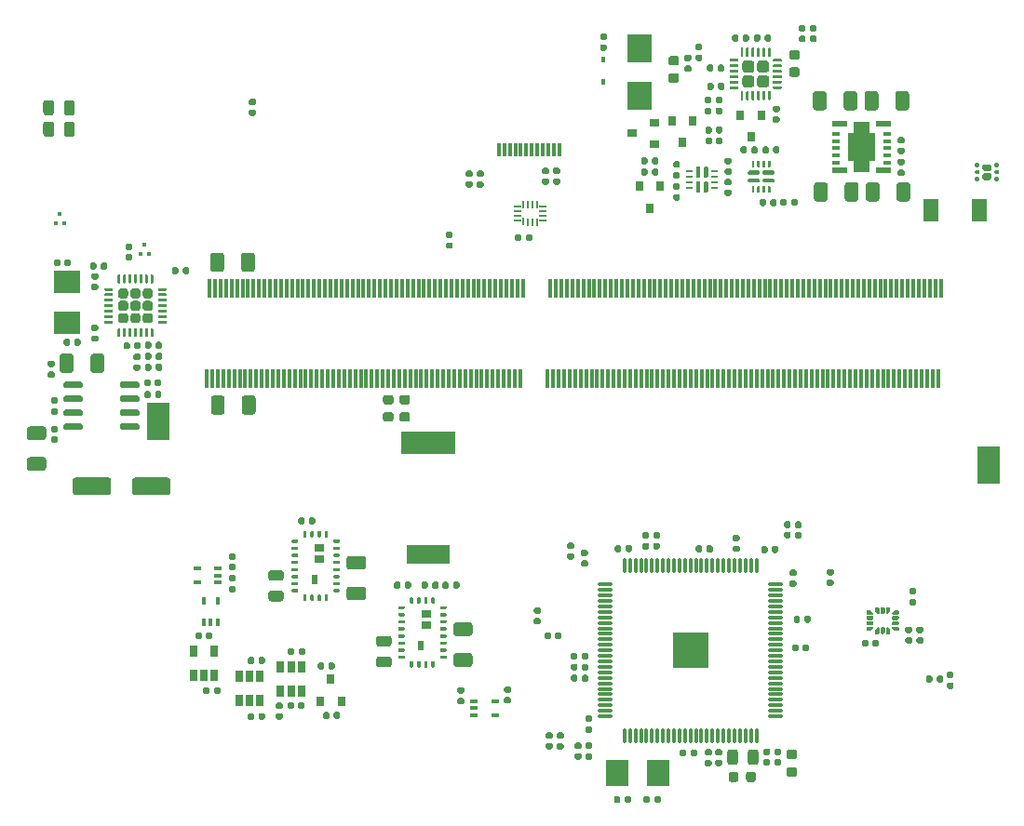
<source format=gbr>
%TF.GenerationSoftware,KiCad,Pcbnew,5.99.0-unknown-ad69e44~101~ubuntu18.04.1*%
%TF.CreationDate,2020-06-22T16:53:11+08:00*%
%TF.ProjectId,ovc4,6f766334-2e6b-4696-9361-645f70636258,rev?*%
%TF.SameCoordinates,Original*%
%TF.FileFunction,Paste,Top*%
%TF.FilePolarity,Positive*%
%FSLAX46Y46*%
G04 Gerber Fmt 4.6, Leading zero omitted, Abs format (unit mm)*
G04 Created by KiCad (PCBNEW 5.99.0-unknown-ad69e44~101~ubuntu18.04.1) date 2020-06-22 16:53:11*
%MOMM*%
%LPD*%
G01*
G04 APERTURE LIST*
%ADD10R,2.000000X3.500000*%
%ADD11R,0.300000X1.750000*%
%ADD12R,0.650000X1.060000*%
%ADD13R,0.800000X0.900000*%
%ADD14R,0.650000X0.200000*%
%ADD15R,0.200000X0.650000*%
%ADD16R,0.200000X0.750000*%
%ADD17R,1.400000X2.100000*%
%ADD18R,4.000000X1.700000*%
%ADD19R,5.000000X2.000000*%
%ADD20R,0.400000X0.650000*%
%ADD21R,0.650000X0.400000*%
%ADD22R,2.000000X2.400000*%
%ADD23R,2.400000X2.000000*%
%ADD24R,3.210000X3.210000*%
%ADD25O,0.270000X1.450000*%
%ADD26O,1.450000X0.270000*%
%ADD27R,0.900000X0.700000*%
%ADD28R,0.570000X0.900000*%
%ADD29R,0.700000X0.350000*%
%ADD30R,1.400000X0.500000*%
%ADD31R,0.900000X0.800000*%
%ADD32R,0.300000X1.200000*%
%ADD33R,0.300000X0.300000*%
%ADD34R,2.300000X2.500000*%
%ADD35R,0.450000X0.600000*%
G04 APERTURE END LIST*
%TO.C,L5*%
G36*
G01*
X98150000Y-94593750D02*
X98150000Y-95506250D01*
G75*
G02*
X97906250Y-95750000I-243750J0D01*
G01*
X97418750Y-95750000D01*
G75*
G02*
X97175000Y-95506250I0J243750D01*
G01*
X97175000Y-94593750D01*
G75*
G02*
X97418750Y-94350000I243750J0D01*
G01*
X97906250Y-94350000D01*
G75*
G02*
X98150000Y-94593750I0J-243750D01*
G01*
G37*
G36*
G01*
X100025000Y-94593750D02*
X100025000Y-95506250D01*
G75*
G02*
X99781250Y-95750000I-243750J0D01*
G01*
X99293750Y-95750000D01*
G75*
G02*
X99050000Y-95506250I0J243750D01*
G01*
X99050000Y-94593750D01*
G75*
G02*
X99293750Y-94350000I243750J0D01*
G01*
X99781250Y-94350000D01*
G75*
G02*
X100025000Y-94593750I0J-243750D01*
G01*
G37*
%TD*%
%TO.C,L4*%
G36*
G01*
X36850000Y-38356250D02*
X36850000Y-37443750D01*
G75*
G02*
X37093750Y-37200000I243750J0D01*
G01*
X37581250Y-37200000D01*
G75*
G02*
X37825000Y-37443750I0J-243750D01*
G01*
X37825000Y-38356250D01*
G75*
G02*
X37581250Y-38600000I-243750J0D01*
G01*
X37093750Y-38600000D01*
G75*
G02*
X36850000Y-38356250I0J243750D01*
G01*
G37*
G36*
G01*
X34975000Y-38356250D02*
X34975000Y-37443750D01*
G75*
G02*
X35218750Y-37200000I243750J0D01*
G01*
X35706250Y-37200000D01*
G75*
G02*
X35950000Y-37443750I0J-243750D01*
G01*
X35950000Y-38356250D01*
G75*
G02*
X35706250Y-38600000I-243750J0D01*
G01*
X35218750Y-38600000D01*
G75*
G02*
X34975000Y-38356250I0J243750D01*
G01*
G37*
%TD*%
%TO.C,L3*%
G36*
G01*
X36850000Y-36406250D02*
X36850000Y-35493750D01*
G75*
G02*
X37093750Y-35250000I243750J0D01*
G01*
X37581250Y-35250000D01*
G75*
G02*
X37825000Y-35493750I0J-243750D01*
G01*
X37825000Y-36406250D01*
G75*
G02*
X37581250Y-36650000I-243750J0D01*
G01*
X37093750Y-36650000D01*
G75*
G02*
X36850000Y-36406250I0J243750D01*
G01*
G37*
G36*
G01*
X34975000Y-36406250D02*
X34975000Y-35493750D01*
G75*
G02*
X35218750Y-35250000I243750J0D01*
G01*
X35706250Y-35250000D01*
G75*
G02*
X35950000Y-35493750I0J-243750D01*
G01*
X35950000Y-36406250D01*
G75*
G02*
X35706250Y-36650000I-243750J0D01*
G01*
X35218750Y-36650000D01*
G75*
G02*
X34975000Y-36406250I0J243750D01*
G01*
G37*
%TD*%
D10*
%TO.C,U1*%
X120975000Y-68500000D03*
X45475000Y-64500000D03*
D11*
X49850000Y-60600000D03*
X50100000Y-52400000D03*
X50350000Y-60600000D03*
X50600000Y-52400000D03*
X50850000Y-60600000D03*
X51100000Y-52400000D03*
X51350000Y-60600000D03*
X51600000Y-52400000D03*
X51850000Y-60600000D03*
X52100000Y-52400000D03*
X52350000Y-60600000D03*
X52600000Y-52400000D03*
X52850000Y-60600000D03*
X53100000Y-52400000D03*
X53350000Y-60600000D03*
X53600000Y-52400000D03*
X53850000Y-60600000D03*
X54100000Y-52400000D03*
X54350000Y-60600000D03*
X54600000Y-52400000D03*
X54850000Y-60600000D03*
X55100000Y-52400000D03*
X55350000Y-60600000D03*
X55600000Y-52400000D03*
X55850000Y-60600000D03*
X56100000Y-52400000D03*
X56350000Y-60600000D03*
X56600000Y-52400000D03*
X56850000Y-60600000D03*
X57100000Y-52400000D03*
X57350000Y-60600000D03*
X57600000Y-52400000D03*
X57850000Y-60600000D03*
X58100000Y-52400000D03*
X58350000Y-60600000D03*
X58600000Y-52400000D03*
X58850000Y-60600000D03*
X59100000Y-52400000D03*
X59350000Y-60600000D03*
X59600000Y-52400000D03*
X59850000Y-60600000D03*
X60100000Y-52400000D03*
X60350000Y-60600000D03*
X60600000Y-52400000D03*
X60850000Y-60600000D03*
X61100000Y-52400000D03*
X61350000Y-60600000D03*
X61600000Y-52400000D03*
X61850000Y-60600000D03*
X62100000Y-52400000D03*
X62350000Y-60600000D03*
X62600000Y-52400000D03*
X62850000Y-60600000D03*
X63100000Y-52400000D03*
X63350000Y-60600000D03*
X63600000Y-52400000D03*
X63850000Y-60600000D03*
X64100000Y-52400000D03*
X64350000Y-60600000D03*
X64600000Y-52400000D03*
X64850000Y-60600000D03*
X65100000Y-52400000D03*
X65350000Y-60600000D03*
X65600000Y-52400000D03*
X65850000Y-60600000D03*
X66100000Y-52400000D03*
X66350000Y-60600000D03*
X66600000Y-52400000D03*
X66850000Y-60600000D03*
X67100000Y-52400000D03*
X67350000Y-60600000D03*
X67600000Y-52400000D03*
X67850000Y-60600000D03*
X68100000Y-52400000D03*
X68350000Y-60600000D03*
X68600000Y-52400000D03*
X68850000Y-60600000D03*
X69100000Y-52400000D03*
X69350000Y-60600000D03*
X69600000Y-52400000D03*
X69850000Y-60600000D03*
X70100000Y-52400000D03*
X70350000Y-60600000D03*
X70600000Y-52400000D03*
X70850000Y-60600000D03*
X71100000Y-52400000D03*
X71350000Y-60600000D03*
X71600000Y-52400000D03*
X71850000Y-60600000D03*
X72100000Y-52400000D03*
X72350000Y-60600000D03*
X72600000Y-52400000D03*
X72850000Y-60600000D03*
X73100000Y-52400000D03*
X73350000Y-60600000D03*
X73600000Y-52400000D03*
X73850000Y-60600000D03*
X74100000Y-52400000D03*
X74350000Y-60600000D03*
X74600000Y-52400000D03*
X74850000Y-60600000D03*
X75100000Y-52400000D03*
X75350000Y-60600000D03*
X75600000Y-52400000D03*
X75850000Y-60600000D03*
X76100000Y-52400000D03*
X76350000Y-60600000D03*
X76600000Y-52400000D03*
X76850000Y-60600000D03*
X77100000Y-52400000D03*
X77350000Y-60600000D03*
X77600000Y-52400000D03*
X77850000Y-60600000D03*
X78100000Y-52400000D03*
X78350000Y-60600000D03*
X78600000Y-52400000D03*
X80850000Y-60600000D03*
X81100000Y-52400000D03*
X81350000Y-60600000D03*
X81600000Y-52400000D03*
X81850000Y-60600000D03*
X82100000Y-52400000D03*
X82350000Y-60600000D03*
X82600000Y-52400000D03*
X82850000Y-60600000D03*
X83100000Y-52400000D03*
X83350000Y-60600000D03*
X83600000Y-52400000D03*
X83850000Y-60600000D03*
X84100000Y-52400000D03*
X84350000Y-60600000D03*
X84600000Y-52400000D03*
X84850000Y-60600000D03*
X85100000Y-52400000D03*
X85350000Y-60600000D03*
X85600000Y-52400000D03*
X85850000Y-60600000D03*
X86100000Y-52400000D03*
X86350000Y-60600000D03*
X86600000Y-52400000D03*
X86850000Y-60600000D03*
X87100000Y-52400000D03*
X87350000Y-60600000D03*
X87600000Y-52400000D03*
X87850000Y-60600000D03*
X88100000Y-52400000D03*
X88350000Y-60600000D03*
X88600000Y-52400000D03*
X88850000Y-60600000D03*
X89100000Y-52400000D03*
X89350000Y-60600000D03*
X89600000Y-52400000D03*
X89850000Y-60600000D03*
X90100000Y-52400000D03*
X90350000Y-60600000D03*
X90600000Y-52400000D03*
X90850000Y-60600000D03*
X91100000Y-52400000D03*
X91350000Y-60600000D03*
X91600000Y-52400000D03*
X91850000Y-60600000D03*
X92100000Y-52400000D03*
X92350000Y-60600000D03*
X92600000Y-52400000D03*
X92850000Y-60600000D03*
X93100000Y-52400000D03*
X93350000Y-60600000D03*
X93600000Y-52400000D03*
X93850000Y-60600000D03*
X94100000Y-52400000D03*
X94350000Y-60600000D03*
X94600000Y-52400000D03*
X94850000Y-60600000D03*
X95100000Y-52400000D03*
X95350000Y-60600000D03*
X95600000Y-52400000D03*
X95850000Y-60600000D03*
X96100000Y-52400000D03*
X96350000Y-60600000D03*
X96600000Y-52400000D03*
X96850000Y-60600000D03*
X97100000Y-52400000D03*
X97350000Y-60600000D03*
X97600000Y-52400000D03*
X97850000Y-60600000D03*
X98100000Y-52400000D03*
X98350000Y-60600000D03*
X98600000Y-52400000D03*
X98850000Y-60600000D03*
X99100000Y-52400000D03*
X99350000Y-60600000D03*
X99600000Y-52400000D03*
X99850000Y-60600000D03*
X100100000Y-52400000D03*
X100350000Y-60600000D03*
X100600000Y-52400000D03*
X100850000Y-60600000D03*
X101100000Y-52400000D03*
X101350000Y-60600000D03*
X101600000Y-52400000D03*
X101850000Y-60600000D03*
X102100000Y-52400000D03*
X102350000Y-60600000D03*
X102600000Y-52400000D03*
X102850000Y-60600000D03*
X103100000Y-52400000D03*
X103350000Y-60600000D03*
X103600000Y-52400000D03*
X103850000Y-60600000D03*
X104100000Y-52400000D03*
X104350000Y-60600000D03*
X104600000Y-52400000D03*
X104850000Y-60600000D03*
X105100000Y-52400000D03*
X105350000Y-60600000D03*
X105600000Y-52400000D03*
X105850000Y-60600000D03*
X106100000Y-52400000D03*
X106350000Y-60600000D03*
X106600000Y-52400000D03*
X106850000Y-60600000D03*
X107100000Y-52400000D03*
X107350000Y-60600000D03*
X107600000Y-52400000D03*
X107850000Y-60600000D03*
X108100000Y-52400000D03*
X108350000Y-60600000D03*
X108600000Y-52400000D03*
X108850000Y-60600000D03*
X109100000Y-52400000D03*
X109350000Y-60600000D03*
X109600000Y-52400000D03*
X109850000Y-60600000D03*
X110100000Y-52400000D03*
X110350000Y-60600000D03*
X110600000Y-52400000D03*
X110850000Y-60600000D03*
X111100000Y-52400000D03*
X111350000Y-60600000D03*
X111600000Y-52400000D03*
X111850000Y-60600000D03*
X112100000Y-52400000D03*
X112350000Y-60600000D03*
X112600000Y-52400000D03*
X112850000Y-60600000D03*
X113100000Y-52400000D03*
X113350000Y-60600000D03*
X113600000Y-52400000D03*
X113850000Y-60600000D03*
X114100000Y-52400000D03*
X114350000Y-60600000D03*
X114600000Y-52400000D03*
X114850000Y-60600000D03*
X115100000Y-52400000D03*
X115350000Y-60600000D03*
X115600000Y-52400000D03*
X115850000Y-60600000D03*
X116100000Y-52400000D03*
X116350000Y-60600000D03*
X116600000Y-52400000D03*
%TD*%
%TO.C,R51*%
G36*
G01*
X102960000Y-73727500D02*
X102960000Y-74072500D01*
G75*
G02*
X102812500Y-74220000I-147500J0D01*
G01*
X102517500Y-74220000D01*
G75*
G02*
X102370000Y-74072500I0J147500D01*
G01*
X102370000Y-73727500D01*
G75*
G02*
X102517500Y-73580000I147500J0D01*
G01*
X102812500Y-73580000D01*
G75*
G02*
X102960000Y-73727500I0J-147500D01*
G01*
G37*
G36*
G01*
X103930000Y-73727500D02*
X103930000Y-74072500D01*
G75*
G02*
X103782500Y-74220000I-147500J0D01*
G01*
X103487500Y-74220000D01*
G75*
G02*
X103340000Y-74072500I0J147500D01*
G01*
X103340000Y-73727500D01*
G75*
G02*
X103487500Y-73580000I147500J0D01*
G01*
X103782500Y-73580000D01*
G75*
G02*
X103930000Y-73727500I0J-147500D01*
G01*
G37*
%TD*%
%TO.C,R50*%
G36*
G01*
X102960000Y-74677500D02*
X102960000Y-75022500D01*
G75*
G02*
X102812500Y-75170000I-147500J0D01*
G01*
X102517500Y-75170000D01*
G75*
G02*
X102370000Y-75022500I0J147500D01*
G01*
X102370000Y-74677500D01*
G75*
G02*
X102517500Y-74530000I147500J0D01*
G01*
X102812500Y-74530000D01*
G75*
G02*
X102960000Y-74677500I0J-147500D01*
G01*
G37*
G36*
G01*
X103930000Y-74677500D02*
X103930000Y-75022500D01*
G75*
G02*
X103782500Y-75170000I-147500J0D01*
G01*
X103487500Y-75170000D01*
G75*
G02*
X103340000Y-75022500I0J147500D01*
G01*
X103340000Y-74677500D01*
G75*
G02*
X103487500Y-74530000I147500J0D01*
G01*
X103782500Y-74530000D01*
G75*
G02*
X103930000Y-74677500I0J-147500D01*
G01*
G37*
%TD*%
%TO.C,R49*%
G36*
G01*
X115860000Y-87777500D02*
X115860000Y-88122500D01*
G75*
G02*
X115712500Y-88270000I-147500J0D01*
G01*
X115417500Y-88270000D01*
G75*
G02*
X115270000Y-88122500I0J147500D01*
G01*
X115270000Y-87777500D01*
G75*
G02*
X115417500Y-87630000I147500J0D01*
G01*
X115712500Y-87630000D01*
G75*
G02*
X115860000Y-87777500I0J-147500D01*
G01*
G37*
G36*
G01*
X116830000Y-87777500D02*
X116830000Y-88122500D01*
G75*
G02*
X116682500Y-88270000I-147500J0D01*
G01*
X116387500Y-88270000D01*
G75*
G02*
X116240000Y-88122500I0J147500D01*
G01*
X116240000Y-87777500D01*
G75*
G02*
X116387500Y-87630000I147500J0D01*
G01*
X116682500Y-87630000D01*
G75*
G02*
X116830000Y-87777500I0J-147500D01*
G01*
G37*
%TD*%
%TO.C,R48*%
G36*
G01*
X117277500Y-87270000D02*
X117622500Y-87270000D01*
G75*
G02*
X117770000Y-87417500I0J-147500D01*
G01*
X117770000Y-87712500D01*
G75*
G02*
X117622500Y-87860000I-147500J0D01*
G01*
X117277500Y-87860000D01*
G75*
G02*
X117130000Y-87712500I0J147500D01*
G01*
X117130000Y-87417500D01*
G75*
G02*
X117277500Y-87270000I147500J0D01*
G01*
G37*
G36*
G01*
X117277500Y-88240000D02*
X117622500Y-88240000D01*
G75*
G02*
X117770000Y-88387500I0J-147500D01*
G01*
X117770000Y-88682500D01*
G75*
G02*
X117622500Y-88830000I-147500J0D01*
G01*
X117277500Y-88830000D01*
G75*
G02*
X117130000Y-88682500I0J147500D01*
G01*
X117130000Y-88387500D01*
G75*
G02*
X117277500Y-88240000I147500J0D01*
G01*
G37*
%TD*%
%TO.C,R47*%
G36*
G01*
X80072500Y-82010000D02*
X79727500Y-82010000D01*
G75*
G02*
X79580000Y-81862500I0J147500D01*
G01*
X79580000Y-81567500D01*
G75*
G02*
X79727500Y-81420000I147500J0D01*
G01*
X80072500Y-81420000D01*
G75*
G02*
X80220000Y-81567500I0J-147500D01*
G01*
X80220000Y-81862500D01*
G75*
G02*
X80072500Y-82010000I-147500J0D01*
G01*
G37*
G36*
G01*
X80072500Y-82980000D02*
X79727500Y-82980000D01*
G75*
G02*
X79580000Y-82832500I0J147500D01*
G01*
X79580000Y-82537500D01*
G75*
G02*
X79727500Y-82390000I147500J0D01*
G01*
X80072500Y-82390000D01*
G75*
G02*
X80220000Y-82537500I0J-147500D01*
G01*
X80220000Y-82832500D01*
G75*
G02*
X80072500Y-82980000I-147500J0D01*
G01*
G37*
%TD*%
%TO.C,R46*%
G36*
G01*
X81540000Y-84172500D02*
X81540000Y-83827500D01*
G75*
G02*
X81687500Y-83680000I147500J0D01*
G01*
X81982500Y-83680000D01*
G75*
G02*
X82130000Y-83827500I0J-147500D01*
G01*
X82130000Y-84172500D01*
G75*
G02*
X81982500Y-84320000I-147500J0D01*
G01*
X81687500Y-84320000D01*
G75*
G02*
X81540000Y-84172500I0J147500D01*
G01*
G37*
G36*
G01*
X80570000Y-84172500D02*
X80570000Y-83827500D01*
G75*
G02*
X80717500Y-83680000I147500J0D01*
G01*
X81012500Y-83680000D01*
G75*
G02*
X81160000Y-83827500I0J-147500D01*
G01*
X81160000Y-84172500D01*
G75*
G02*
X81012500Y-84320000I-147500J0D01*
G01*
X80717500Y-84320000D01*
G75*
G02*
X80570000Y-84172500I0J147500D01*
G01*
G37*
%TD*%
%TO.C,R45*%
G36*
G01*
X114222500Y-80260000D02*
X113877500Y-80260000D01*
G75*
G02*
X113730000Y-80112500I0J147500D01*
G01*
X113730000Y-79817500D01*
G75*
G02*
X113877500Y-79670000I147500J0D01*
G01*
X114222500Y-79670000D01*
G75*
G02*
X114370000Y-79817500I0J-147500D01*
G01*
X114370000Y-80112500D01*
G75*
G02*
X114222500Y-80260000I-147500J0D01*
G01*
G37*
G36*
G01*
X114222500Y-81230000D02*
X113877500Y-81230000D01*
G75*
G02*
X113730000Y-81082500I0J147500D01*
G01*
X113730000Y-80787500D01*
G75*
G02*
X113877500Y-80640000I147500J0D01*
G01*
X114222500Y-80640000D01*
G75*
G02*
X114370000Y-80787500I0J-147500D01*
G01*
X114370000Y-81082500D01*
G75*
G02*
X114222500Y-81230000I-147500J0D01*
G01*
G37*
%TD*%
%TO.C,R44*%
G36*
G01*
X106377500Y-78890000D02*
X106722500Y-78890000D01*
G75*
G02*
X106870000Y-79037500I0J-147500D01*
G01*
X106870000Y-79332500D01*
G75*
G02*
X106722500Y-79480000I-147500J0D01*
G01*
X106377500Y-79480000D01*
G75*
G02*
X106230000Y-79332500I0J147500D01*
G01*
X106230000Y-79037500D01*
G75*
G02*
X106377500Y-78890000I147500J0D01*
G01*
G37*
G36*
G01*
X106377500Y-77920000D02*
X106722500Y-77920000D01*
G75*
G02*
X106870000Y-78067500I0J-147500D01*
G01*
X106870000Y-78362500D01*
G75*
G02*
X106722500Y-78510000I-147500J0D01*
G01*
X106377500Y-78510000D01*
G75*
G02*
X106230000Y-78362500I0J147500D01*
G01*
X106230000Y-78067500D01*
G75*
G02*
X106377500Y-77920000I147500J0D01*
G01*
G37*
%TD*%
%TO.C,R43*%
G36*
G01*
X83122500Y-76110000D02*
X82777500Y-76110000D01*
G75*
G02*
X82630000Y-75962500I0J147500D01*
G01*
X82630000Y-75667500D01*
G75*
G02*
X82777500Y-75520000I147500J0D01*
G01*
X83122500Y-75520000D01*
G75*
G02*
X83270000Y-75667500I0J-147500D01*
G01*
X83270000Y-75962500D01*
G75*
G02*
X83122500Y-76110000I-147500J0D01*
G01*
G37*
G36*
G01*
X83122500Y-77080000D02*
X82777500Y-77080000D01*
G75*
G02*
X82630000Y-76932500I0J147500D01*
G01*
X82630000Y-76637500D01*
G75*
G02*
X82777500Y-76490000I147500J0D01*
G01*
X83122500Y-76490000D01*
G75*
G02*
X83270000Y-76637500I0J-147500D01*
G01*
X83270000Y-76932500D01*
G75*
G02*
X83122500Y-77080000I-147500J0D01*
G01*
G37*
%TD*%
%TO.C,R42*%
G36*
G01*
X100860000Y-75977500D02*
X100860000Y-76322500D01*
G75*
G02*
X100712500Y-76470000I-147500J0D01*
G01*
X100417500Y-76470000D01*
G75*
G02*
X100270000Y-76322500I0J147500D01*
G01*
X100270000Y-75977500D01*
G75*
G02*
X100417500Y-75830000I147500J0D01*
G01*
X100712500Y-75830000D01*
G75*
G02*
X100860000Y-75977500I0J-147500D01*
G01*
G37*
G36*
G01*
X101830000Y-75977500D02*
X101830000Y-76322500D01*
G75*
G02*
X101682500Y-76470000I-147500J0D01*
G01*
X101387500Y-76470000D01*
G75*
G02*
X101240000Y-76322500I0J147500D01*
G01*
X101240000Y-75977500D01*
G75*
G02*
X101387500Y-75830000I147500J0D01*
G01*
X101682500Y-75830000D01*
G75*
G02*
X101830000Y-75977500I0J-147500D01*
G01*
G37*
%TD*%
%TO.C,R41*%
G36*
G01*
X97827500Y-75790000D02*
X98172500Y-75790000D01*
G75*
G02*
X98320000Y-75937500I0J-147500D01*
G01*
X98320000Y-76232500D01*
G75*
G02*
X98172500Y-76380000I-147500J0D01*
G01*
X97827500Y-76380000D01*
G75*
G02*
X97680000Y-76232500I0J147500D01*
G01*
X97680000Y-75937500D01*
G75*
G02*
X97827500Y-75790000I147500J0D01*
G01*
G37*
G36*
G01*
X97827500Y-74820000D02*
X98172500Y-74820000D01*
G75*
G02*
X98320000Y-74967500I0J-147500D01*
G01*
X98320000Y-75262500D01*
G75*
G02*
X98172500Y-75410000I-147500J0D01*
G01*
X97827500Y-75410000D01*
G75*
G02*
X97680000Y-75262500I0J147500D01*
G01*
X97680000Y-74967500D01*
G75*
G02*
X97827500Y-74820000I147500J0D01*
G01*
G37*
%TD*%
%TO.C,R40*%
G36*
G01*
X84372500Y-76760000D02*
X84027500Y-76760000D01*
G75*
G02*
X83880000Y-76612500I0J147500D01*
G01*
X83880000Y-76317500D01*
G75*
G02*
X84027500Y-76170000I147500J0D01*
G01*
X84372500Y-76170000D01*
G75*
G02*
X84520000Y-76317500I0J-147500D01*
G01*
X84520000Y-76612500D01*
G75*
G02*
X84372500Y-76760000I-147500J0D01*
G01*
G37*
G36*
G01*
X84372500Y-77730000D02*
X84027500Y-77730000D01*
G75*
G02*
X83880000Y-77582500I0J147500D01*
G01*
X83880000Y-77287500D01*
G75*
G02*
X84027500Y-77140000I147500J0D01*
G01*
X84372500Y-77140000D01*
G75*
G02*
X84520000Y-77287500I0J-147500D01*
G01*
X84520000Y-77582500D01*
G75*
G02*
X84372500Y-77730000I-147500J0D01*
G01*
G37*
%TD*%
D12*
%TO.C,U12*%
X57500000Y-89000000D03*
X58450000Y-89000000D03*
X56550000Y-89000000D03*
X56550000Y-86800000D03*
X57500000Y-86800000D03*
X58450000Y-86800000D03*
%TD*%
%TO.C,R39*%
G36*
G01*
X56622500Y-90660000D02*
X56277500Y-90660000D01*
G75*
G02*
X56130000Y-90512500I0J147500D01*
G01*
X56130000Y-90217500D01*
G75*
G02*
X56277500Y-90070000I147500J0D01*
G01*
X56622500Y-90070000D01*
G75*
G02*
X56770000Y-90217500I0J-147500D01*
G01*
X56770000Y-90512500D01*
G75*
G02*
X56622500Y-90660000I-147500J0D01*
G01*
G37*
G36*
G01*
X56622500Y-91630000D02*
X56277500Y-91630000D01*
G75*
G02*
X56130000Y-91482500I0J147500D01*
G01*
X56130000Y-91187500D01*
G75*
G02*
X56277500Y-91040000I147500J0D01*
G01*
X56622500Y-91040000D01*
G75*
G02*
X56770000Y-91187500I0J-147500D01*
G01*
X56770000Y-91482500D01*
G75*
G02*
X56622500Y-91630000I-147500J0D01*
G01*
G37*
%TD*%
%TO.C,R38*%
G36*
G01*
X60925000Y-86922500D02*
X60925000Y-86577500D01*
G75*
G02*
X61072500Y-86430000I147500J0D01*
G01*
X61367500Y-86430000D01*
G75*
G02*
X61515000Y-86577500I0J-147500D01*
G01*
X61515000Y-86922500D01*
G75*
G02*
X61367500Y-87070000I-147500J0D01*
G01*
X61072500Y-87070000D01*
G75*
G02*
X60925000Y-86922500I0J147500D01*
G01*
G37*
G36*
G01*
X59955000Y-86922500D02*
X59955000Y-86577500D01*
G75*
G02*
X60102500Y-86430000I147500J0D01*
G01*
X60397500Y-86430000D01*
G75*
G02*
X60545000Y-86577500I0J-147500D01*
G01*
X60545000Y-86922500D01*
G75*
G02*
X60397500Y-87070000I-147500J0D01*
G01*
X60102500Y-87070000D01*
G75*
G02*
X59955000Y-86922500I0J147500D01*
G01*
G37*
%TD*%
%TO.C,R37*%
G36*
G01*
X61390000Y-91422500D02*
X61390000Y-91077500D01*
G75*
G02*
X61537500Y-90930000I147500J0D01*
G01*
X61832500Y-90930000D01*
G75*
G02*
X61980000Y-91077500I0J-147500D01*
G01*
X61980000Y-91422500D01*
G75*
G02*
X61832500Y-91570000I-147500J0D01*
G01*
X61537500Y-91570000D01*
G75*
G02*
X61390000Y-91422500I0J147500D01*
G01*
G37*
G36*
G01*
X60420000Y-91422500D02*
X60420000Y-91077500D01*
G75*
G02*
X60567500Y-90930000I147500J0D01*
G01*
X60862500Y-90930000D01*
G75*
G02*
X61010000Y-91077500I0J-147500D01*
G01*
X61010000Y-91422500D01*
G75*
G02*
X60862500Y-91570000I-147500J0D01*
G01*
X60567500Y-91570000D01*
G75*
G02*
X60420000Y-91422500I0J147500D01*
G01*
G37*
%TD*%
D13*
%TO.C,Q4*%
X61130000Y-87980000D03*
X62080000Y-89980000D03*
X60180000Y-89980000D03*
%TD*%
%TO.C,C73*%
G36*
G01*
X57760000Y-90177500D02*
X57760000Y-90522500D01*
G75*
G02*
X57612500Y-90670000I-147500J0D01*
G01*
X57317500Y-90670000D01*
G75*
G02*
X57170000Y-90522500I0J147500D01*
G01*
X57170000Y-90177500D01*
G75*
G02*
X57317500Y-90030000I147500J0D01*
G01*
X57612500Y-90030000D01*
G75*
G02*
X57760000Y-90177500I0J-147500D01*
G01*
G37*
G36*
G01*
X58730000Y-90177500D02*
X58730000Y-90522500D01*
G75*
G02*
X58582500Y-90670000I-147500J0D01*
G01*
X58287500Y-90670000D01*
G75*
G02*
X58140000Y-90522500I0J147500D01*
G01*
X58140000Y-90177500D01*
G75*
G02*
X58287500Y-90030000I147500J0D01*
G01*
X58582500Y-90030000D01*
G75*
G02*
X58730000Y-90177500I0J-147500D01*
G01*
G37*
%TD*%
%TO.C,C72*%
G36*
G01*
X57810000Y-85277500D02*
X57810000Y-85622500D01*
G75*
G02*
X57662500Y-85770000I-147500J0D01*
G01*
X57367500Y-85770000D01*
G75*
G02*
X57220000Y-85622500I0J147500D01*
G01*
X57220000Y-85277500D01*
G75*
G02*
X57367500Y-85130000I147500J0D01*
G01*
X57662500Y-85130000D01*
G75*
G02*
X57810000Y-85277500I0J-147500D01*
G01*
G37*
G36*
G01*
X58780000Y-85277500D02*
X58780000Y-85622500D01*
G75*
G02*
X58632500Y-85770000I-147500J0D01*
G01*
X58337500Y-85770000D01*
G75*
G02*
X58190000Y-85622500I0J147500D01*
G01*
X58190000Y-85277500D01*
G75*
G02*
X58337500Y-85130000I147500J0D01*
G01*
X58632500Y-85130000D01*
G75*
G02*
X58780000Y-85277500I0J-147500D01*
G01*
G37*
%TD*%
D14*
%TO.C,U4*%
X78085001Y-46167498D03*
X78085001Y-45767498D03*
X78085001Y-45367498D03*
X78085001Y-44967498D03*
D15*
X78660001Y-44792498D03*
X79060001Y-44792498D03*
X79460001Y-44792498D03*
X79860001Y-44792498D03*
D14*
X80435001Y-44967498D03*
X80435001Y-45367498D03*
X80435001Y-45767498D03*
X80435001Y-46167498D03*
D15*
X79860001Y-46342498D03*
X79460001Y-46342498D03*
X79060001Y-46342498D03*
D16*
X78660001Y-46292498D03*
%TD*%
%TO.C,U26*%
G36*
G01*
X121205000Y-41240000D02*
X121205000Y-41560000D01*
G75*
G02*
X121045000Y-41720000I-160000J0D01*
G01*
X120555000Y-41720000D01*
G75*
G02*
X120395000Y-41560000I0J160000D01*
G01*
X120395000Y-41240000D01*
G75*
G02*
X120555000Y-41080000I160000J0D01*
G01*
X121045000Y-41080000D01*
G75*
G02*
X121205000Y-41240000I0J-160000D01*
G01*
G37*
G36*
G01*
X121205000Y-42040000D02*
X121205000Y-42360000D01*
G75*
G02*
X121045000Y-42520000I-160000J0D01*
G01*
X120555000Y-42520000D01*
G75*
G02*
X120395000Y-42360000I0J160000D01*
G01*
X120395000Y-42040000D01*
G75*
G02*
X120555000Y-41880000I160000J0D01*
G01*
X121045000Y-41880000D01*
G75*
G02*
X121205000Y-42040000I0J-160000D01*
G01*
G37*
G36*
G01*
X120100000Y-42343750D02*
X120100000Y-42556250D01*
G75*
G02*
X120006250Y-42650000I-93750J0D01*
G01*
X119818750Y-42650000D01*
G75*
G02*
X119725000Y-42556250I0J93750D01*
G01*
X119725000Y-42343750D01*
G75*
G02*
X119818750Y-42250000I93750J0D01*
G01*
X120006250Y-42250000D01*
G75*
G02*
X120100000Y-42343750I0J-93750D01*
G01*
G37*
G36*
G01*
X120100000Y-41693750D02*
X120100000Y-41906250D01*
G75*
G02*
X120006250Y-42000000I-93750J0D01*
G01*
X119818750Y-42000000D01*
G75*
G02*
X119725000Y-41906250I0J93750D01*
G01*
X119725000Y-41693750D01*
G75*
G02*
X119818750Y-41600000I93750J0D01*
G01*
X120006250Y-41600000D01*
G75*
G02*
X120100000Y-41693750I0J-93750D01*
G01*
G37*
G36*
G01*
X120100000Y-41043750D02*
X120100000Y-41256250D01*
G75*
G02*
X120006250Y-41350000I-93750J0D01*
G01*
X119818750Y-41350000D01*
G75*
G02*
X119725000Y-41256250I0J93750D01*
G01*
X119725000Y-41043750D01*
G75*
G02*
X119818750Y-40950000I93750J0D01*
G01*
X120006250Y-40950000D01*
G75*
G02*
X120100000Y-41043750I0J-93750D01*
G01*
G37*
G36*
G01*
X121875000Y-41043750D02*
X121875000Y-41256250D01*
G75*
G02*
X121781250Y-41350000I-93750J0D01*
G01*
X121593750Y-41350000D01*
G75*
G02*
X121500000Y-41256250I0J93750D01*
G01*
X121500000Y-41043750D01*
G75*
G02*
X121593750Y-40950000I93750J0D01*
G01*
X121781250Y-40950000D01*
G75*
G02*
X121875000Y-41043750I0J-93750D01*
G01*
G37*
G36*
G01*
X121875000Y-41693750D02*
X121875000Y-41906250D01*
G75*
G02*
X121781250Y-42000000I-93750J0D01*
G01*
X121593750Y-42000000D01*
G75*
G02*
X121500000Y-41906250I0J93750D01*
G01*
X121500000Y-41693750D01*
G75*
G02*
X121593750Y-41600000I93750J0D01*
G01*
X121781250Y-41600000D01*
G75*
G02*
X121875000Y-41693750I0J-93750D01*
G01*
G37*
G36*
G01*
X121875000Y-42343750D02*
X121875000Y-42556250D01*
G75*
G02*
X121781250Y-42650000I-93750J0D01*
G01*
X121593750Y-42650000D01*
G75*
G02*
X121500000Y-42556250I0J93750D01*
G01*
X121500000Y-42343750D01*
G75*
G02*
X121593750Y-42250000I93750J0D01*
G01*
X121781250Y-42250000D01*
G75*
G02*
X121875000Y-42343750I0J-93750D01*
G01*
G37*
%TD*%
D17*
%TO.C,D7*%
X120100000Y-45300000D03*
X115700000Y-45300000D03*
%TD*%
%TO.C,C23*%
G36*
G01*
X52975000Y-50625000D02*
X52975000Y-49375000D01*
G75*
G02*
X53225000Y-49125000I250000J0D01*
G01*
X53975000Y-49125000D01*
G75*
G02*
X54225000Y-49375000I0J-250000D01*
G01*
X54225000Y-50625000D01*
G75*
G02*
X53975000Y-50875000I-250000J0D01*
G01*
X53225000Y-50875000D01*
G75*
G02*
X52975000Y-50625000I0J250000D01*
G01*
G37*
G36*
G01*
X50175000Y-50625000D02*
X50175000Y-49375000D01*
G75*
G02*
X50425000Y-49125000I250000J0D01*
G01*
X51175000Y-49125000D01*
G75*
G02*
X51425000Y-49375000I0J-250000D01*
G01*
X51425000Y-50625000D01*
G75*
G02*
X51175000Y-50875000I-250000J0D01*
G01*
X50425000Y-50875000D01*
G75*
G02*
X50175000Y-50625000I0J250000D01*
G01*
G37*
%TD*%
%TO.C,C43*%
G36*
G01*
X102793750Y-95950000D02*
X103306250Y-95950000D01*
G75*
G02*
X103525000Y-96168750I0J-218750D01*
G01*
X103525000Y-96606250D01*
G75*
G02*
X103306250Y-96825000I-218750J0D01*
G01*
X102793750Y-96825000D01*
G75*
G02*
X102575000Y-96606250I0J218750D01*
G01*
X102575000Y-96168750D01*
G75*
G02*
X102793750Y-95950000I218750J0D01*
G01*
G37*
G36*
G01*
X102793750Y-94375000D02*
X103306250Y-94375000D01*
G75*
G02*
X103525000Y-94593750I0J-218750D01*
G01*
X103525000Y-95031250D01*
G75*
G02*
X103306250Y-95250000I-218750J0D01*
G01*
X102793750Y-95250000D01*
G75*
G02*
X102575000Y-95031250I0J218750D01*
G01*
X102575000Y-94593750D01*
G75*
G02*
X102793750Y-94375000I218750J0D01*
G01*
G37*
%TD*%
%TO.C,C57*%
G36*
G01*
X98900000Y-97106250D02*
X98900000Y-96593750D01*
G75*
G02*
X99118750Y-96375000I218750J0D01*
G01*
X99556250Y-96375000D01*
G75*
G02*
X99775000Y-96593750I0J-218750D01*
G01*
X99775000Y-97106250D01*
G75*
G02*
X99556250Y-97325000I-218750J0D01*
G01*
X99118750Y-97325000D01*
G75*
G02*
X98900000Y-97106250I0J218750D01*
G01*
G37*
G36*
G01*
X97325000Y-97106250D02*
X97325000Y-96593750D01*
G75*
G02*
X97543750Y-96375000I218750J0D01*
G01*
X97981250Y-96375000D01*
G75*
G02*
X98200000Y-96593750I0J-218750D01*
G01*
X98200000Y-97106250D01*
G75*
G02*
X97981250Y-97325000I-218750J0D01*
G01*
X97543750Y-97325000D01*
G75*
G02*
X97325000Y-97106250I0J218750D01*
G01*
G37*
%TD*%
%TO.C,R33*%
G36*
G01*
X68106250Y-62950000D02*
X67593750Y-62950000D01*
G75*
G02*
X67375000Y-62731250I0J218750D01*
G01*
X67375000Y-62293750D01*
G75*
G02*
X67593750Y-62075000I218750J0D01*
G01*
X68106250Y-62075000D01*
G75*
G02*
X68325000Y-62293750I0J-218750D01*
G01*
X68325000Y-62731250D01*
G75*
G02*
X68106250Y-62950000I-218750J0D01*
G01*
G37*
G36*
G01*
X68106250Y-64525000D02*
X67593750Y-64525000D01*
G75*
G02*
X67375000Y-64306250I0J218750D01*
G01*
X67375000Y-63868750D01*
G75*
G02*
X67593750Y-63650000I218750J0D01*
G01*
X68106250Y-63650000D01*
G75*
G02*
X68325000Y-63868750I0J-218750D01*
G01*
X68325000Y-64306250D01*
G75*
G02*
X68106250Y-64525000I-218750J0D01*
G01*
G37*
%TD*%
%TO.C,R32*%
G36*
G01*
X66606250Y-62950000D02*
X66093750Y-62950000D01*
G75*
G02*
X65875000Y-62731250I0J218750D01*
G01*
X65875000Y-62293750D01*
G75*
G02*
X66093750Y-62075000I218750J0D01*
G01*
X66606250Y-62075000D01*
G75*
G02*
X66825000Y-62293750I0J-218750D01*
G01*
X66825000Y-62731250D01*
G75*
G02*
X66606250Y-62950000I-218750J0D01*
G01*
G37*
G36*
G01*
X66606250Y-64525000D02*
X66093750Y-64525000D01*
G75*
G02*
X65875000Y-64306250I0J218750D01*
G01*
X65875000Y-63868750D01*
G75*
G02*
X66093750Y-63650000I218750J0D01*
G01*
X66606250Y-63650000D01*
G75*
G02*
X66825000Y-63868750I0J-218750D01*
G01*
X66825000Y-64306250D01*
G75*
G02*
X66606250Y-64525000I-218750J0D01*
G01*
G37*
%TD*%
D18*
%TO.C,J10*%
X70000000Y-76600000D03*
D19*
X70000000Y-66450000D03*
%TD*%
D12*
%TO.C,U22*%
X48650000Y-85400000D03*
X50550000Y-85400000D03*
X50550000Y-87600000D03*
X49600000Y-87600000D03*
X48650000Y-87600000D03*
%TD*%
%TO.C,D6*%
G36*
G01*
X49790000Y-84172500D02*
X49790000Y-83827500D01*
G75*
G02*
X49937500Y-83680000I147500J0D01*
G01*
X50232500Y-83680000D01*
G75*
G02*
X50380000Y-83827500I0J-147500D01*
G01*
X50380000Y-84172500D01*
G75*
G02*
X50232500Y-84320000I-147500J0D01*
G01*
X49937500Y-84320000D01*
G75*
G02*
X49790000Y-84172500I0J147500D01*
G01*
G37*
G36*
G01*
X48820000Y-84172500D02*
X48820000Y-83827500D01*
G75*
G02*
X48967500Y-83680000I147500J0D01*
G01*
X49262500Y-83680000D01*
G75*
G02*
X49410000Y-83827500I0J-147500D01*
G01*
X49410000Y-84172500D01*
G75*
G02*
X49262500Y-84320000I-147500J0D01*
G01*
X48967500Y-84320000D01*
G75*
G02*
X48820000Y-84172500I0J147500D01*
G01*
G37*
%TD*%
%TO.C,R36*%
G36*
G01*
X69960000Y-79227500D02*
X69960000Y-79572500D01*
G75*
G02*
X69812500Y-79720000I-147500J0D01*
G01*
X69517500Y-79720000D01*
G75*
G02*
X69370000Y-79572500I0J147500D01*
G01*
X69370000Y-79227500D01*
G75*
G02*
X69517500Y-79080000I147500J0D01*
G01*
X69812500Y-79080000D01*
G75*
G02*
X69960000Y-79227500I0J-147500D01*
G01*
G37*
G36*
G01*
X70930000Y-79227500D02*
X70930000Y-79572500D01*
G75*
G02*
X70782500Y-79720000I-147500J0D01*
G01*
X70487500Y-79720000D01*
G75*
G02*
X70340000Y-79572500I0J147500D01*
G01*
X70340000Y-79227500D01*
G75*
G02*
X70487500Y-79080000I147500J0D01*
G01*
X70782500Y-79080000D01*
G75*
G02*
X70930000Y-79227500I0J-147500D01*
G01*
G37*
%TD*%
%TO.C,R35*%
G36*
G01*
X71860000Y-79227500D02*
X71860000Y-79572500D01*
G75*
G02*
X71712500Y-79720000I-147500J0D01*
G01*
X71417500Y-79720000D01*
G75*
G02*
X71270000Y-79572500I0J147500D01*
G01*
X71270000Y-79227500D01*
G75*
G02*
X71417500Y-79080000I147500J0D01*
G01*
X71712500Y-79080000D01*
G75*
G02*
X71860000Y-79227500I0J-147500D01*
G01*
G37*
G36*
G01*
X72830000Y-79227500D02*
X72830000Y-79572500D01*
G75*
G02*
X72682500Y-79720000I-147500J0D01*
G01*
X72387500Y-79720000D01*
G75*
G02*
X72240000Y-79572500I0J147500D01*
G01*
X72240000Y-79227500D01*
G75*
G02*
X72387500Y-79080000I147500J0D01*
G01*
X72682500Y-79080000D01*
G75*
G02*
X72830000Y-79227500I0J-147500D01*
G01*
G37*
%TD*%
%TO.C,R29*%
G36*
G01*
X103827500Y-29390000D02*
X104172500Y-29390000D01*
G75*
G02*
X104320000Y-29537500I0J-147500D01*
G01*
X104320000Y-29832500D01*
G75*
G02*
X104172500Y-29980000I-147500J0D01*
G01*
X103827500Y-29980000D01*
G75*
G02*
X103680000Y-29832500I0J147500D01*
G01*
X103680000Y-29537500D01*
G75*
G02*
X103827500Y-29390000I147500J0D01*
G01*
G37*
G36*
G01*
X103827500Y-28420000D02*
X104172500Y-28420000D01*
G75*
G02*
X104320000Y-28567500I0J-147500D01*
G01*
X104320000Y-28862500D01*
G75*
G02*
X104172500Y-29010000I-147500J0D01*
G01*
X103827500Y-29010000D01*
G75*
G02*
X103680000Y-28862500I0J147500D01*
G01*
X103680000Y-28567500D01*
G75*
G02*
X103827500Y-28420000I147500J0D01*
G01*
G37*
%TD*%
%TO.C,R28*%
G36*
G01*
X104827500Y-29390000D02*
X105172500Y-29390000D01*
G75*
G02*
X105320000Y-29537500I0J-147500D01*
G01*
X105320000Y-29832500D01*
G75*
G02*
X105172500Y-29980000I-147500J0D01*
G01*
X104827500Y-29980000D01*
G75*
G02*
X104680000Y-29832500I0J147500D01*
G01*
X104680000Y-29537500D01*
G75*
G02*
X104827500Y-29390000I147500J0D01*
G01*
G37*
G36*
G01*
X104827500Y-28420000D02*
X105172500Y-28420000D01*
G75*
G02*
X105320000Y-28567500I0J-147500D01*
G01*
X105320000Y-28862500D01*
G75*
G02*
X105172500Y-29010000I-147500J0D01*
G01*
X104827500Y-29010000D01*
G75*
G02*
X104680000Y-28862500I0J147500D01*
G01*
X104680000Y-28567500D01*
G75*
G02*
X104827500Y-28420000I147500J0D01*
G01*
G37*
%TD*%
%TO.C,C66*%
G36*
G01*
X67840000Y-79572500D02*
X67840000Y-79227500D01*
G75*
G02*
X67987500Y-79080000I147500J0D01*
G01*
X68282500Y-79080000D01*
G75*
G02*
X68430000Y-79227500I0J-147500D01*
G01*
X68430000Y-79572500D01*
G75*
G02*
X68282500Y-79720000I-147500J0D01*
G01*
X67987500Y-79720000D01*
G75*
G02*
X67840000Y-79572500I0J147500D01*
G01*
G37*
G36*
G01*
X66870000Y-79572500D02*
X66870000Y-79227500D01*
G75*
G02*
X67017500Y-79080000I147500J0D01*
G01*
X67312500Y-79080000D01*
G75*
G02*
X67460000Y-79227500I0J-147500D01*
G01*
X67460000Y-79572500D01*
G75*
G02*
X67312500Y-79720000I-147500J0D01*
G01*
X67017500Y-79720000D01*
G75*
G02*
X66870000Y-79572500I0J147500D01*
G01*
G37*
%TD*%
%TO.C,C56*%
G36*
G01*
X83950001Y-88039998D02*
X83950001Y-87694998D01*
G75*
G02*
X84097501Y-87547498I147500J0D01*
G01*
X84392501Y-87547498D01*
G75*
G02*
X84540001Y-87694998I0J-147500D01*
G01*
X84540001Y-88039998D01*
G75*
G02*
X84392501Y-88187498I-147500J0D01*
G01*
X84097501Y-88187498D01*
G75*
G02*
X83950001Y-88039998I0J147500D01*
G01*
G37*
G36*
G01*
X82980001Y-88039998D02*
X82980001Y-87694998D01*
G75*
G02*
X83127501Y-87547498I147500J0D01*
G01*
X83422501Y-87547498D01*
G75*
G02*
X83570001Y-87694998I0J-147500D01*
G01*
X83570001Y-88039998D01*
G75*
G02*
X83422501Y-88187498I-147500J0D01*
G01*
X83127501Y-88187498D01*
G75*
G02*
X82980001Y-88039998I0J147500D01*
G01*
G37*
%TD*%
%TO.C,C15*%
G36*
G01*
X83950001Y-87039998D02*
X83950001Y-86694998D01*
G75*
G02*
X84097501Y-86547498I147500J0D01*
G01*
X84392501Y-86547498D01*
G75*
G02*
X84540001Y-86694998I0J-147500D01*
G01*
X84540001Y-87039998D01*
G75*
G02*
X84392501Y-87187498I-147500J0D01*
G01*
X84097501Y-87187498D01*
G75*
G02*
X83950001Y-87039998I0J147500D01*
G01*
G37*
G36*
G01*
X82980001Y-87039998D02*
X82980001Y-86694998D01*
G75*
G02*
X83127501Y-86547498I147500J0D01*
G01*
X83422501Y-86547498D01*
G75*
G02*
X83570001Y-86694998I0J-147500D01*
G01*
X83570001Y-87039998D01*
G75*
G02*
X83422501Y-87187498I-147500J0D01*
G01*
X83127501Y-87187498D01*
G75*
G02*
X82980001Y-87039998I0J147500D01*
G01*
G37*
%TD*%
%TO.C,C55*%
G36*
G01*
X111025000Y-42975000D02*
X111025000Y-44225000D01*
G75*
G02*
X110775000Y-44475000I-250000J0D01*
G01*
X110025000Y-44475000D01*
G75*
G02*
X109775000Y-44225000I0J250000D01*
G01*
X109775000Y-42975000D01*
G75*
G02*
X110025000Y-42725000I250000J0D01*
G01*
X110775000Y-42725000D01*
G75*
G02*
X111025000Y-42975000I0J-250000D01*
G01*
G37*
G36*
G01*
X113825000Y-42975000D02*
X113825000Y-44225000D01*
G75*
G02*
X113575000Y-44475000I-250000J0D01*
G01*
X112825000Y-44475000D01*
G75*
G02*
X112575000Y-44225000I0J250000D01*
G01*
X112575000Y-42975000D01*
G75*
G02*
X112825000Y-42725000I250000J0D01*
G01*
X113575000Y-42725000D01*
G75*
G02*
X113825000Y-42975000I0J-250000D01*
G01*
G37*
%TD*%
D20*
%TO.C,U23*%
X49550000Y-80850000D03*
X50850000Y-80850000D03*
X50200000Y-82750000D03*
X50850000Y-82750000D03*
X49550000Y-82750000D03*
%TD*%
%TO.C,U25*%
G36*
X110995710Y-81410045D02*
G01*
X111022501Y-81467498D01*
X111022501Y-81942498D01*
X111004954Y-81990707D01*
X110947501Y-82017498D01*
X110903567Y-82017498D01*
X110850534Y-81995531D01*
X110644468Y-81789465D01*
X110622501Y-81736432D01*
X110622501Y-81467498D01*
X110640048Y-81419289D01*
X110697501Y-81392498D01*
X110947501Y-81392498D01*
X110995710Y-81410045D01*
G37*
G36*
G01*
X111122501Y-81917498D02*
X111122501Y-81492498D01*
G75*
G02*
X111222501Y-81392498I100000J0D01*
G01*
X111422501Y-81392498D01*
G75*
G02*
X111522501Y-81492498I0J-100000D01*
G01*
X111522501Y-81917498D01*
G75*
G02*
X111422501Y-82017498I-100000J0D01*
G01*
X111222501Y-82017498D01*
G75*
G02*
X111122501Y-81917498I0J100000D01*
G01*
G37*
G36*
X111995710Y-81410045D02*
G01*
X112022501Y-81467498D01*
X112022501Y-81736432D01*
X112000534Y-81789465D01*
X111794468Y-81995531D01*
X111741435Y-82017498D01*
X111697501Y-82017498D01*
X111649292Y-81999951D01*
X111622501Y-81942498D01*
X111622501Y-81467498D01*
X111640048Y-81419289D01*
X111697501Y-81392498D01*
X111947501Y-81392498D01*
X111995710Y-81410045D01*
G37*
G36*
X112770710Y-81685045D02*
G01*
X112797501Y-81742498D01*
X112797501Y-81992498D01*
X112779954Y-82040707D01*
X112722501Y-82067498D01*
X112247501Y-82067498D01*
X112199292Y-82049951D01*
X112172501Y-81992498D01*
X112172501Y-81948564D01*
X112194468Y-81895531D01*
X112400534Y-81689465D01*
X112453567Y-81667498D01*
X112722501Y-81667498D01*
X112770710Y-81685045D01*
G37*
G36*
G01*
X112172501Y-82467498D02*
X112172501Y-82267498D01*
G75*
G02*
X112272501Y-82167498I100000J0D01*
G01*
X112697501Y-82167498D01*
G75*
G02*
X112797501Y-82267498I0J-100000D01*
G01*
X112797501Y-82467498D01*
G75*
G02*
X112697501Y-82567498I-100000J0D01*
G01*
X112272501Y-82567498D01*
G75*
G02*
X112172501Y-82467498I0J100000D01*
G01*
G37*
G36*
G01*
X112172501Y-82967498D02*
X112172501Y-82767498D01*
G75*
G02*
X112272501Y-82667498I100000J0D01*
G01*
X112697501Y-82667498D01*
G75*
G02*
X112797501Y-82767498I0J-100000D01*
G01*
X112797501Y-82967498D01*
G75*
G02*
X112697501Y-83067498I-100000J0D01*
G01*
X112272501Y-83067498D01*
G75*
G02*
X112172501Y-82967498I0J100000D01*
G01*
G37*
G36*
X112770710Y-83185045D02*
G01*
X112797501Y-83242498D01*
X112797501Y-83492498D01*
X112779954Y-83540707D01*
X112722501Y-83567498D01*
X112453567Y-83567498D01*
X112400534Y-83545531D01*
X112194468Y-83339465D01*
X112172501Y-83286432D01*
X112172501Y-83242498D01*
X112190048Y-83194289D01*
X112247501Y-83167498D01*
X112722501Y-83167498D01*
X112770710Y-83185045D01*
G37*
G36*
X111794468Y-83239465D02*
G01*
X112000534Y-83445531D01*
X112022501Y-83498564D01*
X112022501Y-83767498D01*
X112004954Y-83815707D01*
X111947501Y-83842498D01*
X111697501Y-83842498D01*
X111649292Y-83824951D01*
X111622501Y-83767498D01*
X111622501Y-83292498D01*
X111640048Y-83244289D01*
X111697501Y-83217498D01*
X111741435Y-83217498D01*
X111794468Y-83239465D01*
G37*
G36*
G01*
X111122501Y-83742498D02*
X111122501Y-83317498D01*
G75*
G02*
X111222501Y-83217498I100000J0D01*
G01*
X111422501Y-83217498D01*
G75*
G02*
X111522501Y-83317498I0J-100000D01*
G01*
X111522501Y-83742498D01*
G75*
G02*
X111422501Y-83842498I-100000J0D01*
G01*
X111222501Y-83842498D01*
G75*
G02*
X111122501Y-83742498I0J100000D01*
G01*
G37*
G36*
X110995710Y-83235045D02*
G01*
X111022501Y-83292498D01*
X111022501Y-83767498D01*
X111004954Y-83815707D01*
X110947501Y-83842498D01*
X110697501Y-83842498D01*
X110649292Y-83824951D01*
X110622501Y-83767498D01*
X110622501Y-83498564D01*
X110644468Y-83445531D01*
X110850534Y-83239465D01*
X110903567Y-83217498D01*
X110947501Y-83217498D01*
X110995710Y-83235045D01*
G37*
G36*
X110445710Y-83185045D02*
G01*
X110472501Y-83242498D01*
X110472501Y-83286432D01*
X110450534Y-83339465D01*
X110244468Y-83545531D01*
X110191435Y-83567498D01*
X109922501Y-83567498D01*
X109874292Y-83549951D01*
X109847501Y-83492498D01*
X109847501Y-83242498D01*
X109865048Y-83194289D01*
X109922501Y-83167498D01*
X110397501Y-83167498D01*
X110445710Y-83185045D01*
G37*
G36*
G01*
X109847501Y-82967498D02*
X109847501Y-82767498D01*
G75*
G02*
X109947501Y-82667498I100000J0D01*
G01*
X110372501Y-82667498D01*
G75*
G02*
X110472501Y-82767498I0J-100000D01*
G01*
X110472501Y-82967498D01*
G75*
G02*
X110372501Y-83067498I-100000J0D01*
G01*
X109947501Y-83067498D01*
G75*
G02*
X109847501Y-82967498I0J100000D01*
G01*
G37*
G36*
G01*
X109847501Y-82467498D02*
X109847501Y-82267498D01*
G75*
G02*
X109947501Y-82167498I100000J0D01*
G01*
X110372501Y-82167498D01*
G75*
G02*
X110472501Y-82267498I0J-100000D01*
G01*
X110472501Y-82467498D01*
G75*
G02*
X110372501Y-82567498I-100000J0D01*
G01*
X109947501Y-82567498D01*
G75*
G02*
X109847501Y-82467498I0J100000D01*
G01*
G37*
G36*
X110244468Y-81689465D02*
G01*
X110450534Y-81895531D01*
X110472501Y-81948564D01*
X110472501Y-81992498D01*
X110454954Y-82040707D01*
X110397501Y-82067498D01*
X109922501Y-82067498D01*
X109874292Y-82049951D01*
X109847501Y-81992498D01*
X109847501Y-81742498D01*
X109865048Y-81694289D01*
X109922501Y-81667498D01*
X110191435Y-81667498D01*
X110244468Y-81689465D01*
G37*
%TD*%
D21*
%TO.C,U24*%
X76050000Y-89950000D03*
X76050000Y-91250000D03*
X74150000Y-90600000D03*
X74150000Y-91250000D03*
X74150000Y-89950000D03*
%TD*%
D12*
%TO.C,U19*%
X53750000Y-89850000D03*
X54700000Y-89850000D03*
X52800000Y-89850000D03*
X52800000Y-87650000D03*
X53750000Y-87650000D03*
X54700000Y-87650000D03*
%TD*%
%TO.C,R31*%
G36*
G01*
X50490000Y-89172500D02*
X50490000Y-88827500D01*
G75*
G02*
X50637500Y-88680000I147500J0D01*
G01*
X50932500Y-88680000D01*
G75*
G02*
X51080000Y-88827500I0J-147500D01*
G01*
X51080000Y-89172500D01*
G75*
G02*
X50932500Y-89320000I-147500J0D01*
G01*
X50637500Y-89320000D01*
G75*
G02*
X50490000Y-89172500I0J147500D01*
G01*
G37*
G36*
G01*
X49520000Y-89172500D02*
X49520000Y-88827500D01*
G75*
G02*
X49667500Y-88680000I147500J0D01*
G01*
X49962500Y-88680000D01*
G75*
G02*
X50110000Y-88827500I0J-147500D01*
G01*
X50110000Y-89172500D01*
G75*
G02*
X49962500Y-89320000I-147500J0D01*
G01*
X49667500Y-89320000D01*
G75*
G02*
X49520000Y-89172500I0J147500D01*
G01*
G37*
%TD*%
%TO.C,R19*%
G36*
G01*
X54540000Y-91522500D02*
X54540000Y-91177500D01*
G75*
G02*
X54687500Y-91030000I147500J0D01*
G01*
X54982500Y-91030000D01*
G75*
G02*
X55130000Y-91177500I0J-147500D01*
G01*
X55130000Y-91522500D01*
G75*
G02*
X54982500Y-91670000I-147500J0D01*
G01*
X54687500Y-91670000D01*
G75*
G02*
X54540000Y-91522500I0J147500D01*
G01*
G37*
G36*
G01*
X53570000Y-91522500D02*
X53570000Y-91177500D01*
G75*
G02*
X53717500Y-91030000I147500J0D01*
G01*
X54012500Y-91030000D01*
G75*
G02*
X54160000Y-91177500I0J-147500D01*
G01*
X54160000Y-91522500D01*
G75*
G02*
X54012500Y-91670000I-147500J0D01*
G01*
X53717500Y-91670000D01*
G75*
G02*
X53570000Y-91522500I0J147500D01*
G01*
G37*
%TD*%
%TO.C,C71*%
G36*
G01*
X77372500Y-89210000D02*
X77027500Y-89210000D01*
G75*
G02*
X76880000Y-89062500I0J147500D01*
G01*
X76880000Y-88767500D01*
G75*
G02*
X77027500Y-88620000I147500J0D01*
G01*
X77372500Y-88620000D01*
G75*
G02*
X77520000Y-88767500I0J-147500D01*
G01*
X77520000Y-89062500D01*
G75*
G02*
X77372500Y-89210000I-147500J0D01*
G01*
G37*
G36*
G01*
X77372500Y-90180000D02*
X77027500Y-90180000D01*
G75*
G02*
X76880000Y-90032500I0J147500D01*
G01*
X76880000Y-89737500D01*
G75*
G02*
X77027500Y-89590000I147500J0D01*
G01*
X77372500Y-89590000D01*
G75*
G02*
X77520000Y-89737500I0J-147500D01*
G01*
X77520000Y-90032500D01*
G75*
G02*
X77372500Y-90180000I-147500J0D01*
G01*
G37*
%TD*%
%TO.C,C70*%
G36*
G01*
X73122500Y-89260000D02*
X72777500Y-89260000D01*
G75*
G02*
X72630000Y-89112500I0J147500D01*
G01*
X72630000Y-88817500D01*
G75*
G02*
X72777500Y-88670000I147500J0D01*
G01*
X73122500Y-88670000D01*
G75*
G02*
X73270000Y-88817500I0J-147500D01*
G01*
X73270000Y-89112500D01*
G75*
G02*
X73122500Y-89260000I-147500J0D01*
G01*
G37*
G36*
G01*
X73122500Y-90230000D02*
X72777500Y-90230000D01*
G75*
G02*
X72630000Y-90082500I0J147500D01*
G01*
X72630000Y-89787500D01*
G75*
G02*
X72777500Y-89640000I147500J0D01*
G01*
X73122500Y-89640000D01*
G75*
G02*
X73270000Y-89787500I0J-147500D01*
G01*
X73270000Y-90082500D01*
G75*
G02*
X73122500Y-90230000I-147500J0D01*
G01*
G37*
%TD*%
%TO.C,C69*%
G36*
G01*
X54160000Y-86077500D02*
X54160000Y-86422500D01*
G75*
G02*
X54012500Y-86570000I-147500J0D01*
G01*
X53717500Y-86570000D01*
G75*
G02*
X53570000Y-86422500I0J147500D01*
G01*
X53570000Y-86077500D01*
G75*
G02*
X53717500Y-85930000I147500J0D01*
G01*
X54012500Y-85930000D01*
G75*
G02*
X54160000Y-86077500I0J-147500D01*
G01*
G37*
G36*
G01*
X55130000Y-86077500D02*
X55130000Y-86422500D01*
G75*
G02*
X54982500Y-86570000I-147500J0D01*
G01*
X54687500Y-86570000D01*
G75*
G02*
X54540000Y-86422500I0J147500D01*
G01*
X54540000Y-86077500D01*
G75*
G02*
X54687500Y-85930000I147500J0D01*
G01*
X54982500Y-85930000D01*
G75*
G02*
X55130000Y-86077500I0J-147500D01*
G01*
G37*
%TD*%
D22*
%TO.C,Y2*%
X87185001Y-96467498D03*
X90885001Y-96467498D03*
%TD*%
D23*
%TO.C,Y1*%
X37160001Y-51817498D03*
X37160001Y-55517498D03*
%TD*%
D24*
%TO.C,U20*%
X93835001Y-85329998D03*
D25*
X87835001Y-77579998D03*
X88335001Y-77579998D03*
X88835001Y-77579998D03*
X89335001Y-77579998D03*
X89835001Y-77579998D03*
X90335001Y-77579998D03*
X90835001Y-77579998D03*
X91335001Y-77579998D03*
X91835001Y-77579998D03*
X92335001Y-77579998D03*
X92835001Y-77579998D03*
X93335001Y-77579998D03*
X93835001Y-77579998D03*
X94335001Y-77579998D03*
X94835001Y-77579998D03*
X95335001Y-77579998D03*
X95835001Y-77579998D03*
X96335001Y-77579998D03*
X96835001Y-77579998D03*
X97335001Y-77579998D03*
X97835001Y-77579998D03*
X98335001Y-77579998D03*
X98835001Y-77579998D03*
X99335001Y-77579998D03*
X99835001Y-77579998D03*
D26*
X101585001Y-79329998D03*
X101585001Y-79829998D03*
X101585001Y-80329998D03*
X101585001Y-80829998D03*
X101585001Y-81329998D03*
X101585001Y-81829998D03*
X101585001Y-82329998D03*
X101585001Y-82829998D03*
X101585001Y-83329998D03*
X101585001Y-83829998D03*
X101585001Y-84329998D03*
X101585001Y-84829998D03*
X101585001Y-85329998D03*
X101585001Y-85829998D03*
X101585001Y-86329998D03*
X101585001Y-86829998D03*
X101585001Y-87329998D03*
X101585001Y-87829998D03*
X101585001Y-88329998D03*
X101585001Y-88829998D03*
X101585001Y-89329998D03*
X101585001Y-89829998D03*
X101585001Y-90329998D03*
X101585001Y-90829998D03*
X101585001Y-91329998D03*
D25*
X99835001Y-93079998D03*
X99335001Y-93079998D03*
X98835001Y-93079998D03*
X98335001Y-93079998D03*
X97835001Y-93079998D03*
X97335001Y-93079998D03*
X96835001Y-93079998D03*
X96335001Y-93079998D03*
X95835001Y-93079998D03*
X95335001Y-93079998D03*
X94835001Y-93079998D03*
X94335001Y-93079998D03*
X93835001Y-93079998D03*
X93335001Y-93079998D03*
X92835001Y-93079998D03*
X92335001Y-93079998D03*
X91835001Y-93079998D03*
X91335001Y-93079998D03*
X90835001Y-93079998D03*
X90335001Y-93079998D03*
X89835001Y-93079998D03*
X89335001Y-93079998D03*
X88835001Y-93079998D03*
X88335001Y-93079998D03*
X87835001Y-93079998D03*
D26*
X86085001Y-91329998D03*
X86085001Y-90829998D03*
X86085001Y-90329998D03*
X86085001Y-89829998D03*
X86085001Y-89329998D03*
X86085001Y-88829998D03*
X86085001Y-88329998D03*
X86085001Y-87829998D03*
X86085001Y-87329998D03*
X86085001Y-86829998D03*
X86085001Y-86329998D03*
X86085001Y-85829998D03*
X86085001Y-85329998D03*
X86085001Y-84829998D03*
X86085001Y-84329998D03*
X86085001Y-83829998D03*
X86085001Y-83329998D03*
X86085001Y-82829998D03*
X86085001Y-82329998D03*
X86085001Y-81829998D03*
X86085001Y-81329998D03*
X86085001Y-80829998D03*
X86085001Y-80329998D03*
X86085001Y-79829998D03*
X86085001Y-79329998D03*
%TD*%
%TO.C,U11*%
G36*
G01*
X71125000Y-81300000D02*
X71575000Y-81300000D01*
G75*
G02*
X71650000Y-81375000I0J-75000D01*
G01*
X71650000Y-81525000D01*
G75*
G02*
X71575000Y-81600000I-75000J0D01*
G01*
X71125000Y-81600000D01*
G75*
G02*
X71050000Y-81525000I0J75000D01*
G01*
X71050000Y-81375000D01*
G75*
G02*
X71125000Y-81300000I75000J0D01*
G01*
G37*
G36*
G01*
X69925000Y-86375000D02*
X69925000Y-86825000D01*
G75*
G02*
X69850000Y-86900000I-75000J0D01*
G01*
X69700000Y-86900000D01*
G75*
G02*
X69625000Y-86825000I0J75000D01*
G01*
X69625000Y-86375000D01*
G75*
G02*
X69700000Y-86300000I75000J0D01*
G01*
X69850000Y-86300000D01*
G75*
G02*
X69925000Y-86375000I0J-75000D01*
G01*
G37*
G36*
G01*
X69275000Y-86375000D02*
X69275000Y-86825000D01*
G75*
G02*
X69200000Y-86900000I-75000J0D01*
G01*
X69050000Y-86900000D01*
G75*
G02*
X68975000Y-86825000I0J75000D01*
G01*
X68975000Y-86375000D01*
G75*
G02*
X69050000Y-86300000I75000J0D01*
G01*
X69200000Y-86300000D01*
G75*
G02*
X69275000Y-86375000I0J-75000D01*
G01*
G37*
G36*
G01*
X71125000Y-81925000D02*
X71575000Y-81925000D01*
G75*
G02*
X71650000Y-82000000I0J-75000D01*
G01*
X71650000Y-82150000D01*
G75*
G02*
X71575000Y-82225000I-75000J0D01*
G01*
X71125000Y-82225000D01*
G75*
G02*
X71050000Y-82150000I0J75000D01*
G01*
X71050000Y-82000000D01*
G75*
G02*
X71125000Y-81925000I75000J0D01*
G01*
G37*
G36*
G01*
X68625000Y-86375000D02*
X68625000Y-86825000D01*
G75*
G02*
X68550000Y-86900000I-75000J0D01*
G01*
X68400000Y-86900000D01*
G75*
G02*
X68325000Y-86825000I0J75000D01*
G01*
X68325000Y-86375000D01*
G75*
G02*
X68400000Y-86300000I75000J0D01*
G01*
X68550000Y-86300000D01*
G75*
G02*
X68625000Y-86375000I0J-75000D01*
G01*
G37*
G36*
G01*
X67325000Y-82575000D02*
X67775000Y-82575000D01*
G75*
G02*
X67850000Y-82650000I0J-75000D01*
G01*
X67850000Y-82800000D01*
G75*
G02*
X67775000Y-82875000I-75000J0D01*
G01*
X67325000Y-82875000D01*
G75*
G02*
X67250000Y-82800000I0J75000D01*
G01*
X67250000Y-82650000D01*
G75*
G02*
X67325000Y-82575000I75000J0D01*
G01*
G37*
G36*
G01*
X70575000Y-86375000D02*
X70575000Y-86825000D01*
G75*
G02*
X70500000Y-86900000I-75000J0D01*
G01*
X70350000Y-86900000D01*
G75*
G02*
X70275000Y-86825000I0J75000D01*
G01*
X70275000Y-86375000D01*
G75*
G02*
X70350000Y-86300000I75000J0D01*
G01*
X70500000Y-86300000D01*
G75*
G02*
X70575000Y-86375000I0J-75000D01*
G01*
G37*
G36*
G01*
X67325000Y-84525000D02*
X67775000Y-84525000D01*
G75*
G02*
X67850000Y-84600000I0J-75000D01*
G01*
X67850000Y-84750000D01*
G75*
G02*
X67775000Y-84825000I-75000J0D01*
G01*
X67325000Y-84825000D01*
G75*
G02*
X67250000Y-84750000I0J75000D01*
G01*
X67250000Y-84600000D01*
G75*
G02*
X67325000Y-84525000I75000J0D01*
G01*
G37*
G36*
G01*
X68625000Y-80575000D02*
X68625000Y-81025000D01*
G75*
G02*
X68550000Y-81100000I-75000J0D01*
G01*
X68400000Y-81100000D01*
G75*
G02*
X68325000Y-81025000I0J75000D01*
G01*
X68325000Y-80575000D01*
G75*
G02*
X68400000Y-80500000I75000J0D01*
G01*
X68550000Y-80500000D01*
G75*
G02*
X68625000Y-80575000I0J-75000D01*
G01*
G37*
G36*
G01*
X70575000Y-80575000D02*
X70575000Y-81025000D01*
G75*
G02*
X70500000Y-81100000I-75000J0D01*
G01*
X70350000Y-81100000D01*
G75*
G02*
X70275000Y-81025000I0J75000D01*
G01*
X70275000Y-80575000D01*
G75*
G02*
X70350000Y-80500000I75000J0D01*
G01*
X70500000Y-80500000D01*
G75*
G02*
X70575000Y-80575000I0J-75000D01*
G01*
G37*
G36*
G01*
X69925000Y-80575000D02*
X69925000Y-81025000D01*
G75*
G02*
X69850000Y-81100000I-75000J0D01*
G01*
X69700000Y-81100000D01*
G75*
G02*
X69625000Y-81025000I0J75000D01*
G01*
X69625000Y-80575000D01*
G75*
G02*
X69700000Y-80500000I75000J0D01*
G01*
X69850000Y-80500000D01*
G75*
G02*
X69925000Y-80575000I0J-75000D01*
G01*
G37*
G36*
G01*
X67325000Y-81300000D02*
X67775000Y-81300000D01*
G75*
G02*
X67850000Y-81375000I0J-75000D01*
G01*
X67850000Y-81525000D01*
G75*
G02*
X67775000Y-81600000I-75000J0D01*
G01*
X67325000Y-81600000D01*
G75*
G02*
X67250000Y-81525000I0J75000D01*
G01*
X67250000Y-81375000D01*
G75*
G02*
X67325000Y-81300000I75000J0D01*
G01*
G37*
G36*
G01*
X67325000Y-83875000D02*
X67775000Y-83875000D01*
G75*
G02*
X67850000Y-83950000I0J-75000D01*
G01*
X67850000Y-84100000D01*
G75*
G02*
X67775000Y-84175000I-75000J0D01*
G01*
X67325000Y-84175000D01*
G75*
G02*
X67250000Y-84100000I0J75000D01*
G01*
X67250000Y-83950000D01*
G75*
G02*
X67325000Y-83875000I75000J0D01*
G01*
G37*
G36*
G01*
X67325000Y-83225000D02*
X67775000Y-83225000D01*
G75*
G02*
X67850000Y-83300000I0J-75000D01*
G01*
X67850000Y-83450000D01*
G75*
G02*
X67775000Y-83525000I-75000J0D01*
G01*
X67325000Y-83525000D01*
G75*
G02*
X67250000Y-83450000I0J75000D01*
G01*
X67250000Y-83300000D01*
G75*
G02*
X67325000Y-83225000I75000J0D01*
G01*
G37*
D27*
X69800000Y-82050000D03*
X69800000Y-83050000D03*
G36*
G01*
X71125000Y-85800000D02*
X71575000Y-85800000D01*
G75*
G02*
X71650000Y-85875000I0J-75000D01*
G01*
X71650000Y-86025000D01*
G75*
G02*
X71575000Y-86100000I-75000J0D01*
G01*
X71125000Y-86100000D01*
G75*
G02*
X71050000Y-86025000I0J75000D01*
G01*
X71050000Y-85875000D01*
G75*
G02*
X71125000Y-85800000I75000J0D01*
G01*
G37*
G36*
G01*
X67325000Y-85175000D02*
X67775000Y-85175000D01*
G75*
G02*
X67850000Y-85250000I0J-75000D01*
G01*
X67850000Y-85400000D01*
G75*
G02*
X67775000Y-85475000I-75000J0D01*
G01*
X67325000Y-85475000D01*
G75*
G02*
X67250000Y-85400000I0J75000D01*
G01*
X67250000Y-85250000D01*
G75*
G02*
X67325000Y-85175000I75000J0D01*
G01*
G37*
G36*
G01*
X71125000Y-84525000D02*
X71575000Y-84525000D01*
G75*
G02*
X71650000Y-84600000I0J-75000D01*
G01*
X71650000Y-84750000D01*
G75*
G02*
X71575000Y-84825000I-75000J0D01*
G01*
X71125000Y-84825000D01*
G75*
G02*
X71050000Y-84750000I0J75000D01*
G01*
X71050000Y-84600000D01*
G75*
G02*
X71125000Y-84525000I75000J0D01*
G01*
G37*
G36*
G01*
X69275000Y-80575000D02*
X69275000Y-81025000D01*
G75*
G02*
X69200000Y-81100000I-75000J0D01*
G01*
X69050000Y-81100000D01*
G75*
G02*
X68975000Y-81025000I0J75000D01*
G01*
X68975000Y-80575000D01*
G75*
G02*
X69050000Y-80500000I75000J0D01*
G01*
X69200000Y-80500000D01*
G75*
G02*
X69275000Y-80575000I0J-75000D01*
G01*
G37*
G36*
G01*
X71125000Y-85175000D02*
X71575000Y-85175000D01*
G75*
G02*
X71650000Y-85250000I0J-75000D01*
G01*
X71650000Y-85400000D01*
G75*
G02*
X71575000Y-85475000I-75000J0D01*
G01*
X71125000Y-85475000D01*
G75*
G02*
X71050000Y-85400000I0J75000D01*
G01*
X71050000Y-85250000D01*
G75*
G02*
X71125000Y-85175000I75000J0D01*
G01*
G37*
G36*
G01*
X71125000Y-83875000D02*
X71575000Y-83875000D01*
G75*
G02*
X71650000Y-83950000I0J-75000D01*
G01*
X71650000Y-84100000D01*
G75*
G02*
X71575000Y-84175000I-75000J0D01*
G01*
X71125000Y-84175000D01*
G75*
G02*
X71050000Y-84100000I0J75000D01*
G01*
X71050000Y-83950000D01*
G75*
G02*
X71125000Y-83875000I75000J0D01*
G01*
G37*
G36*
G01*
X71125000Y-83225000D02*
X71575000Y-83225000D01*
G75*
G02*
X71650000Y-83300000I0J-75000D01*
G01*
X71650000Y-83450000D01*
G75*
G02*
X71575000Y-83525000I-75000J0D01*
G01*
X71125000Y-83525000D01*
G75*
G02*
X71050000Y-83450000I0J75000D01*
G01*
X71050000Y-83300000D01*
G75*
G02*
X71125000Y-83225000I75000J0D01*
G01*
G37*
G36*
G01*
X71125000Y-82575000D02*
X71575000Y-82575000D01*
G75*
G02*
X71650000Y-82650000I0J-75000D01*
G01*
X71650000Y-82800000D01*
G75*
G02*
X71575000Y-82875000I-75000J0D01*
G01*
X71125000Y-82875000D01*
G75*
G02*
X71050000Y-82800000I0J75000D01*
G01*
X71050000Y-82650000D01*
G75*
G02*
X71125000Y-82575000I75000J0D01*
G01*
G37*
G36*
G01*
X67325000Y-81925000D02*
X67775000Y-81925000D01*
G75*
G02*
X67850000Y-82000000I0J-75000D01*
G01*
X67850000Y-82150000D01*
G75*
G02*
X67775000Y-82225000I-75000J0D01*
G01*
X67325000Y-82225000D01*
G75*
G02*
X67250000Y-82150000I0J75000D01*
G01*
X67250000Y-82000000D01*
G75*
G02*
X67325000Y-81925000I75000J0D01*
G01*
G37*
G36*
G01*
X67775000Y-86100000D02*
X67325000Y-86100000D01*
G75*
G02*
X67250000Y-86025000I0J75000D01*
G01*
X67250000Y-85875000D01*
G75*
G02*
X67325000Y-85800000I75000J0D01*
G01*
X67775000Y-85800000D01*
G75*
G02*
X67850000Y-85875000I0J-75000D01*
G01*
X67850000Y-86025000D01*
G75*
G02*
X67775000Y-86100000I-75000J0D01*
G01*
G37*
D28*
X69350000Y-84900000D03*
%TD*%
%TO.C,U10*%
G36*
G01*
X94750001Y-42730000D02*
X94750001Y-43580000D01*
G75*
G02*
X94650001Y-43680000I-100000J0D01*
G01*
X94450001Y-43680000D01*
G75*
G02*
X94350001Y-43580000I0J100000D01*
G01*
X94350001Y-42730000D01*
G75*
G02*
X94450001Y-42630000I100000J0D01*
G01*
X94650001Y-42630000D01*
G75*
G02*
X94750001Y-42730000I0J-100000D01*
G01*
G37*
G36*
G01*
X95450001Y-42730000D02*
X95450001Y-43580000D01*
G75*
G02*
X95350001Y-43680000I-100000J0D01*
G01*
X95150001Y-43680000D01*
G75*
G02*
X95050001Y-43580000I0J100000D01*
G01*
X95050001Y-42730000D01*
G75*
G02*
X95150001Y-42630000I100000J0D01*
G01*
X95350001Y-42630000D01*
G75*
G02*
X95450001Y-42730000I0J-100000D01*
G01*
G37*
G36*
G01*
X96300001Y-43330000D02*
X95800001Y-43330000D01*
G75*
G02*
X95750001Y-43280000I0J50000D01*
G01*
X95750001Y-43180000D01*
G75*
G02*
X95800001Y-43130000I50000J0D01*
G01*
X96300001Y-43130000D01*
G75*
G02*
X96350001Y-43180000I0J-50000D01*
G01*
X96350001Y-43280000D01*
G75*
G02*
X96300001Y-43330000I-50000J0D01*
G01*
G37*
G36*
G01*
X96300001Y-42830000D02*
X95800001Y-42830000D01*
G75*
G02*
X95750001Y-42780000I0J50000D01*
G01*
X95750001Y-42680000D01*
G75*
G02*
X95800001Y-42630000I50000J0D01*
G01*
X96300001Y-42630000D01*
G75*
G02*
X96350001Y-42680000I0J-50000D01*
G01*
X96350001Y-42780000D01*
G75*
G02*
X96300001Y-42830000I-50000J0D01*
G01*
G37*
G36*
G01*
X96300001Y-42330000D02*
X95800001Y-42330000D01*
G75*
G02*
X95750001Y-42280000I0J50000D01*
G01*
X95750001Y-42180000D01*
G75*
G02*
X95800001Y-42130000I50000J0D01*
G01*
X96300001Y-42130000D01*
G75*
G02*
X96350001Y-42180000I0J-50000D01*
G01*
X96350001Y-42280000D01*
G75*
G02*
X96300001Y-42330000I-50000J0D01*
G01*
G37*
G36*
G01*
X96300001Y-41830000D02*
X95800001Y-41830000D01*
G75*
G02*
X95750001Y-41780000I0J50000D01*
G01*
X95750001Y-41680000D01*
G75*
G02*
X95800001Y-41630000I50000J0D01*
G01*
X96300001Y-41630000D01*
G75*
G02*
X96350001Y-41680000I0J-50000D01*
G01*
X96350001Y-41780000D01*
G75*
G02*
X96300001Y-41830000I-50000J0D01*
G01*
G37*
G36*
G01*
X95450001Y-41380000D02*
X95450001Y-42230000D01*
G75*
G02*
X95350001Y-42330000I-100000J0D01*
G01*
X95150001Y-42330000D01*
G75*
G02*
X95050001Y-42230000I0J100000D01*
G01*
X95050001Y-41380000D01*
G75*
G02*
X95150001Y-41280000I100000J0D01*
G01*
X95350001Y-41280000D01*
G75*
G02*
X95450001Y-41380000I0J-100000D01*
G01*
G37*
G36*
G01*
X94750001Y-41380000D02*
X94750001Y-42230000D01*
G75*
G02*
X94650001Y-42330000I-100000J0D01*
G01*
X94450001Y-42330000D01*
G75*
G02*
X94350001Y-42230000I0J100000D01*
G01*
X94350001Y-41380000D01*
G75*
G02*
X94450001Y-41280000I100000J0D01*
G01*
X94650001Y-41280000D01*
G75*
G02*
X94750001Y-41380000I0J-100000D01*
G01*
G37*
G36*
G01*
X94000001Y-41830000D02*
X93500001Y-41830000D01*
G75*
G02*
X93450001Y-41780000I0J50000D01*
G01*
X93450001Y-41680000D01*
G75*
G02*
X93500001Y-41630000I50000J0D01*
G01*
X94000001Y-41630000D01*
G75*
G02*
X94050001Y-41680000I0J-50000D01*
G01*
X94050001Y-41780000D01*
G75*
G02*
X94000001Y-41830000I-50000J0D01*
G01*
G37*
G36*
G01*
X94000001Y-42330000D02*
X93500001Y-42330000D01*
G75*
G02*
X93450001Y-42280000I0J50000D01*
G01*
X93450001Y-42180000D01*
G75*
G02*
X93500001Y-42130000I50000J0D01*
G01*
X94000001Y-42130000D01*
G75*
G02*
X94050001Y-42180000I0J-50000D01*
G01*
X94050001Y-42280000D01*
G75*
G02*
X94000001Y-42330000I-50000J0D01*
G01*
G37*
G36*
G01*
X94000001Y-42830000D02*
X93500001Y-42830000D01*
G75*
G02*
X93450001Y-42780000I0J50000D01*
G01*
X93450001Y-42680000D01*
G75*
G02*
X93500001Y-42630000I50000J0D01*
G01*
X94000001Y-42630000D01*
G75*
G02*
X94050001Y-42680000I0J-50000D01*
G01*
X94050001Y-42780000D01*
G75*
G02*
X94000001Y-42830000I-50000J0D01*
G01*
G37*
G36*
G01*
X94000001Y-43330000D02*
X93500001Y-43330000D01*
G75*
G02*
X93450001Y-43280000I0J50000D01*
G01*
X93450001Y-43180000D01*
G75*
G02*
X93500001Y-43130000I50000J0D01*
G01*
X94000001Y-43130000D01*
G75*
G02*
X94050001Y-43180000I0J-50000D01*
G01*
X94050001Y-43280000D01*
G75*
G02*
X94000001Y-43330000I-50000J0D01*
G01*
G37*
%TD*%
%TO.C,U9*%
G36*
G01*
X61425000Y-75250000D02*
X61875000Y-75250000D01*
G75*
G02*
X61950000Y-75325000I0J-75000D01*
G01*
X61950000Y-75475000D01*
G75*
G02*
X61875000Y-75550000I-75000J0D01*
G01*
X61425000Y-75550000D01*
G75*
G02*
X61350000Y-75475000I0J75000D01*
G01*
X61350000Y-75325000D01*
G75*
G02*
X61425000Y-75250000I75000J0D01*
G01*
G37*
G36*
G01*
X60225000Y-80325000D02*
X60225000Y-80775000D01*
G75*
G02*
X60150000Y-80850000I-75000J0D01*
G01*
X60000000Y-80850000D01*
G75*
G02*
X59925000Y-80775000I0J75000D01*
G01*
X59925000Y-80325000D01*
G75*
G02*
X60000000Y-80250000I75000J0D01*
G01*
X60150000Y-80250000D01*
G75*
G02*
X60225000Y-80325000I0J-75000D01*
G01*
G37*
G36*
G01*
X59575000Y-80325000D02*
X59575000Y-80775000D01*
G75*
G02*
X59500000Y-80850000I-75000J0D01*
G01*
X59350000Y-80850000D01*
G75*
G02*
X59275000Y-80775000I0J75000D01*
G01*
X59275000Y-80325000D01*
G75*
G02*
X59350000Y-80250000I75000J0D01*
G01*
X59500000Y-80250000D01*
G75*
G02*
X59575000Y-80325000I0J-75000D01*
G01*
G37*
G36*
G01*
X61425000Y-75875000D02*
X61875000Y-75875000D01*
G75*
G02*
X61950000Y-75950000I0J-75000D01*
G01*
X61950000Y-76100000D01*
G75*
G02*
X61875000Y-76175000I-75000J0D01*
G01*
X61425000Y-76175000D01*
G75*
G02*
X61350000Y-76100000I0J75000D01*
G01*
X61350000Y-75950000D01*
G75*
G02*
X61425000Y-75875000I75000J0D01*
G01*
G37*
G36*
G01*
X58925000Y-80325000D02*
X58925000Y-80775000D01*
G75*
G02*
X58850000Y-80850000I-75000J0D01*
G01*
X58700000Y-80850000D01*
G75*
G02*
X58625000Y-80775000I0J75000D01*
G01*
X58625000Y-80325000D01*
G75*
G02*
X58700000Y-80250000I75000J0D01*
G01*
X58850000Y-80250000D01*
G75*
G02*
X58925000Y-80325000I0J-75000D01*
G01*
G37*
G36*
G01*
X57625000Y-76525000D02*
X58075000Y-76525000D01*
G75*
G02*
X58150000Y-76600000I0J-75000D01*
G01*
X58150000Y-76750000D01*
G75*
G02*
X58075000Y-76825000I-75000J0D01*
G01*
X57625000Y-76825000D01*
G75*
G02*
X57550000Y-76750000I0J75000D01*
G01*
X57550000Y-76600000D01*
G75*
G02*
X57625000Y-76525000I75000J0D01*
G01*
G37*
G36*
G01*
X60875000Y-80325000D02*
X60875000Y-80775000D01*
G75*
G02*
X60800000Y-80850000I-75000J0D01*
G01*
X60650000Y-80850000D01*
G75*
G02*
X60575000Y-80775000I0J75000D01*
G01*
X60575000Y-80325000D01*
G75*
G02*
X60650000Y-80250000I75000J0D01*
G01*
X60800000Y-80250000D01*
G75*
G02*
X60875000Y-80325000I0J-75000D01*
G01*
G37*
G36*
G01*
X57625000Y-78475000D02*
X58075000Y-78475000D01*
G75*
G02*
X58150000Y-78550000I0J-75000D01*
G01*
X58150000Y-78700000D01*
G75*
G02*
X58075000Y-78775000I-75000J0D01*
G01*
X57625000Y-78775000D01*
G75*
G02*
X57550000Y-78700000I0J75000D01*
G01*
X57550000Y-78550000D01*
G75*
G02*
X57625000Y-78475000I75000J0D01*
G01*
G37*
G36*
G01*
X58925000Y-74525000D02*
X58925000Y-74975000D01*
G75*
G02*
X58850000Y-75050000I-75000J0D01*
G01*
X58700000Y-75050000D01*
G75*
G02*
X58625000Y-74975000I0J75000D01*
G01*
X58625000Y-74525000D01*
G75*
G02*
X58700000Y-74450000I75000J0D01*
G01*
X58850000Y-74450000D01*
G75*
G02*
X58925000Y-74525000I0J-75000D01*
G01*
G37*
G36*
G01*
X60875000Y-74525000D02*
X60875000Y-74975000D01*
G75*
G02*
X60800000Y-75050000I-75000J0D01*
G01*
X60650000Y-75050000D01*
G75*
G02*
X60575000Y-74975000I0J75000D01*
G01*
X60575000Y-74525000D01*
G75*
G02*
X60650000Y-74450000I75000J0D01*
G01*
X60800000Y-74450000D01*
G75*
G02*
X60875000Y-74525000I0J-75000D01*
G01*
G37*
G36*
G01*
X60225000Y-74525000D02*
X60225000Y-74975000D01*
G75*
G02*
X60150000Y-75050000I-75000J0D01*
G01*
X60000000Y-75050000D01*
G75*
G02*
X59925000Y-74975000I0J75000D01*
G01*
X59925000Y-74525000D01*
G75*
G02*
X60000000Y-74450000I75000J0D01*
G01*
X60150000Y-74450000D01*
G75*
G02*
X60225000Y-74525000I0J-75000D01*
G01*
G37*
G36*
G01*
X57625000Y-75250000D02*
X58075000Y-75250000D01*
G75*
G02*
X58150000Y-75325000I0J-75000D01*
G01*
X58150000Y-75475000D01*
G75*
G02*
X58075000Y-75550000I-75000J0D01*
G01*
X57625000Y-75550000D01*
G75*
G02*
X57550000Y-75475000I0J75000D01*
G01*
X57550000Y-75325000D01*
G75*
G02*
X57625000Y-75250000I75000J0D01*
G01*
G37*
G36*
G01*
X57625000Y-77825000D02*
X58075000Y-77825000D01*
G75*
G02*
X58150000Y-77900000I0J-75000D01*
G01*
X58150000Y-78050000D01*
G75*
G02*
X58075000Y-78125000I-75000J0D01*
G01*
X57625000Y-78125000D01*
G75*
G02*
X57550000Y-78050000I0J75000D01*
G01*
X57550000Y-77900000D01*
G75*
G02*
X57625000Y-77825000I75000J0D01*
G01*
G37*
G36*
G01*
X57625000Y-77175000D02*
X58075000Y-77175000D01*
G75*
G02*
X58150000Y-77250000I0J-75000D01*
G01*
X58150000Y-77400000D01*
G75*
G02*
X58075000Y-77475000I-75000J0D01*
G01*
X57625000Y-77475000D01*
G75*
G02*
X57550000Y-77400000I0J75000D01*
G01*
X57550000Y-77250000D01*
G75*
G02*
X57625000Y-77175000I75000J0D01*
G01*
G37*
D27*
X60100000Y-76000000D03*
X60100000Y-77000000D03*
G36*
G01*
X61425000Y-79750000D02*
X61875000Y-79750000D01*
G75*
G02*
X61950000Y-79825000I0J-75000D01*
G01*
X61950000Y-79975000D01*
G75*
G02*
X61875000Y-80050000I-75000J0D01*
G01*
X61425000Y-80050000D01*
G75*
G02*
X61350000Y-79975000I0J75000D01*
G01*
X61350000Y-79825000D01*
G75*
G02*
X61425000Y-79750000I75000J0D01*
G01*
G37*
G36*
G01*
X57625000Y-79125000D02*
X58075000Y-79125000D01*
G75*
G02*
X58150000Y-79200000I0J-75000D01*
G01*
X58150000Y-79350000D01*
G75*
G02*
X58075000Y-79425000I-75000J0D01*
G01*
X57625000Y-79425000D01*
G75*
G02*
X57550000Y-79350000I0J75000D01*
G01*
X57550000Y-79200000D01*
G75*
G02*
X57625000Y-79125000I75000J0D01*
G01*
G37*
G36*
G01*
X61425000Y-78475000D02*
X61875000Y-78475000D01*
G75*
G02*
X61950000Y-78550000I0J-75000D01*
G01*
X61950000Y-78700000D01*
G75*
G02*
X61875000Y-78775000I-75000J0D01*
G01*
X61425000Y-78775000D01*
G75*
G02*
X61350000Y-78700000I0J75000D01*
G01*
X61350000Y-78550000D01*
G75*
G02*
X61425000Y-78475000I75000J0D01*
G01*
G37*
G36*
G01*
X59575000Y-74525000D02*
X59575000Y-74975000D01*
G75*
G02*
X59500000Y-75050000I-75000J0D01*
G01*
X59350000Y-75050000D01*
G75*
G02*
X59275000Y-74975000I0J75000D01*
G01*
X59275000Y-74525000D01*
G75*
G02*
X59350000Y-74450000I75000J0D01*
G01*
X59500000Y-74450000D01*
G75*
G02*
X59575000Y-74525000I0J-75000D01*
G01*
G37*
G36*
G01*
X61425000Y-79125000D02*
X61875000Y-79125000D01*
G75*
G02*
X61950000Y-79200000I0J-75000D01*
G01*
X61950000Y-79350000D01*
G75*
G02*
X61875000Y-79425000I-75000J0D01*
G01*
X61425000Y-79425000D01*
G75*
G02*
X61350000Y-79350000I0J75000D01*
G01*
X61350000Y-79200000D01*
G75*
G02*
X61425000Y-79125000I75000J0D01*
G01*
G37*
G36*
G01*
X61425000Y-77825000D02*
X61875000Y-77825000D01*
G75*
G02*
X61950000Y-77900000I0J-75000D01*
G01*
X61950000Y-78050000D01*
G75*
G02*
X61875000Y-78125000I-75000J0D01*
G01*
X61425000Y-78125000D01*
G75*
G02*
X61350000Y-78050000I0J75000D01*
G01*
X61350000Y-77900000D01*
G75*
G02*
X61425000Y-77825000I75000J0D01*
G01*
G37*
G36*
G01*
X61425000Y-77175000D02*
X61875000Y-77175000D01*
G75*
G02*
X61950000Y-77250000I0J-75000D01*
G01*
X61950000Y-77400000D01*
G75*
G02*
X61875000Y-77475000I-75000J0D01*
G01*
X61425000Y-77475000D01*
G75*
G02*
X61350000Y-77400000I0J75000D01*
G01*
X61350000Y-77250000D01*
G75*
G02*
X61425000Y-77175000I75000J0D01*
G01*
G37*
G36*
G01*
X61425000Y-76525000D02*
X61875000Y-76525000D01*
G75*
G02*
X61950000Y-76600000I0J-75000D01*
G01*
X61950000Y-76750000D01*
G75*
G02*
X61875000Y-76825000I-75000J0D01*
G01*
X61425000Y-76825000D01*
G75*
G02*
X61350000Y-76750000I0J75000D01*
G01*
X61350000Y-76600000D01*
G75*
G02*
X61425000Y-76525000I75000J0D01*
G01*
G37*
G36*
G01*
X57625000Y-75875000D02*
X58075000Y-75875000D01*
G75*
G02*
X58150000Y-75950000I0J-75000D01*
G01*
X58150000Y-76100000D01*
G75*
G02*
X58075000Y-76175000I-75000J0D01*
G01*
X57625000Y-76175000D01*
G75*
G02*
X57550000Y-76100000I0J75000D01*
G01*
X57550000Y-75950000D01*
G75*
G02*
X57625000Y-75875000I75000J0D01*
G01*
G37*
G36*
G01*
X58075000Y-80050000D02*
X57625000Y-80050000D01*
G75*
G02*
X57550000Y-79975000I0J75000D01*
G01*
X57550000Y-79825000D01*
G75*
G02*
X57625000Y-79750000I75000J0D01*
G01*
X58075000Y-79750000D01*
G75*
G02*
X58150000Y-79825000I0J-75000D01*
G01*
X58150000Y-79975000D01*
G75*
G02*
X58075000Y-80050000I-75000J0D01*
G01*
G37*
D28*
X59650000Y-78850000D03*
%TD*%
%TO.C,U8*%
G36*
G01*
X100010001Y-42067498D02*
X99160001Y-42067498D01*
G75*
G02*
X99060001Y-41967498I0J100000D01*
G01*
X99060001Y-41767498D01*
G75*
G02*
X99160001Y-41667498I100000J0D01*
G01*
X100010001Y-41667498D01*
G75*
G02*
X100110001Y-41767498I0J-100000D01*
G01*
X100110001Y-41967498D01*
G75*
G02*
X100010001Y-42067498I-100000J0D01*
G01*
G37*
G36*
G01*
X100010001Y-42767498D02*
X99160001Y-42767498D01*
G75*
G02*
X99060001Y-42667498I0J100000D01*
G01*
X99060001Y-42467498D01*
G75*
G02*
X99160001Y-42367498I100000J0D01*
G01*
X100010001Y-42367498D01*
G75*
G02*
X100110001Y-42467498I0J-100000D01*
G01*
X100110001Y-42667498D01*
G75*
G02*
X100010001Y-42767498I-100000J0D01*
G01*
G37*
G36*
G01*
X99410001Y-43617498D02*
X99410001Y-43117498D01*
G75*
G02*
X99460001Y-43067498I50000J0D01*
G01*
X99560001Y-43067498D01*
G75*
G02*
X99610001Y-43117498I0J-50000D01*
G01*
X99610001Y-43617498D01*
G75*
G02*
X99560001Y-43667498I-50000J0D01*
G01*
X99460001Y-43667498D01*
G75*
G02*
X99410001Y-43617498I0J50000D01*
G01*
G37*
G36*
G01*
X99910001Y-43617498D02*
X99910001Y-43117498D01*
G75*
G02*
X99960001Y-43067498I50000J0D01*
G01*
X100060001Y-43067498D01*
G75*
G02*
X100110001Y-43117498I0J-50000D01*
G01*
X100110001Y-43617498D01*
G75*
G02*
X100060001Y-43667498I-50000J0D01*
G01*
X99960001Y-43667498D01*
G75*
G02*
X99910001Y-43617498I0J50000D01*
G01*
G37*
G36*
G01*
X100410001Y-43617498D02*
X100410001Y-43117498D01*
G75*
G02*
X100460001Y-43067498I50000J0D01*
G01*
X100560001Y-43067498D01*
G75*
G02*
X100610001Y-43117498I0J-50000D01*
G01*
X100610001Y-43617498D01*
G75*
G02*
X100560001Y-43667498I-50000J0D01*
G01*
X100460001Y-43667498D01*
G75*
G02*
X100410001Y-43617498I0J50000D01*
G01*
G37*
G36*
G01*
X100910001Y-43617498D02*
X100910001Y-43117498D01*
G75*
G02*
X100960001Y-43067498I50000J0D01*
G01*
X101060001Y-43067498D01*
G75*
G02*
X101110001Y-43117498I0J-50000D01*
G01*
X101110001Y-43617498D01*
G75*
G02*
X101060001Y-43667498I-50000J0D01*
G01*
X100960001Y-43667498D01*
G75*
G02*
X100910001Y-43617498I0J50000D01*
G01*
G37*
G36*
G01*
X101360001Y-42767498D02*
X100510001Y-42767498D01*
G75*
G02*
X100410001Y-42667498I0J100000D01*
G01*
X100410001Y-42467498D01*
G75*
G02*
X100510001Y-42367498I100000J0D01*
G01*
X101360001Y-42367498D01*
G75*
G02*
X101460001Y-42467498I0J-100000D01*
G01*
X101460001Y-42667498D01*
G75*
G02*
X101360001Y-42767498I-100000J0D01*
G01*
G37*
G36*
G01*
X101360001Y-42067498D02*
X100510001Y-42067498D01*
G75*
G02*
X100410001Y-41967498I0J100000D01*
G01*
X100410001Y-41767498D01*
G75*
G02*
X100510001Y-41667498I100000J0D01*
G01*
X101360001Y-41667498D01*
G75*
G02*
X101460001Y-41767498I0J-100000D01*
G01*
X101460001Y-41967498D01*
G75*
G02*
X101360001Y-42067498I-100000J0D01*
G01*
G37*
G36*
G01*
X100910001Y-41317498D02*
X100910001Y-40817498D01*
G75*
G02*
X100960001Y-40767498I50000J0D01*
G01*
X101060001Y-40767498D01*
G75*
G02*
X101110001Y-40817498I0J-50000D01*
G01*
X101110001Y-41317498D01*
G75*
G02*
X101060001Y-41367498I-50000J0D01*
G01*
X100960001Y-41367498D01*
G75*
G02*
X100910001Y-41317498I0J50000D01*
G01*
G37*
G36*
G01*
X100410001Y-41317498D02*
X100410001Y-40817498D01*
G75*
G02*
X100460001Y-40767498I50000J0D01*
G01*
X100560001Y-40767498D01*
G75*
G02*
X100610001Y-40817498I0J-50000D01*
G01*
X100610001Y-41317498D01*
G75*
G02*
X100560001Y-41367498I-50000J0D01*
G01*
X100460001Y-41367498D01*
G75*
G02*
X100410001Y-41317498I0J50000D01*
G01*
G37*
G36*
G01*
X99910001Y-41317498D02*
X99910001Y-40817498D01*
G75*
G02*
X99960001Y-40767498I50000J0D01*
G01*
X100060001Y-40767498D01*
G75*
G02*
X100110001Y-40817498I0J-50000D01*
G01*
X100110001Y-41317498D01*
G75*
G02*
X100060001Y-41367498I-50000J0D01*
G01*
X99960001Y-41367498D01*
G75*
G02*
X99910001Y-41317498I0J50000D01*
G01*
G37*
G36*
G01*
X99410001Y-41317498D02*
X99410001Y-40817498D01*
G75*
G02*
X99460001Y-40767498I50000J0D01*
G01*
X99560001Y-40767498D01*
G75*
G02*
X99610001Y-40817498I0J-50000D01*
G01*
X99610001Y-41317498D01*
G75*
G02*
X99560001Y-41367498I-50000J0D01*
G01*
X99460001Y-41367498D01*
G75*
G02*
X99410001Y-41317498I0J50000D01*
G01*
G37*
%TD*%
%TO.C,U7*%
G36*
X110150000Y-38250000D02*
G01*
X110650000Y-38250000D01*
X110650000Y-40750000D01*
X110150000Y-40750000D01*
X110150000Y-41800000D01*
X108650000Y-41800000D01*
X108650000Y-40750000D01*
X108150000Y-40750000D01*
X108150000Y-38250000D01*
X108650000Y-38250000D01*
X108650000Y-37200000D01*
X110150000Y-37200000D01*
X110150000Y-38250000D01*
G37*
D29*
X111750000Y-40930000D03*
X111750000Y-38330000D03*
X111750000Y-39630000D03*
X111750000Y-40280000D03*
X111750000Y-38980000D03*
D30*
X111400000Y-37355000D03*
X111400000Y-41655000D03*
X107400000Y-41655000D03*
D29*
X107050000Y-38330000D03*
X107050000Y-38980000D03*
X107050000Y-39630000D03*
X107050000Y-40280000D03*
X107050000Y-40930000D03*
D30*
X107400000Y-37355000D03*
%TD*%
D21*
%TO.C,U6*%
X48950000Y-79150000D03*
X48950000Y-77850000D03*
X50850000Y-78500000D03*
X50850000Y-77850000D03*
X50850000Y-79150000D03*
%TD*%
%TO.C,U5*%
G36*
G01*
X38560001Y-64822498D02*
X38560001Y-65122498D01*
G75*
G02*
X38410001Y-65272498I-150000J0D01*
G01*
X36960001Y-65272498D01*
G75*
G02*
X36810001Y-65122498I0J150000D01*
G01*
X36810001Y-64822498D01*
G75*
G02*
X36960001Y-64672498I150000J0D01*
G01*
X38410001Y-64672498D01*
G75*
G02*
X38560001Y-64822498I0J-150000D01*
G01*
G37*
G36*
G01*
X38560001Y-63552498D02*
X38560001Y-63852498D01*
G75*
G02*
X38410001Y-64002498I-150000J0D01*
G01*
X36960001Y-64002498D01*
G75*
G02*
X36810001Y-63852498I0J150000D01*
G01*
X36810001Y-63552498D01*
G75*
G02*
X36960001Y-63402498I150000J0D01*
G01*
X38410001Y-63402498D01*
G75*
G02*
X38560001Y-63552498I0J-150000D01*
G01*
G37*
G36*
G01*
X38560001Y-62282498D02*
X38560001Y-62582498D01*
G75*
G02*
X38410001Y-62732498I-150000J0D01*
G01*
X36960001Y-62732498D01*
G75*
G02*
X36810001Y-62582498I0J150000D01*
G01*
X36810001Y-62282498D01*
G75*
G02*
X36960001Y-62132498I150000J0D01*
G01*
X38410001Y-62132498D01*
G75*
G02*
X38560001Y-62282498I0J-150000D01*
G01*
G37*
G36*
G01*
X38560001Y-61012498D02*
X38560001Y-61312498D01*
G75*
G02*
X38410001Y-61462498I-150000J0D01*
G01*
X36960001Y-61462498D01*
G75*
G02*
X36810001Y-61312498I0J150000D01*
G01*
X36810001Y-61012498D01*
G75*
G02*
X36960001Y-60862498I150000J0D01*
G01*
X38410001Y-60862498D01*
G75*
G02*
X38560001Y-61012498I0J-150000D01*
G01*
G37*
G36*
G01*
X43710001Y-61012498D02*
X43710001Y-61312498D01*
G75*
G02*
X43560001Y-61462498I-150000J0D01*
G01*
X42110001Y-61462498D01*
G75*
G02*
X41960001Y-61312498I0J150000D01*
G01*
X41960001Y-61012498D01*
G75*
G02*
X42110001Y-60862498I150000J0D01*
G01*
X43560001Y-60862498D01*
G75*
G02*
X43710001Y-61012498I0J-150000D01*
G01*
G37*
G36*
G01*
X43710001Y-62282498D02*
X43710001Y-62582498D01*
G75*
G02*
X43560001Y-62732498I-150000J0D01*
G01*
X42110001Y-62732498D01*
G75*
G02*
X41960001Y-62582498I0J150000D01*
G01*
X41960001Y-62282498D01*
G75*
G02*
X42110001Y-62132498I150000J0D01*
G01*
X43560001Y-62132498D01*
G75*
G02*
X43710001Y-62282498I0J-150000D01*
G01*
G37*
G36*
G01*
X43710001Y-63552498D02*
X43710001Y-63852498D01*
G75*
G02*
X43560001Y-64002498I-150000J0D01*
G01*
X42110001Y-64002498D01*
G75*
G02*
X41960001Y-63852498I0J150000D01*
G01*
X41960001Y-63552498D01*
G75*
G02*
X42110001Y-63402498I150000J0D01*
G01*
X43560001Y-63402498D01*
G75*
G02*
X43710001Y-63552498I0J-150000D01*
G01*
G37*
G36*
G01*
X43710001Y-64822498D02*
X43710001Y-65122498D01*
G75*
G02*
X43560001Y-65272498I-150000J0D01*
G01*
X42110001Y-65272498D01*
G75*
G02*
X41960001Y-65122498I0J150000D01*
G01*
X41960001Y-64822498D01*
G75*
G02*
X42110001Y-64672498I150000J0D01*
G01*
X43560001Y-64672498D01*
G75*
G02*
X43710001Y-64822498I0J-150000D01*
G01*
G37*
%TD*%
%TO.C,U3*%
G36*
G01*
X42015001Y-54637498D02*
X42465001Y-54637498D01*
G75*
G02*
X42690001Y-54862498I0J-225000D01*
G01*
X42690001Y-55312498D01*
G75*
G02*
X42465001Y-55537498I-225000J0D01*
G01*
X42015001Y-55537498D01*
G75*
G02*
X41790001Y-55312498I0J225000D01*
G01*
X41790001Y-54862498D01*
G75*
G02*
X42015001Y-54637498I225000J0D01*
G01*
G37*
G36*
G01*
X43135001Y-54637498D02*
X43585001Y-54637498D01*
G75*
G02*
X43810001Y-54862498I0J-225000D01*
G01*
X43810001Y-55312498D01*
G75*
G02*
X43585001Y-55537498I-225000J0D01*
G01*
X43135001Y-55537498D01*
G75*
G02*
X42910001Y-55312498I0J225000D01*
G01*
X42910001Y-54862498D01*
G75*
G02*
X43135001Y-54637498I225000J0D01*
G01*
G37*
G36*
G01*
X44255001Y-54637498D02*
X44705001Y-54637498D01*
G75*
G02*
X44930001Y-54862498I0J-225000D01*
G01*
X44930001Y-55312498D01*
G75*
G02*
X44705001Y-55537498I-225000J0D01*
G01*
X44255001Y-55537498D01*
G75*
G02*
X44030001Y-55312498I0J225000D01*
G01*
X44030001Y-54862498D01*
G75*
G02*
X44255001Y-54637498I225000J0D01*
G01*
G37*
G36*
G01*
X42015001Y-53517498D02*
X42465001Y-53517498D01*
G75*
G02*
X42690001Y-53742498I0J-225000D01*
G01*
X42690001Y-54192498D01*
G75*
G02*
X42465001Y-54417498I-225000J0D01*
G01*
X42015001Y-54417498D01*
G75*
G02*
X41790001Y-54192498I0J225000D01*
G01*
X41790001Y-53742498D01*
G75*
G02*
X42015001Y-53517498I225000J0D01*
G01*
G37*
G36*
G01*
X43135001Y-53517498D02*
X43585001Y-53517498D01*
G75*
G02*
X43810001Y-53742498I0J-225000D01*
G01*
X43810001Y-54192498D01*
G75*
G02*
X43585001Y-54417498I-225000J0D01*
G01*
X43135001Y-54417498D01*
G75*
G02*
X42910001Y-54192498I0J225000D01*
G01*
X42910001Y-53742498D01*
G75*
G02*
X43135001Y-53517498I225000J0D01*
G01*
G37*
G36*
G01*
X44255001Y-53517498D02*
X44705001Y-53517498D01*
G75*
G02*
X44930001Y-53742498I0J-225000D01*
G01*
X44930001Y-54192498D01*
G75*
G02*
X44705001Y-54417498I-225000J0D01*
G01*
X44255001Y-54417498D01*
G75*
G02*
X44030001Y-54192498I0J225000D01*
G01*
X44030001Y-53742498D01*
G75*
G02*
X44255001Y-53517498I225000J0D01*
G01*
G37*
G36*
G01*
X42015001Y-52397498D02*
X42465001Y-52397498D01*
G75*
G02*
X42690001Y-52622498I0J-225000D01*
G01*
X42690001Y-53072498D01*
G75*
G02*
X42465001Y-53297498I-225000J0D01*
G01*
X42015001Y-53297498D01*
G75*
G02*
X41790001Y-53072498I0J225000D01*
G01*
X41790001Y-52622498D01*
G75*
G02*
X42015001Y-52397498I225000J0D01*
G01*
G37*
G36*
G01*
X43135001Y-52397498D02*
X43585001Y-52397498D01*
G75*
G02*
X43810001Y-52622498I0J-225000D01*
G01*
X43810001Y-53072498D01*
G75*
G02*
X43585001Y-53297498I-225000J0D01*
G01*
X43135001Y-53297498D01*
G75*
G02*
X42910001Y-53072498I0J225000D01*
G01*
X42910001Y-52622498D01*
G75*
G02*
X43135001Y-52397498I225000J0D01*
G01*
G37*
G36*
G01*
X44255001Y-52397498D02*
X44705001Y-52397498D01*
G75*
G02*
X44930001Y-52622498I0J-225000D01*
G01*
X44930001Y-53072498D01*
G75*
G02*
X44705001Y-53297498I-225000J0D01*
G01*
X44255001Y-53297498D01*
G75*
G02*
X44030001Y-53072498I0J225000D01*
G01*
X44030001Y-52622498D01*
G75*
G02*
X44255001Y-52397498I225000J0D01*
G01*
G37*
G36*
G01*
X45472501Y-52342498D02*
X46147501Y-52342498D01*
G75*
G02*
X46210001Y-52404998I0J-62500D01*
G01*
X46210001Y-52529998D01*
G75*
G02*
X46147501Y-52592498I-62500J0D01*
G01*
X45472501Y-52592498D01*
G75*
G02*
X45410001Y-52529998I0J62500D01*
G01*
X45410001Y-52404998D01*
G75*
G02*
X45472501Y-52342498I62500J0D01*
G01*
G37*
G36*
G01*
X45472501Y-52842498D02*
X46147501Y-52842498D01*
G75*
G02*
X46210001Y-52904998I0J-62500D01*
G01*
X46210001Y-53029998D01*
G75*
G02*
X46147501Y-53092498I-62500J0D01*
G01*
X45472501Y-53092498D01*
G75*
G02*
X45410001Y-53029998I0J62500D01*
G01*
X45410001Y-52904998D01*
G75*
G02*
X45472501Y-52842498I62500J0D01*
G01*
G37*
G36*
G01*
X45472501Y-53342498D02*
X46147501Y-53342498D01*
G75*
G02*
X46210001Y-53404998I0J-62500D01*
G01*
X46210001Y-53529998D01*
G75*
G02*
X46147501Y-53592498I-62500J0D01*
G01*
X45472501Y-53592498D01*
G75*
G02*
X45410001Y-53529998I0J62500D01*
G01*
X45410001Y-53404998D01*
G75*
G02*
X45472501Y-53342498I62500J0D01*
G01*
G37*
G36*
G01*
X45472501Y-53842498D02*
X46147501Y-53842498D01*
G75*
G02*
X46210001Y-53904998I0J-62500D01*
G01*
X46210001Y-54029998D01*
G75*
G02*
X46147501Y-54092498I-62500J0D01*
G01*
X45472501Y-54092498D01*
G75*
G02*
X45410001Y-54029998I0J62500D01*
G01*
X45410001Y-53904998D01*
G75*
G02*
X45472501Y-53842498I62500J0D01*
G01*
G37*
G36*
G01*
X45472501Y-54342498D02*
X46147501Y-54342498D01*
G75*
G02*
X46210001Y-54404998I0J-62500D01*
G01*
X46210001Y-54529998D01*
G75*
G02*
X46147501Y-54592498I-62500J0D01*
G01*
X45472501Y-54592498D01*
G75*
G02*
X45410001Y-54529998I0J62500D01*
G01*
X45410001Y-54404998D01*
G75*
G02*
X45472501Y-54342498I62500J0D01*
G01*
G37*
G36*
G01*
X45472501Y-54842498D02*
X46147501Y-54842498D01*
G75*
G02*
X46210001Y-54904998I0J-62500D01*
G01*
X46210001Y-55029998D01*
G75*
G02*
X46147501Y-55092498I-62500J0D01*
G01*
X45472501Y-55092498D01*
G75*
G02*
X45410001Y-55029998I0J62500D01*
G01*
X45410001Y-54904998D01*
G75*
G02*
X45472501Y-54842498I62500J0D01*
G01*
G37*
G36*
G01*
X45472501Y-55342498D02*
X46147501Y-55342498D01*
G75*
G02*
X46210001Y-55404998I0J-62500D01*
G01*
X46210001Y-55529998D01*
G75*
G02*
X46147501Y-55592498I-62500J0D01*
G01*
X45472501Y-55592498D01*
G75*
G02*
X45410001Y-55529998I0J62500D01*
G01*
X45410001Y-55404998D01*
G75*
G02*
X45472501Y-55342498I62500J0D01*
G01*
G37*
G36*
G01*
X44797501Y-56017498D02*
X44922501Y-56017498D01*
G75*
G02*
X44985001Y-56079998I0J-62500D01*
G01*
X44985001Y-56754998D01*
G75*
G02*
X44922501Y-56817498I-62500J0D01*
G01*
X44797501Y-56817498D01*
G75*
G02*
X44735001Y-56754998I0J62500D01*
G01*
X44735001Y-56079998D01*
G75*
G02*
X44797501Y-56017498I62500J0D01*
G01*
G37*
G36*
G01*
X44297501Y-56017498D02*
X44422501Y-56017498D01*
G75*
G02*
X44485001Y-56079998I0J-62500D01*
G01*
X44485001Y-56754998D01*
G75*
G02*
X44422501Y-56817498I-62500J0D01*
G01*
X44297501Y-56817498D01*
G75*
G02*
X44235001Y-56754998I0J62500D01*
G01*
X44235001Y-56079998D01*
G75*
G02*
X44297501Y-56017498I62500J0D01*
G01*
G37*
G36*
G01*
X43797501Y-56017498D02*
X43922501Y-56017498D01*
G75*
G02*
X43985001Y-56079998I0J-62500D01*
G01*
X43985001Y-56754998D01*
G75*
G02*
X43922501Y-56817498I-62500J0D01*
G01*
X43797501Y-56817498D01*
G75*
G02*
X43735001Y-56754998I0J62500D01*
G01*
X43735001Y-56079998D01*
G75*
G02*
X43797501Y-56017498I62500J0D01*
G01*
G37*
G36*
G01*
X43297501Y-56017498D02*
X43422501Y-56017498D01*
G75*
G02*
X43485001Y-56079998I0J-62500D01*
G01*
X43485001Y-56754998D01*
G75*
G02*
X43422501Y-56817498I-62500J0D01*
G01*
X43297501Y-56817498D01*
G75*
G02*
X43235001Y-56754998I0J62500D01*
G01*
X43235001Y-56079998D01*
G75*
G02*
X43297501Y-56017498I62500J0D01*
G01*
G37*
G36*
G01*
X42797501Y-56017498D02*
X42922501Y-56017498D01*
G75*
G02*
X42985001Y-56079998I0J-62500D01*
G01*
X42985001Y-56754998D01*
G75*
G02*
X42922501Y-56817498I-62500J0D01*
G01*
X42797501Y-56817498D01*
G75*
G02*
X42735001Y-56754998I0J62500D01*
G01*
X42735001Y-56079998D01*
G75*
G02*
X42797501Y-56017498I62500J0D01*
G01*
G37*
G36*
G01*
X42297501Y-56017498D02*
X42422501Y-56017498D01*
G75*
G02*
X42485001Y-56079998I0J-62500D01*
G01*
X42485001Y-56754998D01*
G75*
G02*
X42422501Y-56817498I-62500J0D01*
G01*
X42297501Y-56817498D01*
G75*
G02*
X42235001Y-56754998I0J62500D01*
G01*
X42235001Y-56079998D01*
G75*
G02*
X42297501Y-56017498I62500J0D01*
G01*
G37*
G36*
G01*
X41797501Y-56017498D02*
X41922501Y-56017498D01*
G75*
G02*
X41985001Y-56079998I0J-62500D01*
G01*
X41985001Y-56754998D01*
G75*
G02*
X41922501Y-56817498I-62500J0D01*
G01*
X41797501Y-56817498D01*
G75*
G02*
X41735001Y-56754998I0J62500D01*
G01*
X41735001Y-56079998D01*
G75*
G02*
X41797501Y-56017498I62500J0D01*
G01*
G37*
G36*
G01*
X40572501Y-55342498D02*
X41247501Y-55342498D01*
G75*
G02*
X41310001Y-55404998I0J-62500D01*
G01*
X41310001Y-55529998D01*
G75*
G02*
X41247501Y-55592498I-62500J0D01*
G01*
X40572501Y-55592498D01*
G75*
G02*
X40510001Y-55529998I0J62500D01*
G01*
X40510001Y-55404998D01*
G75*
G02*
X40572501Y-55342498I62500J0D01*
G01*
G37*
G36*
G01*
X40572501Y-54842498D02*
X41247501Y-54842498D01*
G75*
G02*
X41310001Y-54904998I0J-62500D01*
G01*
X41310001Y-55029998D01*
G75*
G02*
X41247501Y-55092498I-62500J0D01*
G01*
X40572501Y-55092498D01*
G75*
G02*
X40510001Y-55029998I0J62500D01*
G01*
X40510001Y-54904998D01*
G75*
G02*
X40572501Y-54842498I62500J0D01*
G01*
G37*
G36*
G01*
X40572501Y-54342498D02*
X41247501Y-54342498D01*
G75*
G02*
X41310001Y-54404998I0J-62500D01*
G01*
X41310001Y-54529998D01*
G75*
G02*
X41247501Y-54592498I-62500J0D01*
G01*
X40572501Y-54592498D01*
G75*
G02*
X40510001Y-54529998I0J62500D01*
G01*
X40510001Y-54404998D01*
G75*
G02*
X40572501Y-54342498I62500J0D01*
G01*
G37*
G36*
G01*
X40572501Y-53842498D02*
X41247501Y-53842498D01*
G75*
G02*
X41310001Y-53904998I0J-62500D01*
G01*
X41310001Y-54029998D01*
G75*
G02*
X41247501Y-54092498I-62500J0D01*
G01*
X40572501Y-54092498D01*
G75*
G02*
X40510001Y-54029998I0J62500D01*
G01*
X40510001Y-53904998D01*
G75*
G02*
X40572501Y-53842498I62500J0D01*
G01*
G37*
G36*
G01*
X40572501Y-53342498D02*
X41247501Y-53342498D01*
G75*
G02*
X41310001Y-53404998I0J-62500D01*
G01*
X41310001Y-53529998D01*
G75*
G02*
X41247501Y-53592498I-62500J0D01*
G01*
X40572501Y-53592498D01*
G75*
G02*
X40510001Y-53529998I0J62500D01*
G01*
X40510001Y-53404998D01*
G75*
G02*
X40572501Y-53342498I62500J0D01*
G01*
G37*
G36*
G01*
X40572501Y-52842498D02*
X41247501Y-52842498D01*
G75*
G02*
X41310001Y-52904998I0J-62500D01*
G01*
X41310001Y-53029998D01*
G75*
G02*
X41247501Y-53092498I-62500J0D01*
G01*
X40572501Y-53092498D01*
G75*
G02*
X40510001Y-53029998I0J62500D01*
G01*
X40510001Y-52904998D01*
G75*
G02*
X40572501Y-52842498I62500J0D01*
G01*
G37*
G36*
G01*
X40572501Y-52342498D02*
X41247501Y-52342498D01*
G75*
G02*
X41310001Y-52404998I0J-62500D01*
G01*
X41310001Y-52529998D01*
G75*
G02*
X41247501Y-52592498I-62500J0D01*
G01*
X40572501Y-52592498D01*
G75*
G02*
X40510001Y-52529998I0J62500D01*
G01*
X40510001Y-52404998D01*
G75*
G02*
X40572501Y-52342498I62500J0D01*
G01*
G37*
G36*
G01*
X41797501Y-51117498D02*
X41922501Y-51117498D01*
G75*
G02*
X41985001Y-51179998I0J-62500D01*
G01*
X41985001Y-51854998D01*
G75*
G02*
X41922501Y-51917498I-62500J0D01*
G01*
X41797501Y-51917498D01*
G75*
G02*
X41735001Y-51854998I0J62500D01*
G01*
X41735001Y-51179998D01*
G75*
G02*
X41797501Y-51117498I62500J0D01*
G01*
G37*
G36*
G01*
X42297501Y-51117498D02*
X42422501Y-51117498D01*
G75*
G02*
X42485001Y-51179998I0J-62500D01*
G01*
X42485001Y-51854998D01*
G75*
G02*
X42422501Y-51917498I-62500J0D01*
G01*
X42297501Y-51917498D01*
G75*
G02*
X42235001Y-51854998I0J62500D01*
G01*
X42235001Y-51179998D01*
G75*
G02*
X42297501Y-51117498I62500J0D01*
G01*
G37*
G36*
G01*
X42797501Y-51117498D02*
X42922501Y-51117498D01*
G75*
G02*
X42985001Y-51179998I0J-62500D01*
G01*
X42985001Y-51854998D01*
G75*
G02*
X42922501Y-51917498I-62500J0D01*
G01*
X42797501Y-51917498D01*
G75*
G02*
X42735001Y-51854998I0J62500D01*
G01*
X42735001Y-51179998D01*
G75*
G02*
X42797501Y-51117498I62500J0D01*
G01*
G37*
G36*
G01*
X43297501Y-51117498D02*
X43422501Y-51117498D01*
G75*
G02*
X43485001Y-51179998I0J-62500D01*
G01*
X43485001Y-51854998D01*
G75*
G02*
X43422501Y-51917498I-62500J0D01*
G01*
X43297501Y-51917498D01*
G75*
G02*
X43235001Y-51854998I0J62500D01*
G01*
X43235001Y-51179998D01*
G75*
G02*
X43297501Y-51117498I62500J0D01*
G01*
G37*
G36*
G01*
X43797501Y-51117498D02*
X43922501Y-51117498D01*
G75*
G02*
X43985001Y-51179998I0J-62500D01*
G01*
X43985001Y-51854998D01*
G75*
G02*
X43922501Y-51917498I-62500J0D01*
G01*
X43797501Y-51917498D01*
G75*
G02*
X43735001Y-51854998I0J62500D01*
G01*
X43735001Y-51179998D01*
G75*
G02*
X43797501Y-51117498I62500J0D01*
G01*
G37*
G36*
G01*
X44297501Y-51117498D02*
X44422501Y-51117498D01*
G75*
G02*
X44485001Y-51179998I0J-62500D01*
G01*
X44485001Y-51854998D01*
G75*
G02*
X44422501Y-51917498I-62500J0D01*
G01*
X44297501Y-51917498D01*
G75*
G02*
X44235001Y-51854998I0J62500D01*
G01*
X44235001Y-51179998D01*
G75*
G02*
X44297501Y-51117498I62500J0D01*
G01*
G37*
G36*
G01*
X44797501Y-51117498D02*
X44922501Y-51117498D01*
G75*
G02*
X44985001Y-51179998I0J-62500D01*
G01*
X44985001Y-51854998D01*
G75*
G02*
X44922501Y-51917498I-62500J0D01*
G01*
X44797501Y-51917498D01*
G75*
G02*
X44735001Y-51854998I0J62500D01*
G01*
X44735001Y-51179998D01*
G75*
G02*
X44797501Y-51117498I62500J0D01*
G01*
G37*
%TD*%
%TO.C,U2*%
G36*
G01*
X100740001Y-32737498D02*
X100150001Y-32737498D01*
G75*
G02*
X99900001Y-32487498I0J250000D01*
G01*
X99900001Y-31897498D01*
G75*
G02*
X100150001Y-31647498I250000J0D01*
G01*
X100740001Y-31647498D01*
G75*
G02*
X100990001Y-31897498I0J-250000D01*
G01*
X100990001Y-32487498D01*
G75*
G02*
X100740001Y-32737498I-250000J0D01*
G01*
G37*
G36*
G01*
X99390001Y-32737498D02*
X98800001Y-32737498D01*
G75*
G02*
X98550001Y-32487498I0J250000D01*
G01*
X98550001Y-31897498D01*
G75*
G02*
X98800001Y-31647498I250000J0D01*
G01*
X99390001Y-31647498D01*
G75*
G02*
X99640001Y-31897498I0J-250000D01*
G01*
X99640001Y-32487498D01*
G75*
G02*
X99390001Y-32737498I-250000J0D01*
G01*
G37*
G36*
G01*
X100740001Y-34087498D02*
X100150001Y-34087498D01*
G75*
G02*
X99900001Y-33837498I0J250000D01*
G01*
X99900001Y-33247498D01*
G75*
G02*
X100150001Y-32997498I250000J0D01*
G01*
X100740001Y-32997498D01*
G75*
G02*
X100990001Y-33247498I0J-250000D01*
G01*
X100990001Y-33837498D01*
G75*
G02*
X100740001Y-34087498I-250000J0D01*
G01*
G37*
G36*
G01*
X99390001Y-34087498D02*
X98800001Y-34087498D01*
G75*
G02*
X98550001Y-33837498I0J250000D01*
G01*
X98550001Y-33247498D01*
G75*
G02*
X98800001Y-32997498I250000J0D01*
G01*
X99390001Y-32997498D01*
G75*
G02*
X99640001Y-33247498I0J-250000D01*
G01*
X99640001Y-33837498D01*
G75*
G02*
X99390001Y-34087498I-250000J0D01*
G01*
G37*
G36*
G01*
X98157501Y-34242498D02*
X97457501Y-34242498D01*
G75*
G02*
X97395001Y-34179998I0J62500D01*
G01*
X97395001Y-34054998D01*
G75*
G02*
X97457501Y-33992498I62500J0D01*
G01*
X98157501Y-33992498D01*
G75*
G02*
X98220001Y-34054998I0J-62500D01*
G01*
X98220001Y-34179998D01*
G75*
G02*
X98157501Y-34242498I-62500J0D01*
G01*
G37*
G36*
G01*
X98157501Y-33742498D02*
X97457501Y-33742498D01*
G75*
G02*
X97395001Y-33679998I0J62500D01*
G01*
X97395001Y-33554998D01*
G75*
G02*
X97457501Y-33492498I62500J0D01*
G01*
X98157501Y-33492498D01*
G75*
G02*
X98220001Y-33554998I0J-62500D01*
G01*
X98220001Y-33679998D01*
G75*
G02*
X98157501Y-33742498I-62500J0D01*
G01*
G37*
G36*
G01*
X98157501Y-33242498D02*
X97457501Y-33242498D01*
G75*
G02*
X97395001Y-33179998I0J62500D01*
G01*
X97395001Y-33054998D01*
G75*
G02*
X97457501Y-32992498I62500J0D01*
G01*
X98157501Y-32992498D01*
G75*
G02*
X98220001Y-33054998I0J-62500D01*
G01*
X98220001Y-33179998D01*
G75*
G02*
X98157501Y-33242498I-62500J0D01*
G01*
G37*
G36*
G01*
X98157501Y-32742498D02*
X97457501Y-32742498D01*
G75*
G02*
X97395001Y-32679998I0J62500D01*
G01*
X97395001Y-32554998D01*
G75*
G02*
X97457501Y-32492498I62500J0D01*
G01*
X98157501Y-32492498D01*
G75*
G02*
X98220001Y-32554998I0J-62500D01*
G01*
X98220001Y-32679998D01*
G75*
G02*
X98157501Y-32742498I-62500J0D01*
G01*
G37*
G36*
G01*
X98157501Y-32242498D02*
X97457501Y-32242498D01*
G75*
G02*
X97395001Y-32179998I0J62500D01*
G01*
X97395001Y-32054998D01*
G75*
G02*
X97457501Y-31992498I62500J0D01*
G01*
X98157501Y-31992498D01*
G75*
G02*
X98220001Y-32054998I0J-62500D01*
G01*
X98220001Y-32179998D01*
G75*
G02*
X98157501Y-32242498I-62500J0D01*
G01*
G37*
G36*
G01*
X98157501Y-31742498D02*
X97457501Y-31742498D01*
G75*
G02*
X97395001Y-31679998I0J62500D01*
G01*
X97395001Y-31554998D01*
G75*
G02*
X97457501Y-31492498I62500J0D01*
G01*
X98157501Y-31492498D01*
G75*
G02*
X98220001Y-31554998I0J-62500D01*
G01*
X98220001Y-31679998D01*
G75*
G02*
X98157501Y-31742498I-62500J0D01*
G01*
G37*
G36*
G01*
X98582501Y-31317498D02*
X98457501Y-31317498D01*
G75*
G02*
X98395001Y-31254998I0J62500D01*
G01*
X98395001Y-30554998D01*
G75*
G02*
X98457501Y-30492498I62500J0D01*
G01*
X98582501Y-30492498D01*
G75*
G02*
X98645001Y-30554998I0J-62500D01*
G01*
X98645001Y-31254998D01*
G75*
G02*
X98582501Y-31317498I-62500J0D01*
G01*
G37*
G36*
G01*
X99082501Y-31317498D02*
X98957501Y-31317498D01*
G75*
G02*
X98895001Y-31254998I0J62500D01*
G01*
X98895001Y-30554998D01*
G75*
G02*
X98957501Y-30492498I62500J0D01*
G01*
X99082501Y-30492498D01*
G75*
G02*
X99145001Y-30554998I0J-62500D01*
G01*
X99145001Y-31254998D01*
G75*
G02*
X99082501Y-31317498I-62500J0D01*
G01*
G37*
G36*
G01*
X99582501Y-31317498D02*
X99457501Y-31317498D01*
G75*
G02*
X99395001Y-31254998I0J62500D01*
G01*
X99395001Y-30554998D01*
G75*
G02*
X99457501Y-30492498I62500J0D01*
G01*
X99582501Y-30492498D01*
G75*
G02*
X99645001Y-30554998I0J-62500D01*
G01*
X99645001Y-31254998D01*
G75*
G02*
X99582501Y-31317498I-62500J0D01*
G01*
G37*
G36*
G01*
X100082501Y-31317498D02*
X99957501Y-31317498D01*
G75*
G02*
X99895001Y-31254998I0J62500D01*
G01*
X99895001Y-30554998D01*
G75*
G02*
X99957501Y-30492498I62500J0D01*
G01*
X100082501Y-30492498D01*
G75*
G02*
X100145001Y-30554998I0J-62500D01*
G01*
X100145001Y-31254998D01*
G75*
G02*
X100082501Y-31317498I-62500J0D01*
G01*
G37*
G36*
G01*
X100582501Y-31317498D02*
X100457501Y-31317498D01*
G75*
G02*
X100395001Y-31254998I0J62500D01*
G01*
X100395001Y-30554998D01*
G75*
G02*
X100457501Y-30492498I62500J0D01*
G01*
X100582501Y-30492498D01*
G75*
G02*
X100645001Y-30554998I0J-62500D01*
G01*
X100645001Y-31254998D01*
G75*
G02*
X100582501Y-31317498I-62500J0D01*
G01*
G37*
G36*
G01*
X101082501Y-31317498D02*
X100957501Y-31317498D01*
G75*
G02*
X100895001Y-31254998I0J62500D01*
G01*
X100895001Y-30554998D01*
G75*
G02*
X100957501Y-30492498I62500J0D01*
G01*
X101082501Y-30492498D01*
G75*
G02*
X101145001Y-30554998I0J-62500D01*
G01*
X101145001Y-31254998D01*
G75*
G02*
X101082501Y-31317498I-62500J0D01*
G01*
G37*
G36*
G01*
X102082501Y-31742498D02*
X101382501Y-31742498D01*
G75*
G02*
X101320001Y-31679998I0J62500D01*
G01*
X101320001Y-31554998D01*
G75*
G02*
X101382501Y-31492498I62500J0D01*
G01*
X102082501Y-31492498D01*
G75*
G02*
X102145001Y-31554998I0J-62500D01*
G01*
X102145001Y-31679998D01*
G75*
G02*
X102082501Y-31742498I-62500J0D01*
G01*
G37*
G36*
G01*
X102082501Y-32242498D02*
X101382501Y-32242498D01*
G75*
G02*
X101320001Y-32179998I0J62500D01*
G01*
X101320001Y-32054998D01*
G75*
G02*
X101382501Y-31992498I62500J0D01*
G01*
X102082501Y-31992498D01*
G75*
G02*
X102145001Y-32054998I0J-62500D01*
G01*
X102145001Y-32179998D01*
G75*
G02*
X102082501Y-32242498I-62500J0D01*
G01*
G37*
G36*
G01*
X102082501Y-32742498D02*
X101382501Y-32742498D01*
G75*
G02*
X101320001Y-32679998I0J62500D01*
G01*
X101320001Y-32554998D01*
G75*
G02*
X101382501Y-32492498I62500J0D01*
G01*
X102082501Y-32492498D01*
G75*
G02*
X102145001Y-32554998I0J-62500D01*
G01*
X102145001Y-32679998D01*
G75*
G02*
X102082501Y-32742498I-62500J0D01*
G01*
G37*
G36*
G01*
X102082501Y-33242498D02*
X101382501Y-33242498D01*
G75*
G02*
X101320001Y-33179998I0J62500D01*
G01*
X101320001Y-33054998D01*
G75*
G02*
X101382501Y-32992498I62500J0D01*
G01*
X102082501Y-32992498D01*
G75*
G02*
X102145001Y-33054998I0J-62500D01*
G01*
X102145001Y-33179998D01*
G75*
G02*
X102082501Y-33242498I-62500J0D01*
G01*
G37*
G36*
G01*
X102082501Y-33742498D02*
X101382501Y-33742498D01*
G75*
G02*
X101320001Y-33679998I0J62500D01*
G01*
X101320001Y-33554998D01*
G75*
G02*
X101382501Y-33492498I62500J0D01*
G01*
X102082501Y-33492498D01*
G75*
G02*
X102145001Y-33554998I0J-62500D01*
G01*
X102145001Y-33679998D01*
G75*
G02*
X102082501Y-33742498I-62500J0D01*
G01*
G37*
G36*
G01*
X102082501Y-34242498D02*
X101382501Y-34242498D01*
G75*
G02*
X101320001Y-34179998I0J62500D01*
G01*
X101320001Y-34054998D01*
G75*
G02*
X101382501Y-33992498I62500J0D01*
G01*
X102082501Y-33992498D01*
G75*
G02*
X102145001Y-34054998I0J-62500D01*
G01*
X102145001Y-34179998D01*
G75*
G02*
X102082501Y-34242498I-62500J0D01*
G01*
G37*
G36*
G01*
X101082501Y-35242498D02*
X100957501Y-35242498D01*
G75*
G02*
X100895001Y-35179998I0J62500D01*
G01*
X100895001Y-34479998D01*
G75*
G02*
X100957501Y-34417498I62500J0D01*
G01*
X101082501Y-34417498D01*
G75*
G02*
X101145001Y-34479998I0J-62500D01*
G01*
X101145001Y-35179998D01*
G75*
G02*
X101082501Y-35242498I-62500J0D01*
G01*
G37*
G36*
G01*
X100582501Y-35242498D02*
X100457501Y-35242498D01*
G75*
G02*
X100395001Y-35179998I0J62500D01*
G01*
X100395001Y-34479998D01*
G75*
G02*
X100457501Y-34417498I62500J0D01*
G01*
X100582501Y-34417498D01*
G75*
G02*
X100645001Y-34479998I0J-62500D01*
G01*
X100645001Y-35179998D01*
G75*
G02*
X100582501Y-35242498I-62500J0D01*
G01*
G37*
G36*
G01*
X100082501Y-35242498D02*
X99957501Y-35242498D01*
G75*
G02*
X99895001Y-35179998I0J62500D01*
G01*
X99895001Y-34479998D01*
G75*
G02*
X99957501Y-34417498I62500J0D01*
G01*
X100082501Y-34417498D01*
G75*
G02*
X100145001Y-34479998I0J-62500D01*
G01*
X100145001Y-35179998D01*
G75*
G02*
X100082501Y-35242498I-62500J0D01*
G01*
G37*
G36*
G01*
X99582501Y-35242498D02*
X99457501Y-35242498D01*
G75*
G02*
X99395001Y-35179998I0J62500D01*
G01*
X99395001Y-34479998D01*
G75*
G02*
X99457501Y-34417498I62500J0D01*
G01*
X99582501Y-34417498D01*
G75*
G02*
X99645001Y-34479998I0J-62500D01*
G01*
X99645001Y-35179998D01*
G75*
G02*
X99582501Y-35242498I-62500J0D01*
G01*
G37*
G36*
G01*
X99082501Y-35242498D02*
X98957501Y-35242498D01*
G75*
G02*
X98895001Y-35179998I0J62500D01*
G01*
X98895001Y-34479998D01*
G75*
G02*
X98957501Y-34417498I62500J0D01*
G01*
X99082501Y-34417498D01*
G75*
G02*
X99145001Y-34479998I0J-62500D01*
G01*
X99145001Y-35179998D01*
G75*
G02*
X99082501Y-35242498I-62500J0D01*
G01*
G37*
G36*
G01*
X98582501Y-35242498D02*
X98457501Y-35242498D01*
G75*
G02*
X98395001Y-35179998I0J62500D01*
G01*
X98395001Y-34479998D01*
G75*
G02*
X98457501Y-34417498I62500J0D01*
G01*
X98582501Y-34417498D01*
G75*
G02*
X98645001Y-34479998I0J-62500D01*
G01*
X98645001Y-35179998D01*
G75*
G02*
X98582501Y-35242498I-62500J0D01*
G01*
G37*
%TD*%
%TO.C,R34*%
G36*
G01*
X89950001Y-41619998D02*
X89950001Y-41964998D01*
G75*
G02*
X89802501Y-42112498I-147500J0D01*
G01*
X89507501Y-42112498D01*
G75*
G02*
X89360001Y-41964998I0J147500D01*
G01*
X89360001Y-41619998D01*
G75*
G02*
X89507501Y-41472498I147500J0D01*
G01*
X89802501Y-41472498D01*
G75*
G02*
X89950001Y-41619998I0J-147500D01*
G01*
G37*
G36*
G01*
X90920001Y-41619998D02*
X90920001Y-41964998D01*
G75*
G02*
X90772501Y-42112498I-147500J0D01*
G01*
X90477501Y-42112498D01*
G75*
G02*
X90330001Y-41964998I0J147500D01*
G01*
X90330001Y-41619998D01*
G75*
G02*
X90477501Y-41472498I147500J0D01*
G01*
X90772501Y-41472498D01*
G75*
G02*
X90920001Y-41619998I0J-147500D01*
G01*
G37*
%TD*%
%TO.C,R30*%
G36*
G01*
X92732501Y-41410000D02*
X92387501Y-41410000D01*
G75*
G02*
X92240001Y-41262500I0J147500D01*
G01*
X92240001Y-40967500D01*
G75*
G02*
X92387501Y-40820000I147500J0D01*
G01*
X92732501Y-40820000D01*
G75*
G02*
X92880001Y-40967500I0J-147500D01*
G01*
X92880001Y-41262500D01*
G75*
G02*
X92732501Y-41410000I-147500J0D01*
G01*
G37*
G36*
G01*
X92732501Y-42380000D02*
X92387501Y-42380000D01*
G75*
G02*
X92240001Y-42232500I0J147500D01*
G01*
X92240001Y-41937500D01*
G75*
G02*
X92387501Y-41790000I147500J0D01*
G01*
X92732501Y-41790000D01*
G75*
G02*
X92880001Y-41937500I0J-147500D01*
G01*
X92880001Y-42232500D01*
G75*
G02*
X92732501Y-42380000I-147500J0D01*
G01*
G37*
%TD*%
%TO.C,R27*%
G36*
G01*
X81827500Y-93775000D02*
X82172500Y-93775000D01*
G75*
G02*
X82320000Y-93922500I0J-147500D01*
G01*
X82320000Y-94217500D01*
G75*
G02*
X82172500Y-94365000I-147500J0D01*
G01*
X81827500Y-94365000D01*
G75*
G02*
X81680000Y-94217500I0J147500D01*
G01*
X81680000Y-93922500D01*
G75*
G02*
X81827500Y-93775000I147500J0D01*
G01*
G37*
G36*
G01*
X81827500Y-92805000D02*
X82172500Y-92805000D01*
G75*
G02*
X82320000Y-92952500I0J-147500D01*
G01*
X82320000Y-93247500D01*
G75*
G02*
X82172500Y-93395000I-147500J0D01*
G01*
X81827500Y-93395000D01*
G75*
G02*
X81680000Y-93247500I0J147500D01*
G01*
X81680000Y-92952500D01*
G75*
G02*
X81827500Y-92805000I147500J0D01*
G01*
G37*
%TD*%
%TO.C,R26*%
G36*
G01*
X97087501Y-43390000D02*
X97432501Y-43390000D01*
G75*
G02*
X97580001Y-43537500I0J-147500D01*
G01*
X97580001Y-43832500D01*
G75*
G02*
X97432501Y-43980000I-147500J0D01*
G01*
X97087501Y-43980000D01*
G75*
G02*
X96940001Y-43832500I0J147500D01*
G01*
X96940001Y-43537500D01*
G75*
G02*
X97087501Y-43390000I147500J0D01*
G01*
G37*
G36*
G01*
X97087501Y-42420000D02*
X97432501Y-42420000D01*
G75*
G02*
X97580001Y-42567500I0J-147500D01*
G01*
X97580001Y-42862500D01*
G75*
G02*
X97432501Y-43010000I-147500J0D01*
G01*
X97087501Y-43010000D01*
G75*
G02*
X96940001Y-42862500I0J147500D01*
G01*
X96940001Y-42567500D01*
G75*
G02*
X97087501Y-42420000I147500J0D01*
G01*
G37*
%TD*%
%TO.C,R25*%
G36*
G01*
X97087501Y-41460000D02*
X97432501Y-41460000D01*
G75*
G02*
X97580001Y-41607500I0J-147500D01*
G01*
X97580001Y-41902500D01*
G75*
G02*
X97432501Y-42050000I-147500J0D01*
G01*
X97087501Y-42050000D01*
G75*
G02*
X96940001Y-41902500I0J147500D01*
G01*
X96940001Y-41607500D01*
G75*
G02*
X97087501Y-41460000I147500J0D01*
G01*
G37*
G36*
G01*
X97087501Y-40490000D02*
X97432501Y-40490000D01*
G75*
G02*
X97580001Y-40637500I0J-147500D01*
G01*
X97580001Y-40932500D01*
G75*
G02*
X97432501Y-41080000I-147500J0D01*
G01*
X97087501Y-41080000D01*
G75*
G02*
X96940001Y-40932500I0J147500D01*
G01*
X96940001Y-40637500D01*
G75*
G02*
X97087501Y-40490000I147500J0D01*
G01*
G37*
%TD*%
%TO.C,R24*%
G36*
G01*
X101350001Y-39959998D02*
X101350001Y-39614998D01*
G75*
G02*
X101497501Y-39467498I147500J0D01*
G01*
X101792501Y-39467498D01*
G75*
G02*
X101940001Y-39614998I0J-147500D01*
G01*
X101940001Y-39959998D01*
G75*
G02*
X101792501Y-40107498I-147500J0D01*
G01*
X101497501Y-40107498D01*
G75*
G02*
X101350001Y-39959998I0J147500D01*
G01*
G37*
G36*
G01*
X100380001Y-39959998D02*
X100380001Y-39614998D01*
G75*
G02*
X100527501Y-39467498I147500J0D01*
G01*
X100822501Y-39467498D01*
G75*
G02*
X100970001Y-39614998I0J-147500D01*
G01*
X100970001Y-39959998D01*
G75*
G02*
X100822501Y-40107498I-147500J0D01*
G01*
X100527501Y-40107498D01*
G75*
G02*
X100380001Y-39959998I0J147500D01*
G01*
G37*
%TD*%
%TO.C,R23*%
G36*
G01*
X113172500Y-39210000D02*
X112827500Y-39210000D01*
G75*
G02*
X112680000Y-39062500I0J147500D01*
G01*
X112680000Y-38767500D01*
G75*
G02*
X112827500Y-38620000I147500J0D01*
G01*
X113172500Y-38620000D01*
G75*
G02*
X113320000Y-38767500I0J-147500D01*
G01*
X113320000Y-39062500D01*
G75*
G02*
X113172500Y-39210000I-147500J0D01*
G01*
G37*
G36*
G01*
X113172500Y-40180000D02*
X112827500Y-40180000D01*
G75*
G02*
X112680000Y-40032500I0J147500D01*
G01*
X112680000Y-39737500D01*
G75*
G02*
X112827500Y-39590000I147500J0D01*
G01*
X113172500Y-39590000D01*
G75*
G02*
X113320000Y-39737500I0J-147500D01*
G01*
X113320000Y-40032500D01*
G75*
G02*
X113172500Y-40180000I-147500J0D01*
G01*
G37*
%TD*%
%TO.C,R22*%
G36*
G01*
X113172500Y-41195000D02*
X112827500Y-41195000D01*
G75*
G02*
X112680000Y-41047500I0J147500D01*
G01*
X112680000Y-40752500D01*
G75*
G02*
X112827500Y-40605000I147500J0D01*
G01*
X113172500Y-40605000D01*
G75*
G02*
X113320000Y-40752500I0J-147500D01*
G01*
X113320000Y-41047500D01*
G75*
G02*
X113172500Y-41195000I-147500J0D01*
G01*
G37*
G36*
G01*
X113172500Y-42165000D02*
X112827500Y-42165000D01*
G75*
G02*
X112680000Y-42017500I0J147500D01*
G01*
X112680000Y-41722500D01*
G75*
G02*
X112827500Y-41575000I147500J0D01*
G01*
X113172500Y-41575000D01*
G75*
G02*
X113320000Y-41722500I0J-147500D01*
G01*
X113320000Y-42017500D01*
G75*
G02*
X113172500Y-42165000I-147500J0D01*
G01*
G37*
%TD*%
%TO.C,R21*%
G36*
G01*
X100720001Y-44394998D02*
X100720001Y-44739998D01*
G75*
G02*
X100572501Y-44887498I-147500J0D01*
G01*
X100277501Y-44887498D01*
G75*
G02*
X100130001Y-44739998I0J147500D01*
G01*
X100130001Y-44394998D01*
G75*
G02*
X100277501Y-44247498I147500J0D01*
G01*
X100572501Y-44247498D01*
G75*
G02*
X100720001Y-44394998I0J-147500D01*
G01*
G37*
G36*
G01*
X101690001Y-44394998D02*
X101690001Y-44739998D01*
G75*
G02*
X101542501Y-44887498I-147500J0D01*
G01*
X101247501Y-44887498D01*
G75*
G02*
X101100001Y-44739998I0J147500D01*
G01*
X101100001Y-44394998D01*
G75*
G02*
X101247501Y-44247498I147500J0D01*
G01*
X101542501Y-44247498D01*
G75*
G02*
X101690001Y-44394998I0J-147500D01*
G01*
G37*
%TD*%
%TO.C,R20*%
G36*
G01*
X102610000Y-44377500D02*
X102610000Y-44722500D01*
G75*
G02*
X102462500Y-44870000I-147500J0D01*
G01*
X102167500Y-44870000D01*
G75*
G02*
X102020000Y-44722500I0J147500D01*
G01*
X102020000Y-44377500D01*
G75*
G02*
X102167500Y-44230000I147500J0D01*
G01*
X102462500Y-44230000D01*
G75*
G02*
X102610000Y-44377500I0J-147500D01*
G01*
G37*
G36*
G01*
X103580000Y-44377500D02*
X103580000Y-44722500D01*
G75*
G02*
X103432500Y-44870000I-147500J0D01*
G01*
X103137500Y-44870000D01*
G75*
G02*
X102990000Y-44722500I0J147500D01*
G01*
X102990000Y-44377500D01*
G75*
G02*
X103137500Y-44230000I147500J0D01*
G01*
X103432500Y-44230000D01*
G75*
G02*
X103580000Y-44377500I0J-147500D01*
G01*
G37*
%TD*%
%TO.C,R18*%
G36*
G01*
X52332501Y-79067498D02*
X51987501Y-79067498D01*
G75*
G02*
X51840001Y-78919998I0J147500D01*
G01*
X51840001Y-78624998D01*
G75*
G02*
X51987501Y-78477498I147500J0D01*
G01*
X52332501Y-78477498D01*
G75*
G02*
X52480001Y-78624998I0J-147500D01*
G01*
X52480001Y-78919998D01*
G75*
G02*
X52332501Y-79067498I-147500J0D01*
G01*
G37*
G36*
G01*
X52332501Y-80037498D02*
X51987501Y-80037498D01*
G75*
G02*
X51840001Y-79889998I0J147500D01*
G01*
X51840001Y-79594998D01*
G75*
G02*
X51987501Y-79447498I147500J0D01*
G01*
X52332501Y-79447498D01*
G75*
G02*
X52480001Y-79594998I0J-147500D01*
G01*
X52480001Y-79889998D01*
G75*
G02*
X52332501Y-80037498I-147500J0D01*
G01*
G37*
%TD*%
%TO.C,R15*%
G36*
G01*
X43327500Y-59290000D02*
X43672500Y-59290000D01*
G75*
G02*
X43820000Y-59437500I0J-147500D01*
G01*
X43820000Y-59732500D01*
G75*
G02*
X43672500Y-59880000I-147500J0D01*
G01*
X43327500Y-59880000D01*
G75*
G02*
X43180000Y-59732500I0J147500D01*
G01*
X43180000Y-59437500D01*
G75*
G02*
X43327500Y-59290000I147500J0D01*
G01*
G37*
G36*
G01*
X43327500Y-58320000D02*
X43672500Y-58320000D01*
G75*
G02*
X43820000Y-58467500I0J-147500D01*
G01*
X43820000Y-58762500D01*
G75*
G02*
X43672500Y-58910000I-147500J0D01*
G01*
X43327500Y-58910000D01*
G75*
G02*
X43180000Y-58762500I0J147500D01*
G01*
X43180000Y-58467500D01*
G75*
G02*
X43327500Y-58320000I147500J0D01*
G01*
G37*
%TD*%
%TO.C,R14*%
G36*
G01*
X81172500Y-93395000D02*
X80827500Y-93395000D01*
G75*
G02*
X80680000Y-93247500I0J147500D01*
G01*
X80680000Y-92952500D01*
G75*
G02*
X80827500Y-92805000I147500J0D01*
G01*
X81172500Y-92805000D01*
G75*
G02*
X81320000Y-92952500I0J-147500D01*
G01*
X81320000Y-93247500D01*
G75*
G02*
X81172500Y-93395000I-147500J0D01*
G01*
G37*
G36*
G01*
X81172500Y-94365000D02*
X80827500Y-94365000D01*
G75*
G02*
X80680000Y-94217500I0J147500D01*
G01*
X80680000Y-93922500D01*
G75*
G02*
X80827500Y-93775000I147500J0D01*
G01*
X81172500Y-93775000D01*
G75*
G02*
X81320000Y-93922500I0J-147500D01*
G01*
X81320000Y-94217500D01*
G75*
G02*
X81172500Y-94365000I-147500J0D01*
G01*
G37*
%TD*%
%TO.C,R13*%
G36*
G01*
X83772500Y-94310000D02*
X83427500Y-94310000D01*
G75*
G02*
X83280000Y-94162500I0J147500D01*
G01*
X83280000Y-93867500D01*
G75*
G02*
X83427500Y-93720000I147500J0D01*
G01*
X83772500Y-93720000D01*
G75*
G02*
X83920000Y-93867500I0J-147500D01*
G01*
X83920000Y-94162500D01*
G75*
G02*
X83772500Y-94310000I-147500J0D01*
G01*
G37*
G36*
G01*
X83772500Y-95280000D02*
X83427500Y-95280000D01*
G75*
G02*
X83280000Y-95132500I0J147500D01*
G01*
X83280000Y-94837500D01*
G75*
G02*
X83427500Y-94690000I147500J0D01*
G01*
X83772500Y-94690000D01*
G75*
G02*
X83920000Y-94837500I0J-147500D01*
G01*
X83920000Y-95132500D01*
G75*
G02*
X83772500Y-95280000I-147500J0D01*
G01*
G37*
%TD*%
%TO.C,R12*%
G36*
G01*
X44760000Y-61877500D02*
X44760000Y-62222500D01*
G75*
G02*
X44612500Y-62370000I-147500J0D01*
G01*
X44317500Y-62370000D01*
G75*
G02*
X44170000Y-62222500I0J147500D01*
G01*
X44170000Y-61877500D01*
G75*
G02*
X44317500Y-61730000I147500J0D01*
G01*
X44612500Y-61730000D01*
G75*
G02*
X44760000Y-61877500I0J-147500D01*
G01*
G37*
G36*
G01*
X45730000Y-61877500D02*
X45730000Y-62222500D01*
G75*
G02*
X45582500Y-62370000I-147500J0D01*
G01*
X45287500Y-62370000D01*
G75*
G02*
X45140000Y-62222500I0J147500D01*
G01*
X45140000Y-61877500D01*
G75*
G02*
X45287500Y-61730000I147500J0D01*
G01*
X45582500Y-61730000D01*
G75*
G02*
X45730000Y-61877500I0J-147500D01*
G01*
G37*
%TD*%
%TO.C,R11*%
G36*
G01*
X44745000Y-60794998D02*
X44745000Y-61139998D01*
G75*
G02*
X44597500Y-61287498I-147500J0D01*
G01*
X44302500Y-61287498D01*
G75*
G02*
X44155000Y-61139998I0J147500D01*
G01*
X44155000Y-60794998D01*
G75*
G02*
X44302500Y-60647498I147500J0D01*
G01*
X44597500Y-60647498D01*
G75*
G02*
X44745000Y-60794998I0J-147500D01*
G01*
G37*
G36*
G01*
X45715000Y-60794998D02*
X45715000Y-61139998D01*
G75*
G02*
X45567500Y-61287498I-147500J0D01*
G01*
X45272500Y-61287498D01*
G75*
G02*
X45125000Y-61139998I0J147500D01*
G01*
X45125000Y-60794998D01*
G75*
G02*
X45272500Y-60647498I147500J0D01*
G01*
X45567500Y-60647498D01*
G75*
G02*
X45715000Y-60794998I0J-147500D01*
G01*
G37*
%TD*%
%TO.C,R10*%
G36*
G01*
X103043750Y-32250000D02*
X103556250Y-32250000D01*
G75*
G02*
X103775000Y-32468750I0J-218750D01*
G01*
X103775000Y-32906250D01*
G75*
G02*
X103556250Y-33125000I-218750J0D01*
G01*
X103043750Y-33125000D01*
G75*
G02*
X102825000Y-32906250I0J218750D01*
G01*
X102825000Y-32468750D01*
G75*
G02*
X103043750Y-32250000I218750J0D01*
G01*
G37*
G36*
G01*
X103043750Y-30675000D02*
X103556250Y-30675000D01*
G75*
G02*
X103775000Y-30893750I0J-218750D01*
G01*
X103775000Y-31331250D01*
G75*
G02*
X103556250Y-31550000I-218750J0D01*
G01*
X103043750Y-31550000D01*
G75*
G02*
X102825000Y-31331250I0J218750D01*
G01*
X102825000Y-30893750D01*
G75*
G02*
X103043750Y-30675000I218750J0D01*
G01*
G37*
%TD*%
%TO.C,R9*%
G36*
G01*
X96755001Y-37794998D02*
X96755001Y-38139998D01*
G75*
G02*
X96607501Y-38287498I-147500J0D01*
G01*
X96312501Y-38287498D01*
G75*
G02*
X96165001Y-38139998I0J147500D01*
G01*
X96165001Y-37794998D01*
G75*
G02*
X96312501Y-37647498I147500J0D01*
G01*
X96607501Y-37647498D01*
G75*
G02*
X96755001Y-37794998I0J-147500D01*
G01*
G37*
G36*
G01*
X95785001Y-37794998D02*
X95785001Y-38139998D01*
G75*
G02*
X95637501Y-38287498I-147500J0D01*
G01*
X95342501Y-38287498D01*
G75*
G02*
X95195001Y-38139998I0J147500D01*
G01*
X95195001Y-37794998D01*
G75*
G02*
X95342501Y-37647498I147500J0D01*
G01*
X95637501Y-37647498D01*
G75*
G02*
X95785001Y-37794998I0J-147500D01*
G01*
G37*
%TD*%
%TO.C,R8*%
G36*
G01*
X98590000Y-29772500D02*
X98590000Y-29427500D01*
G75*
G02*
X98737500Y-29280000I147500J0D01*
G01*
X99032500Y-29280000D01*
G75*
G02*
X99180000Y-29427500I0J-147500D01*
G01*
X99180000Y-29772500D01*
G75*
G02*
X99032500Y-29920000I-147500J0D01*
G01*
X98737500Y-29920000D01*
G75*
G02*
X98590000Y-29772500I0J147500D01*
G01*
G37*
G36*
G01*
X97620000Y-29772500D02*
X97620000Y-29427500D01*
G75*
G02*
X97767500Y-29280000I147500J0D01*
G01*
X98062500Y-29280000D01*
G75*
G02*
X98210000Y-29427500I0J-147500D01*
G01*
X98210000Y-29772500D01*
G75*
G02*
X98062500Y-29920000I-147500J0D01*
G01*
X97767500Y-29920000D01*
G75*
G02*
X97620000Y-29772500I0J147500D01*
G01*
G37*
%TD*%
%TO.C,R7*%
G36*
G01*
X101457501Y-36727498D02*
X101802501Y-36727498D01*
G75*
G02*
X101950001Y-36874998I0J-147500D01*
G01*
X101950001Y-37169998D01*
G75*
G02*
X101802501Y-37317498I-147500J0D01*
G01*
X101457501Y-37317498D01*
G75*
G02*
X101310001Y-37169998I0J147500D01*
G01*
X101310001Y-36874998D01*
G75*
G02*
X101457501Y-36727498I147500J0D01*
G01*
G37*
G36*
G01*
X101457501Y-35757498D02*
X101802501Y-35757498D01*
G75*
G02*
X101950001Y-35904998I0J-147500D01*
G01*
X101950001Y-36199998D01*
G75*
G02*
X101802501Y-36347498I-147500J0D01*
G01*
X101457501Y-36347498D01*
G75*
G02*
X101310001Y-36199998I0J147500D01*
G01*
X101310001Y-35904998D01*
G75*
G02*
X101457501Y-35757498I147500J0D01*
G01*
G37*
%TD*%
%TO.C,R6*%
G36*
G01*
X100210000Y-29427500D02*
X100210000Y-29772500D01*
G75*
G02*
X100062500Y-29920000I-147500J0D01*
G01*
X99767500Y-29920000D01*
G75*
G02*
X99620000Y-29772500I0J147500D01*
G01*
X99620000Y-29427500D01*
G75*
G02*
X99767500Y-29280000I147500J0D01*
G01*
X100062500Y-29280000D01*
G75*
G02*
X100210000Y-29427500I0J-147500D01*
G01*
G37*
G36*
G01*
X101180000Y-29427500D02*
X101180000Y-29772500D01*
G75*
G02*
X101032500Y-29920000I-147500J0D01*
G01*
X100737500Y-29920000D01*
G75*
G02*
X100590000Y-29772500I0J147500D01*
G01*
X100590000Y-29427500D01*
G75*
G02*
X100737500Y-29280000I147500J0D01*
G01*
X101032500Y-29280000D01*
G75*
G02*
X101180000Y-29427500I0J-147500D01*
G01*
G37*
%TD*%
%TO.C,R5*%
G36*
G01*
X95247501Y-35937498D02*
X95592501Y-35937498D01*
G75*
G02*
X95740001Y-36084998I0J-147500D01*
G01*
X95740001Y-36379998D01*
G75*
G02*
X95592501Y-36527498I-147500J0D01*
G01*
X95247501Y-36527498D01*
G75*
G02*
X95100001Y-36379998I0J147500D01*
G01*
X95100001Y-36084998D01*
G75*
G02*
X95247501Y-35937498I147500J0D01*
G01*
G37*
G36*
G01*
X95247501Y-34967498D02*
X95592501Y-34967498D01*
G75*
G02*
X95740001Y-35114998I0J-147500D01*
G01*
X95740001Y-35409998D01*
G75*
G02*
X95592501Y-35557498I-147500J0D01*
G01*
X95247501Y-35557498D01*
G75*
G02*
X95100001Y-35409998I0J147500D01*
G01*
X95100001Y-35114998D01*
G75*
G02*
X95247501Y-34967498I147500J0D01*
G01*
G37*
%TD*%
%TO.C,R4*%
G36*
G01*
X39810000Y-50177500D02*
X39810000Y-50522500D01*
G75*
G02*
X39662500Y-50670000I-147500J0D01*
G01*
X39367500Y-50670000D01*
G75*
G02*
X39220000Y-50522500I0J147500D01*
G01*
X39220000Y-50177500D01*
G75*
G02*
X39367500Y-50030000I147500J0D01*
G01*
X39662500Y-50030000D01*
G75*
G02*
X39810000Y-50177500I0J-147500D01*
G01*
G37*
G36*
G01*
X40780000Y-50177500D02*
X40780000Y-50522500D01*
G75*
G02*
X40632500Y-50670000I-147500J0D01*
G01*
X40337500Y-50670000D01*
G75*
G02*
X40190000Y-50522500I0J147500D01*
G01*
X40190000Y-50177500D01*
G75*
G02*
X40337500Y-50030000I147500J0D01*
G01*
X40632500Y-50030000D01*
G75*
G02*
X40780000Y-50177500I0J-147500D01*
G01*
G37*
%TD*%
%TO.C,R3*%
G36*
G01*
X45190000Y-59739998D02*
X45190000Y-59394998D01*
G75*
G02*
X45337500Y-59247498I147500J0D01*
G01*
X45632500Y-59247498D01*
G75*
G02*
X45780000Y-59394998I0J-147500D01*
G01*
X45780000Y-59739998D01*
G75*
G02*
X45632500Y-59887498I-147500J0D01*
G01*
X45337500Y-59887498D01*
G75*
G02*
X45190000Y-59739998I0J147500D01*
G01*
G37*
G36*
G01*
X44220000Y-59739998D02*
X44220000Y-59394998D01*
G75*
G02*
X44367500Y-59247498I147500J0D01*
G01*
X44662500Y-59247498D01*
G75*
G02*
X44810000Y-59394998I0J-147500D01*
G01*
X44810000Y-59739998D01*
G75*
G02*
X44662500Y-59887498I-147500J0D01*
G01*
X44367500Y-59887498D01*
G75*
G02*
X44220000Y-59739998I0J147500D01*
G01*
G37*
%TD*%
%TO.C,R2*%
G36*
G01*
X94772500Y-30710000D02*
X94427500Y-30710000D01*
G75*
G02*
X94280000Y-30562500I0J147500D01*
G01*
X94280000Y-30267500D01*
G75*
G02*
X94427500Y-30120000I147500J0D01*
G01*
X94772500Y-30120000D01*
G75*
G02*
X94920000Y-30267500I0J-147500D01*
G01*
X94920000Y-30562500D01*
G75*
G02*
X94772500Y-30710000I-147500J0D01*
G01*
G37*
G36*
G01*
X94772500Y-31680000D02*
X94427500Y-31680000D01*
G75*
G02*
X94280000Y-31532500I0J147500D01*
G01*
X94280000Y-31237500D01*
G75*
G02*
X94427500Y-31090000I147500J0D01*
G01*
X94772500Y-31090000D01*
G75*
G02*
X94920000Y-31237500I0J-147500D01*
G01*
X94920000Y-31532500D01*
G75*
G02*
X94772500Y-31680000I-147500J0D01*
G01*
G37*
%TD*%
%TO.C,R1*%
G36*
G01*
X93772500Y-31710000D02*
X93427500Y-31710000D01*
G75*
G02*
X93280000Y-31562500I0J147500D01*
G01*
X93280000Y-31267500D01*
G75*
G02*
X93427500Y-31120000I147500J0D01*
G01*
X93772500Y-31120000D01*
G75*
G02*
X93920000Y-31267500I0J-147500D01*
G01*
X93920000Y-31562500D01*
G75*
G02*
X93772500Y-31710000I-147500J0D01*
G01*
G37*
G36*
G01*
X93772500Y-32680000D02*
X93427500Y-32680000D01*
G75*
G02*
X93280000Y-32532500I0J147500D01*
G01*
X93280000Y-32237500D01*
G75*
G02*
X93427500Y-32090000I147500J0D01*
G01*
X93772500Y-32090000D01*
G75*
G02*
X93920000Y-32237500I0J-147500D01*
G01*
X93920000Y-32532500D01*
G75*
G02*
X93772500Y-32680000I-147500J0D01*
G01*
G37*
%TD*%
D13*
%TO.C,Q3*%
X90160001Y-45067498D03*
X89210001Y-43067498D03*
X91110001Y-43067498D03*
%TD*%
%TO.C,Q2*%
X93100000Y-39100000D03*
X92150000Y-37100000D03*
X94050000Y-37100000D03*
%TD*%
D31*
%TO.C,Q1*%
X88560001Y-38267498D03*
X90560001Y-37317498D03*
X90560001Y-39217498D03*
%TD*%
D32*
%TO.C,J2*%
X76910001Y-39787498D03*
X78410001Y-39787498D03*
X77910001Y-39787498D03*
X77410001Y-39787498D03*
X76410001Y-39787498D03*
X78910001Y-39787498D03*
X79410001Y-39787498D03*
X79910001Y-39787498D03*
X80410001Y-39787498D03*
X80910001Y-39787498D03*
X81410001Y-39787498D03*
X81910001Y-39787498D03*
%TD*%
D33*
%TO.C,D5*%
X36500000Y-45575000D03*
X36850000Y-46425000D03*
X36150000Y-46425000D03*
%TD*%
%TO.C,D4*%
X44200000Y-48375000D03*
X44550000Y-49225000D03*
X43850000Y-49225000D03*
%TD*%
D34*
%TO.C,D3*%
X89235001Y-30517498D03*
X89235001Y-34817498D03*
%TD*%
D13*
%TO.C,D2*%
X99330001Y-38600000D03*
X98380001Y-36600000D03*
X100280001Y-36600000D03*
%TD*%
D35*
%TO.C,D1*%
X85935001Y-33617498D03*
X85935001Y-31517498D03*
%TD*%
%TO.C,C68*%
G36*
G01*
X73775000Y-84025000D02*
X72525000Y-84025000D01*
G75*
G02*
X72275000Y-83775000I0J250000D01*
G01*
X72275000Y-83025000D01*
G75*
G02*
X72525000Y-82775000I250000J0D01*
G01*
X73775000Y-82775000D01*
G75*
G02*
X74025000Y-83025000I0J-250000D01*
G01*
X74025000Y-83775000D01*
G75*
G02*
X73775000Y-84025000I-250000J0D01*
G01*
G37*
G36*
G01*
X73775000Y-86825000D02*
X72525000Y-86825000D01*
G75*
G02*
X72275000Y-86575000I0J250000D01*
G01*
X72275000Y-85825000D01*
G75*
G02*
X72525000Y-85575000I250000J0D01*
G01*
X73775000Y-85575000D01*
G75*
G02*
X74025000Y-85825000I0J-250000D01*
G01*
X74025000Y-86575000D01*
G75*
G02*
X73775000Y-86825000I-250000J0D01*
G01*
G37*
%TD*%
%TO.C,C67*%
G36*
G01*
X65493750Y-85887500D02*
X66406250Y-85887500D01*
G75*
G02*
X66650000Y-86131250I0J-243750D01*
G01*
X66650000Y-86618750D01*
G75*
G02*
X66406250Y-86862500I-243750J0D01*
G01*
X65493750Y-86862500D01*
G75*
G02*
X65250000Y-86618750I0J243750D01*
G01*
X65250000Y-86131250D01*
G75*
G02*
X65493750Y-85887500I243750J0D01*
G01*
G37*
G36*
G01*
X65493750Y-84012500D02*
X66406250Y-84012500D01*
G75*
G02*
X66650000Y-84256250I0J-243750D01*
G01*
X66650000Y-84743750D01*
G75*
G02*
X66406250Y-84987500I-243750J0D01*
G01*
X65493750Y-84987500D01*
G75*
G02*
X65250000Y-84743750I0J243750D01*
G01*
X65250000Y-84256250D01*
G75*
G02*
X65493750Y-84012500I243750J0D01*
G01*
G37*
%TD*%
%TO.C,C65*%
G36*
G01*
X71727500Y-48190000D02*
X72072500Y-48190000D01*
G75*
G02*
X72220000Y-48337500I0J-147500D01*
G01*
X72220000Y-48632500D01*
G75*
G02*
X72072500Y-48780000I-147500J0D01*
G01*
X71727500Y-48780000D01*
G75*
G02*
X71580000Y-48632500I0J147500D01*
G01*
X71580000Y-48337500D01*
G75*
G02*
X71727500Y-48190000I147500J0D01*
G01*
G37*
G36*
G01*
X71727500Y-47220000D02*
X72072500Y-47220000D01*
G75*
G02*
X72220000Y-47367500I0J-147500D01*
G01*
X72220000Y-47662500D01*
G75*
G02*
X72072500Y-47810000I-147500J0D01*
G01*
X71727500Y-47810000D01*
G75*
G02*
X71580000Y-47662500I0J147500D01*
G01*
X71580000Y-47367500D01*
G75*
G02*
X71727500Y-47220000I147500J0D01*
G01*
G37*
%TD*%
%TO.C,C64*%
G36*
G01*
X107875000Y-44225000D02*
X107875000Y-42975000D01*
G75*
G02*
X108125000Y-42725000I250000J0D01*
G01*
X108875000Y-42725000D01*
G75*
G02*
X109125000Y-42975000I0J-250000D01*
G01*
X109125000Y-44225000D01*
G75*
G02*
X108875000Y-44475000I-250000J0D01*
G01*
X108125000Y-44475000D01*
G75*
G02*
X107875000Y-44225000I0J250000D01*
G01*
G37*
G36*
G01*
X105075000Y-44225000D02*
X105075000Y-42975000D01*
G75*
G02*
X105325000Y-42725000I250000J0D01*
G01*
X106075000Y-42725000D01*
G75*
G02*
X106325000Y-42975000I0J-250000D01*
G01*
X106325000Y-44225000D01*
G75*
G02*
X106075000Y-44475000I-250000J0D01*
G01*
X105325000Y-44475000D01*
G75*
G02*
X105075000Y-44225000I0J250000D01*
G01*
G37*
%TD*%
%TO.C,C63*%
G36*
G01*
X41150000Y-69850000D02*
X41150000Y-70950000D01*
G75*
G02*
X40900000Y-71200000I-250000J0D01*
G01*
X37900000Y-71200000D01*
G75*
G02*
X37650000Y-70950000I0J250000D01*
G01*
X37650000Y-69850000D01*
G75*
G02*
X37900000Y-69600000I250000J0D01*
G01*
X40900000Y-69600000D01*
G75*
G02*
X41150000Y-69850000I0J-250000D01*
G01*
G37*
G36*
G01*
X46550000Y-69850000D02*
X46550000Y-70950000D01*
G75*
G02*
X46300000Y-71200000I-250000J0D01*
G01*
X43300000Y-71200000D01*
G75*
G02*
X43050000Y-70950000I0J250000D01*
G01*
X43050000Y-69850000D01*
G75*
G02*
X43300000Y-69600000I250000J0D01*
G01*
X46300000Y-69600000D01*
G75*
G02*
X46550000Y-69850000I0J-250000D01*
G01*
G37*
%TD*%
%TO.C,C62*%
G36*
G01*
X114870001Y-83752498D02*
X114525001Y-83752498D01*
G75*
G02*
X114377501Y-83604998I0J147500D01*
G01*
X114377501Y-83309998D01*
G75*
G02*
X114525001Y-83162498I147500J0D01*
G01*
X114870001Y-83162498D01*
G75*
G02*
X115017501Y-83309998I0J-147500D01*
G01*
X115017501Y-83604998D01*
G75*
G02*
X114870001Y-83752498I-147500J0D01*
G01*
G37*
G36*
G01*
X114870001Y-84722498D02*
X114525001Y-84722498D01*
G75*
G02*
X114377501Y-84574998I0J147500D01*
G01*
X114377501Y-84279998D01*
G75*
G02*
X114525001Y-84132498I147500J0D01*
G01*
X114870001Y-84132498D01*
G75*
G02*
X115017501Y-84279998I0J-147500D01*
G01*
X115017501Y-84574998D01*
G75*
G02*
X114870001Y-84722498I-147500J0D01*
G01*
G37*
%TD*%
%TO.C,C61*%
G36*
G01*
X110402501Y-84864998D02*
X110402501Y-84519998D01*
G75*
G02*
X110550001Y-84372498I147500J0D01*
G01*
X110845001Y-84372498D01*
G75*
G02*
X110992501Y-84519998I0J-147500D01*
G01*
X110992501Y-84864998D01*
G75*
G02*
X110845001Y-85012498I-147500J0D01*
G01*
X110550001Y-85012498D01*
G75*
G02*
X110402501Y-84864998I0J147500D01*
G01*
G37*
G36*
G01*
X109432501Y-84864998D02*
X109432501Y-84519998D01*
G75*
G02*
X109580001Y-84372498I147500J0D01*
G01*
X109875001Y-84372498D01*
G75*
G02*
X110022501Y-84519998I0J-147500D01*
G01*
X110022501Y-84864998D01*
G75*
G02*
X109875001Y-85012498I-147500J0D01*
G01*
X109580001Y-85012498D01*
G75*
G02*
X109432501Y-84864998I0J147500D01*
G01*
G37*
%TD*%
%TO.C,C60*%
G36*
G01*
X113870001Y-83752498D02*
X113525001Y-83752498D01*
G75*
G02*
X113377501Y-83604998I0J147500D01*
G01*
X113377501Y-83309998D01*
G75*
G02*
X113525001Y-83162498I147500J0D01*
G01*
X113870001Y-83162498D01*
G75*
G02*
X114017501Y-83309998I0J-147500D01*
G01*
X114017501Y-83604998D01*
G75*
G02*
X113870001Y-83752498I-147500J0D01*
G01*
G37*
G36*
G01*
X113870001Y-84722498D02*
X113525001Y-84722498D01*
G75*
G02*
X113377501Y-84574998I0J147500D01*
G01*
X113377501Y-84279998D01*
G75*
G02*
X113525001Y-84132498I147500J0D01*
G01*
X113870001Y-84132498D01*
G75*
G02*
X114017501Y-84279998I0J-147500D01*
G01*
X114017501Y-84574998D01*
G75*
G02*
X113870001Y-84722498I-147500J0D01*
G01*
G37*
%TD*%
%TO.C,C59*%
G36*
G01*
X54172500Y-35710000D02*
X53827500Y-35710000D01*
G75*
G02*
X53680000Y-35562500I0J147500D01*
G01*
X53680000Y-35267500D01*
G75*
G02*
X53827500Y-35120000I147500J0D01*
G01*
X54172500Y-35120000D01*
G75*
G02*
X54320000Y-35267500I0J-147500D01*
G01*
X54320000Y-35562500D01*
G75*
G02*
X54172500Y-35710000I-147500J0D01*
G01*
G37*
G36*
G01*
X54172500Y-36680000D02*
X53827500Y-36680000D01*
G75*
G02*
X53680000Y-36532500I0J147500D01*
G01*
X53680000Y-36237500D01*
G75*
G02*
X53827500Y-36090000I147500J0D01*
G01*
X54172500Y-36090000D01*
G75*
G02*
X54320000Y-36237500I0J-147500D01*
G01*
X54320000Y-36532500D01*
G75*
G02*
X54172500Y-36680000I-147500J0D01*
G01*
G37*
%TD*%
%TO.C,C58*%
G36*
G01*
X95622500Y-94910000D02*
X95277500Y-94910000D01*
G75*
G02*
X95130000Y-94762500I0J147500D01*
G01*
X95130000Y-94467500D01*
G75*
G02*
X95277500Y-94320000I147500J0D01*
G01*
X95622500Y-94320000D01*
G75*
G02*
X95770000Y-94467500I0J-147500D01*
G01*
X95770000Y-94762500D01*
G75*
G02*
X95622500Y-94910000I-147500J0D01*
G01*
G37*
G36*
G01*
X95622500Y-95880000D02*
X95277500Y-95880000D01*
G75*
G02*
X95130000Y-95732500I0J147500D01*
G01*
X95130000Y-95437500D01*
G75*
G02*
X95277500Y-95290000I147500J0D01*
G01*
X95622500Y-95290000D01*
G75*
G02*
X95770000Y-95437500I0J-147500D01*
G01*
X95770000Y-95732500D01*
G75*
G02*
X95622500Y-95880000I-147500J0D01*
G01*
G37*
%TD*%
%TO.C,C54*%
G36*
G01*
X87545000Y-75894998D02*
X87545000Y-76239998D01*
G75*
G02*
X87397500Y-76387498I-147500J0D01*
G01*
X87102500Y-76387498D01*
G75*
G02*
X86955000Y-76239998I0J147500D01*
G01*
X86955000Y-75894998D01*
G75*
G02*
X87102500Y-75747498I147500J0D01*
G01*
X87397500Y-75747498D01*
G75*
G02*
X87545000Y-75894998I0J-147500D01*
G01*
G37*
G36*
G01*
X88515000Y-75894998D02*
X88515000Y-76239998D01*
G75*
G02*
X88367500Y-76387498I-147500J0D01*
G01*
X88072500Y-76387498D01*
G75*
G02*
X87925000Y-76239998I0J147500D01*
G01*
X87925000Y-75894998D01*
G75*
G02*
X88072500Y-75747498I147500J0D01*
G01*
X88367500Y-75747498D01*
G75*
G02*
X88515000Y-75894998I0J-147500D01*
G01*
G37*
%TD*%
%TO.C,C53*%
G36*
G01*
X90587501Y-75540000D02*
X90932501Y-75540000D01*
G75*
G02*
X91080001Y-75687500I0J-147500D01*
G01*
X91080001Y-75982500D01*
G75*
G02*
X90932501Y-76130000I-147500J0D01*
G01*
X90587501Y-76130000D01*
G75*
G02*
X90440001Y-75982500I0J147500D01*
G01*
X90440001Y-75687500D01*
G75*
G02*
X90587501Y-75540000I147500J0D01*
G01*
G37*
G36*
G01*
X90587501Y-74570000D02*
X90932501Y-74570000D01*
G75*
G02*
X91080001Y-74717500I0J-147500D01*
G01*
X91080001Y-75012500D01*
G75*
G02*
X90932501Y-75160000I-147500J0D01*
G01*
X90587501Y-75160000D01*
G75*
G02*
X90440001Y-75012500I0J147500D01*
G01*
X90440001Y-74717500D01*
G75*
G02*
X90587501Y-74570000I147500J0D01*
G01*
G37*
%TD*%
%TO.C,C52*%
G36*
G01*
X95290000Y-76272500D02*
X95290000Y-75927500D01*
G75*
G02*
X95437500Y-75780000I147500J0D01*
G01*
X95732500Y-75780000D01*
G75*
G02*
X95880000Y-75927500I0J-147500D01*
G01*
X95880000Y-76272500D01*
G75*
G02*
X95732500Y-76420000I-147500J0D01*
G01*
X95437500Y-76420000D01*
G75*
G02*
X95290000Y-76272500I0J147500D01*
G01*
G37*
G36*
G01*
X94320000Y-76272500D02*
X94320000Y-75927500D01*
G75*
G02*
X94467500Y-75780000I147500J0D01*
G01*
X94762500Y-75780000D01*
G75*
G02*
X94910000Y-75927500I0J-147500D01*
G01*
X94910000Y-76272500D01*
G75*
G02*
X94762500Y-76420000I-147500J0D01*
G01*
X94467500Y-76420000D01*
G75*
G02*
X94320000Y-76272500I0J147500D01*
G01*
G37*
%TD*%
%TO.C,C51*%
G36*
G01*
X102987501Y-78957498D02*
X103332501Y-78957498D01*
G75*
G02*
X103480001Y-79104998I0J-147500D01*
G01*
X103480001Y-79399998D01*
G75*
G02*
X103332501Y-79547498I-147500J0D01*
G01*
X102987501Y-79547498D01*
G75*
G02*
X102840001Y-79399998I0J147500D01*
G01*
X102840001Y-79104998D01*
G75*
G02*
X102987501Y-78957498I147500J0D01*
G01*
G37*
G36*
G01*
X102987501Y-77987498D02*
X103332501Y-77987498D01*
G75*
G02*
X103480001Y-78134998I0J-147500D01*
G01*
X103480001Y-78429998D01*
G75*
G02*
X103332501Y-78577498I-147500J0D01*
G01*
X102987501Y-78577498D01*
G75*
G02*
X102840001Y-78429998I0J147500D01*
G01*
X102840001Y-78134998D01*
G75*
G02*
X102987501Y-77987498I147500J0D01*
G01*
G37*
%TD*%
%TO.C,C50*%
G36*
G01*
X103810000Y-82327500D02*
X103810000Y-82672500D01*
G75*
G02*
X103662500Y-82820000I-147500J0D01*
G01*
X103367500Y-82820000D01*
G75*
G02*
X103220000Y-82672500I0J147500D01*
G01*
X103220000Y-82327500D01*
G75*
G02*
X103367500Y-82180000I147500J0D01*
G01*
X103662500Y-82180000D01*
G75*
G02*
X103810000Y-82327500I0J-147500D01*
G01*
G37*
G36*
G01*
X104780000Y-82327500D02*
X104780000Y-82672500D01*
G75*
G02*
X104632500Y-82820000I-147500J0D01*
G01*
X104337500Y-82820000D01*
G75*
G02*
X104190000Y-82672500I0J147500D01*
G01*
X104190000Y-82327500D01*
G75*
G02*
X104337500Y-82180000I147500J0D01*
G01*
X104632500Y-82180000D01*
G75*
G02*
X104780000Y-82327500I0J-147500D01*
G01*
G37*
%TD*%
%TO.C,C49*%
G36*
G01*
X103660000Y-84927500D02*
X103660000Y-85272500D01*
G75*
G02*
X103512500Y-85420000I-147500J0D01*
G01*
X103217500Y-85420000D01*
G75*
G02*
X103070000Y-85272500I0J147500D01*
G01*
X103070000Y-84927500D01*
G75*
G02*
X103217500Y-84780000I147500J0D01*
G01*
X103512500Y-84780000D01*
G75*
G02*
X103660000Y-84927500I0J-147500D01*
G01*
G37*
G36*
G01*
X104630000Y-84927500D02*
X104630000Y-85272500D01*
G75*
G02*
X104482500Y-85420000I-147500J0D01*
G01*
X104187500Y-85420000D01*
G75*
G02*
X104040000Y-85272500I0J147500D01*
G01*
X104040000Y-84927500D01*
G75*
G02*
X104187500Y-84780000I147500J0D01*
G01*
X104482500Y-84780000D01*
G75*
G02*
X104630000Y-84927500I0J-147500D01*
G01*
G37*
%TD*%
%TO.C,C48*%
G36*
G01*
X96572500Y-94910000D02*
X96227500Y-94910000D01*
G75*
G02*
X96080000Y-94762500I0J147500D01*
G01*
X96080000Y-94467500D01*
G75*
G02*
X96227500Y-94320000I147500J0D01*
G01*
X96572500Y-94320000D01*
G75*
G02*
X96720000Y-94467500I0J-147500D01*
G01*
X96720000Y-94762500D01*
G75*
G02*
X96572500Y-94910000I-147500J0D01*
G01*
G37*
G36*
G01*
X96572500Y-95880000D02*
X96227500Y-95880000D01*
G75*
G02*
X96080000Y-95732500I0J147500D01*
G01*
X96080000Y-95437500D01*
G75*
G02*
X96227500Y-95290000I147500J0D01*
G01*
X96572500Y-95290000D01*
G75*
G02*
X96720000Y-95437500I0J-147500D01*
G01*
X96720000Y-95732500D01*
G75*
G02*
X96572500Y-95880000I-147500J0D01*
G01*
G37*
%TD*%
%TO.C,C47*%
G36*
G01*
X84757501Y-91860000D02*
X84412501Y-91860000D01*
G75*
G02*
X84265001Y-91712500I0J147500D01*
G01*
X84265001Y-91417500D01*
G75*
G02*
X84412501Y-91270000I147500J0D01*
G01*
X84757501Y-91270000D01*
G75*
G02*
X84905001Y-91417500I0J-147500D01*
G01*
X84905001Y-91712500D01*
G75*
G02*
X84757501Y-91860000I-147500J0D01*
G01*
G37*
G36*
G01*
X84757501Y-92830000D02*
X84412501Y-92830000D01*
G75*
G02*
X84265001Y-92682500I0J147500D01*
G01*
X84265001Y-92387500D01*
G75*
G02*
X84412501Y-92240000I147500J0D01*
G01*
X84757501Y-92240000D01*
G75*
G02*
X84905001Y-92387500I0J-147500D01*
G01*
X84905001Y-92682500D01*
G75*
G02*
X84757501Y-92830000I-147500J0D01*
G01*
G37*
%TD*%
%TO.C,C46*%
G36*
G01*
X83950001Y-86039998D02*
X83950001Y-85694998D01*
G75*
G02*
X84097501Y-85547498I147500J0D01*
G01*
X84392501Y-85547498D01*
G75*
G02*
X84540001Y-85694998I0J-147500D01*
G01*
X84540001Y-86039998D01*
G75*
G02*
X84392501Y-86187498I-147500J0D01*
G01*
X84097501Y-86187498D01*
G75*
G02*
X83950001Y-86039998I0J147500D01*
G01*
G37*
G36*
G01*
X82980001Y-86039998D02*
X82980001Y-85694998D01*
G75*
G02*
X83127501Y-85547498I147500J0D01*
G01*
X83422501Y-85547498D01*
G75*
G02*
X83570001Y-85694998I0J-147500D01*
G01*
X83570001Y-86039998D01*
G75*
G02*
X83422501Y-86187498I-147500J0D01*
G01*
X83127501Y-86187498D01*
G75*
G02*
X82980001Y-86039998I0J147500D01*
G01*
G37*
%TD*%
%TO.C,C45*%
G36*
G01*
X100947500Y-94847500D02*
X100602500Y-94847500D01*
G75*
G02*
X100455000Y-94700000I0J147500D01*
G01*
X100455000Y-94405000D01*
G75*
G02*
X100602500Y-94257500I147500J0D01*
G01*
X100947500Y-94257500D01*
G75*
G02*
X101095000Y-94405000I0J-147500D01*
G01*
X101095000Y-94700000D01*
G75*
G02*
X100947500Y-94847500I-147500J0D01*
G01*
G37*
G36*
G01*
X100947500Y-95817500D02*
X100602500Y-95817500D01*
G75*
G02*
X100455000Y-95670000I0J147500D01*
G01*
X100455000Y-95375000D01*
G75*
G02*
X100602500Y-95227500I147500J0D01*
G01*
X100947500Y-95227500D01*
G75*
G02*
X101095000Y-95375000I0J-147500D01*
G01*
X101095000Y-95670000D01*
G75*
G02*
X100947500Y-95817500I-147500J0D01*
G01*
G37*
%TD*%
%TO.C,C44*%
G36*
G01*
X93840000Y-94839998D02*
X93840000Y-94494998D01*
G75*
G02*
X93987500Y-94347498I147500J0D01*
G01*
X94282500Y-94347498D01*
G75*
G02*
X94430000Y-94494998I0J-147500D01*
G01*
X94430000Y-94839998D01*
G75*
G02*
X94282500Y-94987498I-147500J0D01*
G01*
X93987500Y-94987498D01*
G75*
G02*
X93840000Y-94839998I0J147500D01*
G01*
G37*
G36*
G01*
X92870000Y-94839998D02*
X92870000Y-94494998D01*
G75*
G02*
X93017500Y-94347498I147500J0D01*
G01*
X93312500Y-94347498D01*
G75*
G02*
X93460000Y-94494998I0J-147500D01*
G01*
X93460000Y-94839998D01*
G75*
G02*
X93312500Y-94987498I-147500J0D01*
G01*
X93017500Y-94987498D01*
G75*
G02*
X92870000Y-94839998I0J147500D01*
G01*
G37*
%TD*%
%TO.C,C42*%
G36*
G01*
X84772500Y-94310000D02*
X84427500Y-94310000D01*
G75*
G02*
X84280000Y-94162500I0J147500D01*
G01*
X84280000Y-93867500D01*
G75*
G02*
X84427500Y-93720000I147500J0D01*
G01*
X84772500Y-93720000D01*
G75*
G02*
X84920000Y-93867500I0J-147500D01*
G01*
X84920000Y-94162500D01*
G75*
G02*
X84772500Y-94310000I-147500J0D01*
G01*
G37*
G36*
G01*
X84772500Y-95280000D02*
X84427500Y-95280000D01*
G75*
G02*
X84280000Y-95132500I0J147500D01*
G01*
X84280000Y-94837500D01*
G75*
G02*
X84427500Y-94690000I147500J0D01*
G01*
X84772500Y-94690000D01*
G75*
G02*
X84920000Y-94837500I0J-147500D01*
G01*
X84920000Y-95132500D01*
G75*
G02*
X84772500Y-95280000I-147500J0D01*
G01*
G37*
%TD*%
%TO.C,C41*%
G36*
G01*
X90550001Y-99077498D02*
X90550001Y-98732498D01*
G75*
G02*
X90697501Y-98584998I147500J0D01*
G01*
X90992501Y-98584998D01*
G75*
G02*
X91140001Y-98732498I0J-147500D01*
G01*
X91140001Y-99077498D01*
G75*
G02*
X90992501Y-99224998I-147500J0D01*
G01*
X90697501Y-99224998D01*
G75*
G02*
X90550001Y-99077498I0J147500D01*
G01*
G37*
G36*
G01*
X89580001Y-99077498D02*
X89580001Y-98732498D01*
G75*
G02*
X89727501Y-98584998I147500J0D01*
G01*
X90022501Y-98584998D01*
G75*
G02*
X90170001Y-98732498I0J-147500D01*
G01*
X90170001Y-99077498D01*
G75*
G02*
X90022501Y-99224998I-147500J0D01*
G01*
X89727501Y-99224998D01*
G75*
G02*
X89580001Y-99077498I0J147500D01*
G01*
G37*
%TD*%
%TO.C,C40*%
G36*
G01*
X87470001Y-98732498D02*
X87470001Y-99077498D01*
G75*
G02*
X87322501Y-99224998I-147500J0D01*
G01*
X87027501Y-99224998D01*
G75*
G02*
X86880001Y-99077498I0J147500D01*
G01*
X86880001Y-98732498D01*
G75*
G02*
X87027501Y-98584998I147500J0D01*
G01*
X87322501Y-98584998D01*
G75*
G02*
X87470001Y-98732498I0J-147500D01*
G01*
G37*
G36*
G01*
X88440001Y-98732498D02*
X88440001Y-99077498D01*
G75*
G02*
X88292501Y-99224998I-147500J0D01*
G01*
X87997501Y-99224998D01*
G75*
G02*
X87850001Y-99077498I0J147500D01*
G01*
X87850001Y-98732498D01*
G75*
G02*
X87997501Y-98584998I147500J0D01*
G01*
X88292501Y-98584998D01*
G75*
G02*
X88440001Y-98732498I0J-147500D01*
G01*
G37*
%TD*%
%TO.C,C39*%
G36*
G01*
X89587501Y-75540000D02*
X89932501Y-75540000D01*
G75*
G02*
X90080001Y-75687500I0J-147500D01*
G01*
X90080001Y-75982500D01*
G75*
G02*
X89932501Y-76130000I-147500J0D01*
G01*
X89587501Y-76130000D01*
G75*
G02*
X89440001Y-75982500I0J147500D01*
G01*
X89440001Y-75687500D01*
G75*
G02*
X89587501Y-75540000I147500J0D01*
G01*
G37*
G36*
G01*
X89587501Y-74570000D02*
X89932501Y-74570000D01*
G75*
G02*
X90080001Y-74717500I0J-147500D01*
G01*
X90080001Y-75012500D01*
G75*
G02*
X89932501Y-75160000I-147500J0D01*
G01*
X89587501Y-75160000D01*
G75*
G02*
X89440001Y-75012500I0J147500D01*
G01*
X89440001Y-74717500D01*
G75*
G02*
X89587501Y-74570000I147500J0D01*
G01*
G37*
%TD*%
%TO.C,C38*%
G36*
G01*
X101947500Y-94847500D02*
X101602500Y-94847500D01*
G75*
G02*
X101455000Y-94700000I0J147500D01*
G01*
X101455000Y-94405000D01*
G75*
G02*
X101602500Y-94257500I147500J0D01*
G01*
X101947500Y-94257500D01*
G75*
G02*
X102095000Y-94405000I0J-147500D01*
G01*
X102095000Y-94700000D01*
G75*
G02*
X101947500Y-94847500I-147500J0D01*
G01*
G37*
G36*
G01*
X101947500Y-95817500D02*
X101602500Y-95817500D01*
G75*
G02*
X101455000Y-95670000I0J147500D01*
G01*
X101455000Y-95375000D01*
G75*
G02*
X101602500Y-95227500I147500J0D01*
G01*
X101947500Y-95227500D01*
G75*
G02*
X102095000Y-95375000I0J-147500D01*
G01*
X102095000Y-95670000D01*
G75*
G02*
X101947500Y-95817500I-147500J0D01*
G01*
G37*
%TD*%
%TO.C,C37*%
G36*
G01*
X89950001Y-40619998D02*
X89950001Y-40964998D01*
G75*
G02*
X89802501Y-41112498I-147500J0D01*
G01*
X89507501Y-41112498D01*
G75*
G02*
X89360001Y-40964998I0J147500D01*
G01*
X89360001Y-40619998D01*
G75*
G02*
X89507501Y-40472498I147500J0D01*
G01*
X89802501Y-40472498D01*
G75*
G02*
X89950001Y-40619998I0J-147500D01*
G01*
G37*
G36*
G01*
X90920001Y-40619998D02*
X90920001Y-40964998D01*
G75*
G02*
X90772501Y-41112498I-147500J0D01*
G01*
X90477501Y-41112498D01*
G75*
G02*
X90330001Y-40964998I0J147500D01*
G01*
X90330001Y-40619998D01*
G75*
G02*
X90477501Y-40472498I147500J0D01*
G01*
X90772501Y-40472498D01*
G75*
G02*
X90920001Y-40619998I0J-147500D01*
G01*
G37*
%TD*%
%TO.C,C36*%
G36*
G01*
X37725000Y-58575000D02*
X37725000Y-59825000D01*
G75*
G02*
X37475000Y-60075000I-250000J0D01*
G01*
X36725000Y-60075000D01*
G75*
G02*
X36475000Y-59825000I0J250000D01*
G01*
X36475000Y-58575000D01*
G75*
G02*
X36725000Y-58325000I250000J0D01*
G01*
X37475000Y-58325000D01*
G75*
G02*
X37725000Y-58575000I0J-250000D01*
G01*
G37*
G36*
G01*
X40525000Y-58575000D02*
X40525000Y-59825000D01*
G75*
G02*
X40275000Y-60075000I-250000J0D01*
G01*
X39525000Y-60075000D01*
G75*
G02*
X39275000Y-59825000I0J250000D01*
G01*
X39275000Y-58575000D01*
G75*
G02*
X39525000Y-58325000I250000J0D01*
G01*
X40275000Y-58325000D01*
G75*
G02*
X40525000Y-58575000I0J-250000D01*
G01*
G37*
%TD*%
%TO.C,C35*%
G36*
G01*
X34985001Y-66192498D02*
X33735001Y-66192498D01*
G75*
G02*
X33485001Y-65942498I0J250000D01*
G01*
X33485001Y-65192498D01*
G75*
G02*
X33735001Y-64942498I250000J0D01*
G01*
X34985001Y-64942498D01*
G75*
G02*
X35235001Y-65192498I0J-250000D01*
G01*
X35235001Y-65942498D01*
G75*
G02*
X34985001Y-66192498I-250000J0D01*
G01*
G37*
G36*
G01*
X34985001Y-68992498D02*
X33735001Y-68992498D01*
G75*
G02*
X33485001Y-68742498I0J250000D01*
G01*
X33485001Y-67992498D01*
G75*
G02*
X33735001Y-67742498I250000J0D01*
G01*
X34985001Y-67742498D01*
G75*
G02*
X35235001Y-67992498I0J-250000D01*
G01*
X35235001Y-68742498D01*
G75*
G02*
X34985001Y-68992498I-250000J0D01*
G01*
G37*
%TD*%
%TO.C,C34*%
G36*
G01*
X35872500Y-59560000D02*
X35527500Y-59560000D01*
G75*
G02*
X35380000Y-59412500I0J147500D01*
G01*
X35380000Y-59117500D01*
G75*
G02*
X35527500Y-58970000I147500J0D01*
G01*
X35872500Y-58970000D01*
G75*
G02*
X36020000Y-59117500I0J-147500D01*
G01*
X36020000Y-59412500D01*
G75*
G02*
X35872500Y-59560000I-147500J0D01*
G01*
G37*
G36*
G01*
X35872500Y-60530000D02*
X35527500Y-60530000D01*
G75*
G02*
X35380000Y-60382500I0J147500D01*
G01*
X35380000Y-60087500D01*
G75*
G02*
X35527500Y-59940000I147500J0D01*
G01*
X35872500Y-59940000D01*
G75*
G02*
X36020000Y-60087500I0J-147500D01*
G01*
X36020000Y-60382500D01*
G75*
G02*
X35872500Y-60530000I-147500J0D01*
G01*
G37*
%TD*%
%TO.C,C33*%
G36*
G01*
X36172500Y-65477498D02*
X35827500Y-65477498D01*
G75*
G02*
X35680000Y-65329998I0J147500D01*
G01*
X35680000Y-65034998D01*
G75*
G02*
X35827500Y-64887498I147500J0D01*
G01*
X36172500Y-64887498D01*
G75*
G02*
X36320000Y-65034998I0J-147500D01*
G01*
X36320000Y-65329998D01*
G75*
G02*
X36172500Y-65477498I-147500J0D01*
G01*
G37*
G36*
G01*
X36172500Y-66447498D02*
X35827500Y-66447498D01*
G75*
G02*
X35680000Y-66299998I0J147500D01*
G01*
X35680000Y-66004998D01*
G75*
G02*
X35827500Y-65857498I147500J0D01*
G01*
X36172500Y-65857498D01*
G75*
G02*
X36320000Y-66004998I0J-147500D01*
G01*
X36320000Y-66299998D01*
G75*
G02*
X36172500Y-66447498I-147500J0D01*
G01*
G37*
%TD*%
%TO.C,C32*%
G36*
G01*
X92387501Y-43790000D02*
X92732501Y-43790000D01*
G75*
G02*
X92880001Y-43937500I0J-147500D01*
G01*
X92880001Y-44232500D01*
G75*
G02*
X92732501Y-44380000I-147500J0D01*
G01*
X92387501Y-44380000D01*
G75*
G02*
X92240001Y-44232500I0J147500D01*
G01*
X92240001Y-43937500D01*
G75*
G02*
X92387501Y-43790000I147500J0D01*
G01*
G37*
G36*
G01*
X92387501Y-42820000D02*
X92732501Y-42820000D01*
G75*
G02*
X92880001Y-42967500I0J-147500D01*
G01*
X92880001Y-43262500D01*
G75*
G02*
X92732501Y-43410000I-147500J0D01*
G01*
X92387501Y-43410000D01*
G75*
G02*
X92240001Y-43262500I0J147500D01*
G01*
X92240001Y-42967500D01*
G75*
G02*
X92387501Y-42820000I147500J0D01*
G01*
G37*
%TD*%
%TO.C,C31*%
G36*
G01*
X64075000Y-77975000D02*
X62825000Y-77975000D01*
G75*
G02*
X62575000Y-77725000I0J250000D01*
G01*
X62575000Y-76975000D01*
G75*
G02*
X62825000Y-76725000I250000J0D01*
G01*
X64075000Y-76725000D01*
G75*
G02*
X64325000Y-76975000I0J-250000D01*
G01*
X64325000Y-77725000D01*
G75*
G02*
X64075000Y-77975000I-250000J0D01*
G01*
G37*
G36*
G01*
X64075000Y-80775000D02*
X62825000Y-80775000D01*
G75*
G02*
X62575000Y-80525000I0J250000D01*
G01*
X62575000Y-79775000D01*
G75*
G02*
X62825000Y-79525000I250000J0D01*
G01*
X64075000Y-79525000D01*
G75*
G02*
X64325000Y-79775000I0J-250000D01*
G01*
X64325000Y-80525000D01*
G75*
G02*
X64075000Y-80775000I-250000J0D01*
G01*
G37*
%TD*%
%TO.C,C30*%
G36*
G01*
X55693750Y-79900000D02*
X56606250Y-79900000D01*
G75*
G02*
X56850000Y-80143750I0J-243750D01*
G01*
X56850000Y-80631250D01*
G75*
G02*
X56606250Y-80875000I-243750J0D01*
G01*
X55693750Y-80875000D01*
G75*
G02*
X55450000Y-80631250I0J243750D01*
G01*
X55450000Y-80143750D01*
G75*
G02*
X55693750Y-79900000I243750J0D01*
G01*
G37*
G36*
G01*
X55693750Y-78025000D02*
X56606250Y-78025000D01*
G75*
G02*
X56850000Y-78268750I0J-243750D01*
G01*
X56850000Y-78756250D01*
G75*
G02*
X56606250Y-79000000I-243750J0D01*
G01*
X55693750Y-79000000D01*
G75*
G02*
X55450000Y-78756250I0J243750D01*
G01*
X55450000Y-78268750D01*
G75*
G02*
X55693750Y-78025000I243750J0D01*
G01*
G37*
%TD*%
%TO.C,C29*%
G36*
G01*
X59140000Y-73722500D02*
X59140000Y-73377500D01*
G75*
G02*
X59287500Y-73230000I147500J0D01*
G01*
X59582500Y-73230000D01*
G75*
G02*
X59730000Y-73377500I0J-147500D01*
G01*
X59730000Y-73722500D01*
G75*
G02*
X59582500Y-73870000I-147500J0D01*
G01*
X59287500Y-73870000D01*
G75*
G02*
X59140000Y-73722500I0J147500D01*
G01*
G37*
G36*
G01*
X58170000Y-73722500D02*
X58170000Y-73377500D01*
G75*
G02*
X58317500Y-73230000I147500J0D01*
G01*
X58612500Y-73230000D01*
G75*
G02*
X58760000Y-73377500I0J-147500D01*
G01*
X58760000Y-73722500D01*
G75*
G02*
X58612500Y-73870000I-147500J0D01*
G01*
X58317500Y-73870000D01*
G75*
G02*
X58170000Y-73722500I0J147500D01*
G01*
G37*
%TD*%
%TO.C,C28*%
G36*
G01*
X98970001Y-39614998D02*
X98970001Y-39959998D01*
G75*
G02*
X98822501Y-40107498I-147500J0D01*
G01*
X98527501Y-40107498D01*
G75*
G02*
X98380001Y-39959998I0J147500D01*
G01*
X98380001Y-39614998D01*
G75*
G02*
X98527501Y-39467498I147500J0D01*
G01*
X98822501Y-39467498D01*
G75*
G02*
X98970001Y-39614998I0J-147500D01*
G01*
G37*
G36*
G01*
X99940001Y-39614998D02*
X99940001Y-39959998D01*
G75*
G02*
X99792501Y-40107498I-147500J0D01*
G01*
X99497501Y-40107498D01*
G75*
G02*
X99350001Y-39959998I0J147500D01*
G01*
X99350001Y-39614998D01*
G75*
G02*
X99497501Y-39467498I147500J0D01*
G01*
X99792501Y-39467498D01*
G75*
G02*
X99940001Y-39614998I0J-147500D01*
G01*
G37*
%TD*%
%TO.C,C27*%
G36*
G01*
X110925000Y-34675000D02*
X110925000Y-35925000D01*
G75*
G02*
X110675000Y-36175000I-250000J0D01*
G01*
X109925000Y-36175000D01*
G75*
G02*
X109675000Y-35925000I0J250000D01*
G01*
X109675000Y-34675000D01*
G75*
G02*
X109925000Y-34425000I250000J0D01*
G01*
X110675000Y-34425000D01*
G75*
G02*
X110925000Y-34675000I0J-250000D01*
G01*
G37*
G36*
G01*
X113725000Y-34675000D02*
X113725000Y-35925000D01*
G75*
G02*
X113475000Y-36175000I-250000J0D01*
G01*
X112725000Y-36175000D01*
G75*
G02*
X112475000Y-35925000I0J250000D01*
G01*
X112475000Y-34675000D01*
G75*
G02*
X112725000Y-34425000I250000J0D01*
G01*
X113475000Y-34425000D01*
G75*
G02*
X113725000Y-34675000I0J-250000D01*
G01*
G37*
%TD*%
%TO.C,C26*%
G36*
G01*
X52332501Y-77067498D02*
X51987501Y-77067498D01*
G75*
G02*
X51840001Y-76919998I0J147500D01*
G01*
X51840001Y-76624998D01*
G75*
G02*
X51987501Y-76477498I147500J0D01*
G01*
X52332501Y-76477498D01*
G75*
G02*
X52480001Y-76624998I0J-147500D01*
G01*
X52480001Y-76919998D01*
G75*
G02*
X52332501Y-77067498I-147500J0D01*
G01*
G37*
G36*
G01*
X52332501Y-78037498D02*
X51987501Y-78037498D01*
G75*
G02*
X51840001Y-77889998I0J147500D01*
G01*
X51840001Y-77594998D01*
G75*
G02*
X51987501Y-77447498I147500J0D01*
G01*
X52332501Y-77447498D01*
G75*
G02*
X52480001Y-77594998I0J-147500D01*
G01*
X52480001Y-77889998D01*
G75*
G02*
X52332501Y-78037498I-147500J0D01*
G01*
G37*
%TD*%
%TO.C,C25*%
G36*
G01*
X107775000Y-35925000D02*
X107775000Y-34675000D01*
G75*
G02*
X108025000Y-34425000I250000J0D01*
G01*
X108775000Y-34425000D01*
G75*
G02*
X109025000Y-34675000I0J-250000D01*
G01*
X109025000Y-35925000D01*
G75*
G02*
X108775000Y-36175000I-250000J0D01*
G01*
X108025000Y-36175000D01*
G75*
G02*
X107775000Y-35925000I0J250000D01*
G01*
G37*
G36*
G01*
X104975000Y-35925000D02*
X104975000Y-34675000D01*
G75*
G02*
X105225000Y-34425000I250000J0D01*
G01*
X105975000Y-34425000D01*
G75*
G02*
X106225000Y-34675000I0J-250000D01*
G01*
X106225000Y-35925000D01*
G75*
G02*
X105975000Y-36175000I-250000J0D01*
G01*
X105225000Y-36175000D01*
G75*
G02*
X104975000Y-35925000I0J250000D01*
G01*
G37*
%TD*%
%TO.C,C24*%
G36*
G01*
X53035001Y-63625000D02*
X53035001Y-62375000D01*
G75*
G02*
X53285001Y-62125000I250000J0D01*
G01*
X54035001Y-62125000D01*
G75*
G02*
X54285001Y-62375000I0J-250000D01*
G01*
X54285001Y-63625000D01*
G75*
G02*
X54035001Y-63875000I-250000J0D01*
G01*
X53285001Y-63875000D01*
G75*
G02*
X53035001Y-63625000I0J250000D01*
G01*
G37*
G36*
G01*
X50235001Y-63625000D02*
X50235001Y-62375000D01*
G75*
G02*
X50485001Y-62125000I250000J0D01*
G01*
X51235001Y-62125000D01*
G75*
G02*
X51485001Y-62375000I0J-250000D01*
G01*
X51485001Y-63625000D01*
G75*
G02*
X51235001Y-63875000I-250000J0D01*
G01*
X50485001Y-63875000D01*
G75*
G02*
X50235001Y-63625000I0J250000D01*
G01*
G37*
%TD*%
%TO.C,C22*%
G36*
G01*
X42860000Y-57427500D02*
X42860000Y-57772500D01*
G75*
G02*
X42712500Y-57920000I-147500J0D01*
G01*
X42417500Y-57920000D01*
G75*
G02*
X42270000Y-57772500I0J147500D01*
G01*
X42270000Y-57427500D01*
G75*
G02*
X42417500Y-57280000I147500J0D01*
G01*
X42712500Y-57280000D01*
G75*
G02*
X42860000Y-57427500I0J-147500D01*
G01*
G37*
G36*
G01*
X43830000Y-57427500D02*
X43830000Y-57772500D01*
G75*
G02*
X43682500Y-57920000I-147500J0D01*
G01*
X43387500Y-57920000D01*
G75*
G02*
X43240000Y-57772500I0J147500D01*
G01*
X43240000Y-57427500D01*
G75*
G02*
X43387500Y-57280000I147500J0D01*
G01*
X43682500Y-57280000D01*
G75*
G02*
X43830000Y-57427500I0J-147500D01*
G01*
G37*
%TD*%
%TO.C,C21*%
G36*
G01*
X78850001Y-47939998D02*
X78850001Y-47594998D01*
G75*
G02*
X78997501Y-47447498I147500J0D01*
G01*
X79292501Y-47447498D01*
G75*
G02*
X79440001Y-47594998I0J-147500D01*
G01*
X79440001Y-47939998D01*
G75*
G02*
X79292501Y-48087498I-147500J0D01*
G01*
X78997501Y-48087498D01*
G75*
G02*
X78850001Y-47939998I0J147500D01*
G01*
G37*
G36*
G01*
X77880001Y-47939998D02*
X77880001Y-47594998D01*
G75*
G02*
X78027501Y-47447498I147500J0D01*
G01*
X78322501Y-47447498D01*
G75*
G02*
X78470001Y-47594998I0J-147500D01*
G01*
X78470001Y-47939998D01*
G75*
G02*
X78322501Y-48087498I-147500J0D01*
G01*
X78027501Y-48087498D01*
G75*
G02*
X77880001Y-47939998I0J147500D01*
G01*
G37*
%TD*%
%TO.C,C20*%
G36*
G01*
X35827500Y-63290000D02*
X36172500Y-63290000D01*
G75*
G02*
X36320000Y-63437500I0J-147500D01*
G01*
X36320000Y-63732500D01*
G75*
G02*
X36172500Y-63880000I-147500J0D01*
G01*
X35827500Y-63880000D01*
G75*
G02*
X35680000Y-63732500I0J147500D01*
G01*
X35680000Y-63437500D01*
G75*
G02*
X35827500Y-63290000I147500J0D01*
G01*
G37*
G36*
G01*
X35827500Y-62320000D02*
X36172500Y-62320000D01*
G75*
G02*
X36320000Y-62467500I0J-147500D01*
G01*
X36320000Y-62762500D01*
G75*
G02*
X36172500Y-62910000I-147500J0D01*
G01*
X35827500Y-62910000D01*
G75*
G02*
X35680000Y-62762500I0J147500D01*
G01*
X35680000Y-62467500D01*
G75*
G02*
X35827500Y-62320000I147500J0D01*
G01*
G37*
%TD*%
%TO.C,C19*%
G36*
G01*
X80832501Y-41977498D02*
X80487501Y-41977498D01*
G75*
G02*
X80340001Y-41829998I0J147500D01*
G01*
X80340001Y-41534998D01*
G75*
G02*
X80487501Y-41387498I147500J0D01*
G01*
X80832501Y-41387498D01*
G75*
G02*
X80980001Y-41534998I0J-147500D01*
G01*
X80980001Y-41829998D01*
G75*
G02*
X80832501Y-41977498I-147500J0D01*
G01*
G37*
G36*
G01*
X80832501Y-42947498D02*
X80487501Y-42947498D01*
G75*
G02*
X80340001Y-42799998I0J147500D01*
G01*
X80340001Y-42504998D01*
G75*
G02*
X80487501Y-42357498I147500J0D01*
G01*
X80832501Y-42357498D01*
G75*
G02*
X80980001Y-42504998I0J-147500D01*
G01*
X80980001Y-42799998D01*
G75*
G02*
X80832501Y-42947498I-147500J0D01*
G01*
G37*
%TD*%
%TO.C,C18*%
G36*
G01*
X73882501Y-42247498D02*
X73537501Y-42247498D01*
G75*
G02*
X73390001Y-42099998I0J147500D01*
G01*
X73390001Y-41804998D01*
G75*
G02*
X73537501Y-41657498I147500J0D01*
G01*
X73882501Y-41657498D01*
G75*
G02*
X74030001Y-41804998I0J-147500D01*
G01*
X74030001Y-42099998D01*
G75*
G02*
X73882501Y-42247498I-147500J0D01*
G01*
G37*
G36*
G01*
X73882501Y-43217498D02*
X73537501Y-43217498D01*
G75*
G02*
X73390001Y-43069998I0J147500D01*
G01*
X73390001Y-42774998D01*
G75*
G02*
X73537501Y-42627498I147500J0D01*
G01*
X73882501Y-42627498D01*
G75*
G02*
X74030001Y-42774998I0J-147500D01*
G01*
X74030001Y-43069998D01*
G75*
G02*
X73882501Y-43217498I-147500J0D01*
G01*
G37*
%TD*%
%TO.C,C17*%
G36*
G01*
X81832501Y-41977498D02*
X81487501Y-41977498D01*
G75*
G02*
X81340001Y-41829998I0J147500D01*
G01*
X81340001Y-41534998D01*
G75*
G02*
X81487501Y-41387498I147500J0D01*
G01*
X81832501Y-41387498D01*
G75*
G02*
X81980001Y-41534998I0J-147500D01*
G01*
X81980001Y-41829998D01*
G75*
G02*
X81832501Y-41977498I-147500J0D01*
G01*
G37*
G36*
G01*
X81832501Y-42947498D02*
X81487501Y-42947498D01*
G75*
G02*
X81340001Y-42799998I0J147500D01*
G01*
X81340001Y-42504998D01*
G75*
G02*
X81487501Y-42357498I147500J0D01*
G01*
X81832501Y-42357498D01*
G75*
G02*
X81980001Y-42504998I0J-147500D01*
G01*
X81980001Y-42799998D01*
G75*
G02*
X81832501Y-42947498I-147500J0D01*
G01*
G37*
%TD*%
%TO.C,C16*%
G36*
G01*
X74882501Y-42252498D02*
X74537501Y-42252498D01*
G75*
G02*
X74390001Y-42104998I0J147500D01*
G01*
X74390001Y-41809998D01*
G75*
G02*
X74537501Y-41662498I147500J0D01*
G01*
X74882501Y-41662498D01*
G75*
G02*
X75030001Y-41809998I0J-147500D01*
G01*
X75030001Y-42104998D01*
G75*
G02*
X74882501Y-42252498I-147500J0D01*
G01*
G37*
G36*
G01*
X74882501Y-43222498D02*
X74537501Y-43222498D01*
G75*
G02*
X74390001Y-43074998I0J147500D01*
G01*
X74390001Y-42779998D01*
G75*
G02*
X74537501Y-42632498I147500J0D01*
G01*
X74882501Y-42632498D01*
G75*
G02*
X75030001Y-42779998I0J-147500D01*
G01*
X75030001Y-43074998D01*
G75*
G02*
X74882501Y-43222498I-147500J0D01*
G01*
G37*
%TD*%
%TO.C,C14*%
G36*
G01*
X44810000Y-58394998D02*
X44810000Y-58739998D01*
G75*
G02*
X44662500Y-58887498I-147500J0D01*
G01*
X44367500Y-58887498D01*
G75*
G02*
X44220000Y-58739998I0J147500D01*
G01*
X44220000Y-58394998D01*
G75*
G02*
X44367500Y-58247498I147500J0D01*
G01*
X44662500Y-58247498D01*
G75*
G02*
X44810000Y-58394998I0J-147500D01*
G01*
G37*
G36*
G01*
X45780000Y-58394998D02*
X45780000Y-58739998D01*
G75*
G02*
X45632500Y-58887498I-147500J0D01*
G01*
X45337500Y-58887498D01*
G75*
G02*
X45190000Y-58739998I0J147500D01*
G01*
X45190000Y-58394998D01*
G75*
G02*
X45337500Y-58247498I147500J0D01*
G01*
X45632500Y-58247498D01*
G75*
G02*
X45780000Y-58394998I0J-147500D01*
G01*
G37*
%TD*%
%TO.C,C13*%
G36*
G01*
X44810000Y-57394998D02*
X44810000Y-57739998D01*
G75*
G02*
X44662500Y-57887498I-147500J0D01*
G01*
X44367500Y-57887498D01*
G75*
G02*
X44220000Y-57739998I0J147500D01*
G01*
X44220000Y-57394998D01*
G75*
G02*
X44367500Y-57247498I147500J0D01*
G01*
X44662500Y-57247498D01*
G75*
G02*
X44810000Y-57394998I0J-147500D01*
G01*
G37*
G36*
G01*
X45780000Y-57394998D02*
X45780000Y-57739998D01*
G75*
G02*
X45632500Y-57887498I-147500J0D01*
G01*
X45337500Y-57887498D01*
G75*
G02*
X45190000Y-57739998I0J147500D01*
G01*
X45190000Y-57394998D01*
G75*
G02*
X45337500Y-57247498I147500J0D01*
G01*
X45632500Y-57247498D01*
G75*
G02*
X45780000Y-57394998I0J-147500D01*
G01*
G37*
%TD*%
%TO.C,C12*%
G36*
G01*
X39832501Y-56277498D02*
X39487501Y-56277498D01*
G75*
G02*
X39340001Y-56129998I0J147500D01*
G01*
X39340001Y-55834998D01*
G75*
G02*
X39487501Y-55687498I147500J0D01*
G01*
X39832501Y-55687498D01*
G75*
G02*
X39980001Y-55834998I0J-147500D01*
G01*
X39980001Y-56129998D01*
G75*
G02*
X39832501Y-56277498I-147500J0D01*
G01*
G37*
G36*
G01*
X39832501Y-57247498D02*
X39487501Y-57247498D01*
G75*
G02*
X39340001Y-57099998I0J147500D01*
G01*
X39340001Y-56804998D01*
G75*
G02*
X39487501Y-56657498I147500J0D01*
G01*
X39832501Y-56657498D01*
G75*
G02*
X39980001Y-56804998I0J-147500D01*
G01*
X39980001Y-57099998D01*
G75*
G02*
X39832501Y-57247498I-147500J0D01*
G01*
G37*
%TD*%
%TO.C,C11*%
G36*
G01*
X39487501Y-51957498D02*
X39832501Y-51957498D01*
G75*
G02*
X39980001Y-52104998I0J-147500D01*
G01*
X39980001Y-52399998D01*
G75*
G02*
X39832501Y-52547498I-147500J0D01*
G01*
X39487501Y-52547498D01*
G75*
G02*
X39340001Y-52399998I0J147500D01*
G01*
X39340001Y-52104998D01*
G75*
G02*
X39487501Y-51957498I147500J0D01*
G01*
G37*
G36*
G01*
X39487501Y-50987498D02*
X39832501Y-50987498D01*
G75*
G02*
X39980001Y-51134998I0J-147500D01*
G01*
X39980001Y-51429998D01*
G75*
G02*
X39832501Y-51577498I-147500J0D01*
G01*
X39487501Y-51577498D01*
G75*
G02*
X39340001Y-51429998I0J147500D01*
G01*
X39340001Y-51134998D01*
G75*
G02*
X39487501Y-50987498I147500J0D01*
G01*
G37*
%TD*%
%TO.C,C10*%
G36*
G01*
X95190001Y-39139998D02*
X95190001Y-38794998D01*
G75*
G02*
X95337501Y-38647498I147500J0D01*
G01*
X95632501Y-38647498D01*
G75*
G02*
X95780001Y-38794998I0J-147500D01*
G01*
X95780001Y-39139998D01*
G75*
G02*
X95632501Y-39287498I-147500J0D01*
G01*
X95337501Y-39287498D01*
G75*
G02*
X95190001Y-39139998I0J147500D01*
G01*
G37*
G36*
G01*
X96160001Y-39139998D02*
X96160001Y-38794998D01*
G75*
G02*
X96307501Y-38647498I147500J0D01*
G01*
X96602501Y-38647498D01*
G75*
G02*
X96750001Y-38794998I0J-147500D01*
G01*
X96750001Y-39139998D01*
G75*
G02*
X96602501Y-39287498I-147500J0D01*
G01*
X96307501Y-39287498D01*
G75*
G02*
X96160001Y-39139998I0J147500D01*
G01*
G37*
%TD*%
%TO.C,C9*%
G36*
G01*
X42587501Y-49272498D02*
X42932501Y-49272498D01*
G75*
G02*
X43080001Y-49419998I0J-147500D01*
G01*
X43080001Y-49714998D01*
G75*
G02*
X42932501Y-49862498I-147500J0D01*
G01*
X42587501Y-49862498D01*
G75*
G02*
X42440001Y-49714998I0J147500D01*
G01*
X42440001Y-49419998D01*
G75*
G02*
X42587501Y-49272498I147500J0D01*
G01*
G37*
G36*
G01*
X42587501Y-48302498D02*
X42932501Y-48302498D01*
G75*
G02*
X43080001Y-48449998I0J-147500D01*
G01*
X43080001Y-48744998D01*
G75*
G02*
X42932501Y-48892498I-147500J0D01*
G01*
X42587501Y-48892498D01*
G75*
G02*
X42440001Y-48744998I0J147500D01*
G01*
X42440001Y-48449998D01*
G75*
G02*
X42587501Y-48302498I147500J0D01*
G01*
G37*
%TD*%
%TO.C,C8*%
G36*
G01*
X47270001Y-50594998D02*
X47270001Y-50939998D01*
G75*
G02*
X47122501Y-51087498I-147500J0D01*
G01*
X46827501Y-51087498D01*
G75*
G02*
X46680001Y-50939998I0J147500D01*
G01*
X46680001Y-50594998D01*
G75*
G02*
X46827501Y-50447498I147500J0D01*
G01*
X47122501Y-50447498D01*
G75*
G02*
X47270001Y-50594998I0J-147500D01*
G01*
G37*
G36*
G01*
X48240001Y-50594998D02*
X48240001Y-50939998D01*
G75*
G02*
X48092501Y-51087498I-147500J0D01*
G01*
X47797501Y-51087498D01*
G75*
G02*
X47650001Y-50939998I0J147500D01*
G01*
X47650001Y-50594998D01*
G75*
G02*
X47797501Y-50447498I147500J0D01*
G01*
X48092501Y-50447498D01*
G75*
G02*
X48240001Y-50594998I0J-147500D01*
G01*
G37*
%TD*%
%TO.C,C7*%
G36*
G01*
X96257501Y-35927498D02*
X96602501Y-35927498D01*
G75*
G02*
X96750001Y-36074998I0J-147500D01*
G01*
X96750001Y-36369998D01*
G75*
G02*
X96602501Y-36517498I-147500J0D01*
G01*
X96257501Y-36517498D01*
G75*
G02*
X96110001Y-36369998I0J147500D01*
G01*
X96110001Y-36074998D01*
G75*
G02*
X96257501Y-35927498I147500J0D01*
G01*
G37*
G36*
G01*
X96257501Y-34957498D02*
X96602501Y-34957498D01*
G75*
G02*
X96750001Y-35104998I0J-147500D01*
G01*
X96750001Y-35399998D01*
G75*
G02*
X96602501Y-35547498I-147500J0D01*
G01*
X96257501Y-35547498D01*
G75*
G02*
X96110001Y-35399998I0J147500D01*
G01*
X96110001Y-35104998D01*
G75*
G02*
X96257501Y-34957498I147500J0D01*
G01*
G37*
%TD*%
%TO.C,C6*%
G36*
G01*
X37790000Y-57472500D02*
X37790000Y-57127500D01*
G75*
G02*
X37937500Y-56980000I147500J0D01*
G01*
X38232500Y-56980000D01*
G75*
G02*
X38380000Y-57127500I0J-147500D01*
G01*
X38380000Y-57472500D01*
G75*
G02*
X38232500Y-57620000I-147500J0D01*
G01*
X37937500Y-57620000D01*
G75*
G02*
X37790000Y-57472500I0J147500D01*
G01*
G37*
G36*
G01*
X36820000Y-57472500D02*
X36820000Y-57127500D01*
G75*
G02*
X36967500Y-56980000I147500J0D01*
G01*
X37262500Y-56980000D01*
G75*
G02*
X37410000Y-57127500I0J-147500D01*
G01*
X37410000Y-57472500D01*
G75*
G02*
X37262500Y-57620000I-147500J0D01*
G01*
X36967500Y-57620000D01*
G75*
G02*
X36820000Y-57472500I0J147500D01*
G01*
G37*
%TD*%
%TO.C,C5*%
G36*
G01*
X36890000Y-50222500D02*
X36890000Y-49877500D01*
G75*
G02*
X37037500Y-49730000I147500J0D01*
G01*
X37332500Y-49730000D01*
G75*
G02*
X37480000Y-49877500I0J-147500D01*
G01*
X37480000Y-50222500D01*
G75*
G02*
X37332500Y-50370000I-147500J0D01*
G01*
X37037500Y-50370000D01*
G75*
G02*
X36890000Y-50222500I0J147500D01*
G01*
G37*
G36*
G01*
X35920000Y-50222500D02*
X35920000Y-49877500D01*
G75*
G02*
X36067500Y-49730000I147500J0D01*
G01*
X36362500Y-49730000D01*
G75*
G02*
X36510000Y-49877500I0J-147500D01*
G01*
X36510000Y-50222500D01*
G75*
G02*
X36362500Y-50370000I-147500J0D01*
G01*
X36067500Y-50370000D01*
G75*
G02*
X35920000Y-50222500I0J147500D01*
G01*
G37*
%TD*%
%TO.C,C4*%
G36*
G01*
X92566251Y-32092498D02*
X92053751Y-32092498D01*
G75*
G02*
X91835001Y-31873748I0J218750D01*
G01*
X91835001Y-31436248D01*
G75*
G02*
X92053751Y-31217498I218750J0D01*
G01*
X92566251Y-31217498D01*
G75*
G02*
X92785001Y-31436248I0J-218750D01*
G01*
X92785001Y-31873748D01*
G75*
G02*
X92566251Y-32092498I-218750J0D01*
G01*
G37*
G36*
G01*
X92566251Y-33667498D02*
X92053751Y-33667498D01*
G75*
G02*
X91835001Y-33448748I0J218750D01*
G01*
X91835001Y-33011248D01*
G75*
G02*
X92053751Y-32792498I218750J0D01*
G01*
X92566251Y-32792498D01*
G75*
G02*
X92785001Y-33011248I0J-218750D01*
G01*
X92785001Y-33448748D01*
G75*
G02*
X92566251Y-33667498I-218750J0D01*
G01*
G37*
%TD*%
%TO.C,C3*%
G36*
G01*
X95935001Y-32149998D02*
X95935001Y-32494998D01*
G75*
G02*
X95787501Y-32642498I-147500J0D01*
G01*
X95492501Y-32642498D01*
G75*
G02*
X95345001Y-32494998I0J147500D01*
G01*
X95345001Y-32149998D01*
G75*
G02*
X95492501Y-32002498I147500J0D01*
G01*
X95787501Y-32002498D01*
G75*
G02*
X95935001Y-32149998I0J-147500D01*
G01*
G37*
G36*
G01*
X96905001Y-32149998D02*
X96905001Y-32494998D01*
G75*
G02*
X96757501Y-32642498I-147500J0D01*
G01*
X96462501Y-32642498D01*
G75*
G02*
X96315001Y-32494998I0J147500D01*
G01*
X96315001Y-32149998D01*
G75*
G02*
X96462501Y-32002498I147500J0D01*
G01*
X96757501Y-32002498D01*
G75*
G02*
X96905001Y-32149998I0J-147500D01*
G01*
G37*
%TD*%
%TO.C,C2*%
G36*
G01*
X95955001Y-33819998D02*
X95955001Y-34164998D01*
G75*
G02*
X95807501Y-34312498I-147500J0D01*
G01*
X95512501Y-34312498D01*
G75*
G02*
X95365001Y-34164998I0J147500D01*
G01*
X95365001Y-33819998D01*
G75*
G02*
X95512501Y-33672498I147500J0D01*
G01*
X95807501Y-33672498D01*
G75*
G02*
X95955001Y-33819998I0J-147500D01*
G01*
G37*
G36*
G01*
X96925001Y-33819998D02*
X96925001Y-34164998D01*
G75*
G02*
X96777501Y-34312498I-147500J0D01*
G01*
X96482501Y-34312498D01*
G75*
G02*
X96335001Y-34164998I0J147500D01*
G01*
X96335001Y-33819998D01*
G75*
G02*
X96482501Y-33672498I147500J0D01*
G01*
X96777501Y-33672498D01*
G75*
G02*
X96925001Y-33819998I0J-147500D01*
G01*
G37*
%TD*%
%TO.C,C1*%
G36*
G01*
X86107501Y-29777498D02*
X85762501Y-29777498D01*
G75*
G02*
X85615001Y-29629998I0J147500D01*
G01*
X85615001Y-29334998D01*
G75*
G02*
X85762501Y-29187498I147500J0D01*
G01*
X86107501Y-29187498D01*
G75*
G02*
X86255001Y-29334998I0J-147500D01*
G01*
X86255001Y-29629998D01*
G75*
G02*
X86107501Y-29777498I-147500J0D01*
G01*
G37*
G36*
G01*
X86107501Y-30747498D02*
X85762501Y-30747498D01*
G75*
G02*
X85615001Y-30599998I0J147500D01*
G01*
X85615001Y-30304998D01*
G75*
G02*
X85762501Y-30157498I147500J0D01*
G01*
X86107501Y-30157498D01*
G75*
G02*
X86255001Y-30304998I0J-147500D01*
G01*
X86255001Y-30599998D01*
G75*
G02*
X86107501Y-30747498I-147500J0D01*
G01*
G37*
%TD*%
M02*

</source>
